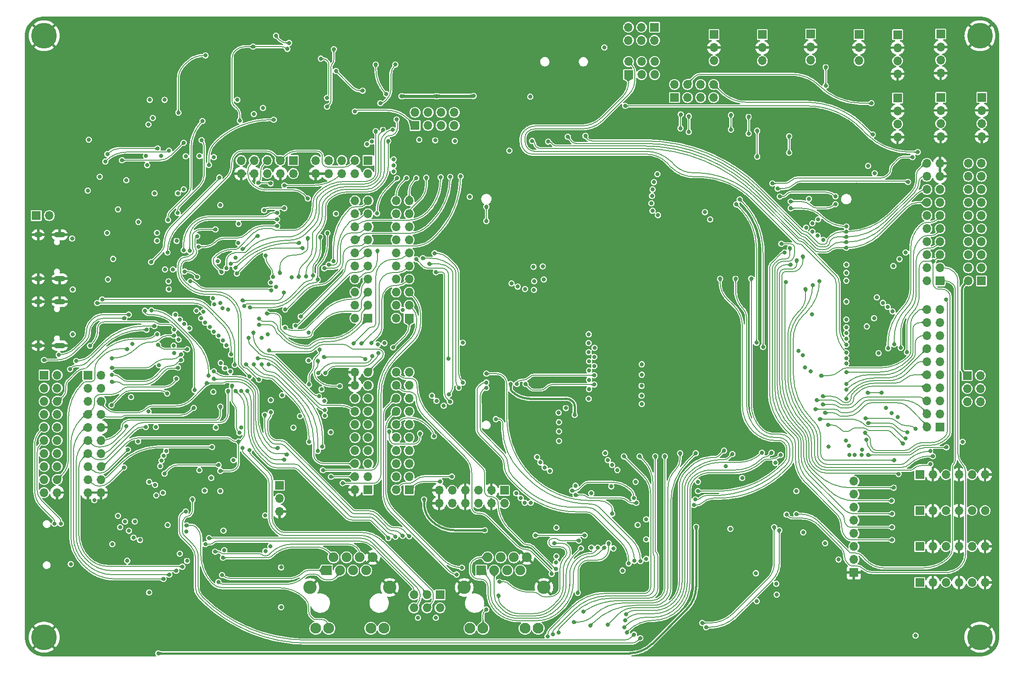
<source format=gbr>
%TF.GenerationSoftware,KiCad,Pcbnew,7.0.1*%
%TF.CreationDate,2023-05-17T15:07:38+08:00*%
%TF.ProjectId,PSVB_EvalBoard,50535642-5f45-4766-916c-426f6172642e,rev?*%
%TF.SameCoordinates,Original*%
%TF.FileFunction,Copper,L3,Inr*%
%TF.FilePolarity,Positive*%
%FSLAX46Y46*%
G04 Gerber Fmt 4.6, Leading zero omitted, Abs format (unit mm)*
G04 Created by KiCad (PCBNEW 7.0.1) date 2023-05-17 15:07:38*
%MOMM*%
%LPD*%
G01*
G04 APERTURE LIST*
%TA.AperFunction,ComponentPad*%
%ADD10R,1.700000X1.700000*%
%TD*%
%TA.AperFunction,ComponentPad*%
%ADD11O,1.700000X1.700000*%
%TD*%
%TA.AperFunction,ComponentPad*%
%ADD12C,5.000000*%
%TD*%
%TA.AperFunction,ComponentPad*%
%ADD13O,2.200000X1.100000*%
%TD*%
%TA.AperFunction,ComponentPad*%
%ADD14O,1.600000X1.100000*%
%TD*%
%TA.AperFunction,ComponentPad*%
%ADD15R,1.900000X1.900000*%
%TD*%
%TA.AperFunction,ComponentPad*%
%ADD16C,1.900000*%
%TD*%
%TA.AperFunction,ComponentPad*%
%ADD17C,2.100000*%
%TD*%
%TA.AperFunction,ComponentPad*%
%ADD18C,2.600000*%
%TD*%
%TA.AperFunction,ViaPad*%
%ADD19C,0.800000*%
%TD*%
%TA.AperFunction,Conductor*%
%ADD20C,0.400000*%
%TD*%
%TA.AperFunction,Conductor*%
%ADD21C,0.177800*%
%TD*%
%TA.AperFunction,Conductor*%
%ADD22C,0.600000*%
%TD*%
%TA.AperFunction,Conductor*%
%ADD23C,0.200000*%
%TD*%
G04 APERTURE END LIST*
D10*
%TO.N,/BTB_PG0*%
%TO.C,J9*%
X125000000Y-122326400D03*
D11*
%TO.N,/BTB_PG1*%
X122460000Y-122326400D03*
%TO.N,/BTB_PG3*%
X125000000Y-119786400D03*
%TO.N,/BTB_PG2*%
X122460000Y-119786400D03*
%TO.N,/BTB_PG4*%
X125000000Y-117246400D03*
%TO.N,/BTB_PB0*%
X122460000Y-117246400D03*
%TO.N,/BTB_PG5*%
X125000000Y-114706400D03*
%TO.N,/BTB_PB1*%
X122460000Y-114706400D03*
%TO.N,/BTB_PE7*%
X125000000Y-112166400D03*
%TO.N,/BTB_PB2*%
X122460000Y-112166400D03*
%TO.N,/BTB_PE8*%
X125000000Y-109626400D03*
%TO.N,/BTB_PG6*%
X122460000Y-109626400D03*
%TO.N,/EXP_PIN3*%
X125000000Y-107086400D03*
%TO.N,/AKINA_ETH_SCS*%
X122460000Y-107086400D03*
%TO.N,/EXP_PIN4*%
X125000000Y-104546400D03*
%TO.N,/AKINA_ETH_SCK*%
X122460000Y-104546400D03*
%TO.N,/EXP_PIN5*%
X125000000Y-102006400D03*
%TO.N,/AKINA_ETH_SDI*%
X122460000Y-102006400D03*
%TO.N,/EXP_PIN6*%
X125000000Y-99466400D03*
%TO.N,/AKINA_ETH_SDO*%
X122460000Y-99466400D03*
%TD*%
D10*
%TO.N,+3V3*%
%TO.C,AKINA_JTAG1*%
X116987400Y-58262600D03*
D11*
X116987400Y-60802600D03*
%TO.N,/AD4*%
X114447400Y-58262600D03*
%TO.N,VSS*%
X114447400Y-60802600D03*
%TO.N,/AD1*%
X111907400Y-58262600D03*
%TO.N,/AKINA_JTDO*%
X111907400Y-60802600D03*
%TO.N,/AD3*%
X109367400Y-58262600D03*
%TO.N,VSS*%
X109367400Y-60802600D03*
%TO.N,/AD0*%
X106827400Y-58262600D03*
%TO.N,VSS*%
X106827400Y-60802600D03*
%TD*%
D12*
%TO.N,VSS*%
%TO.C,T1*%
X54000000Y-34000000D03*
%TD*%
D10*
%TO.N,/CMP2_IP1*%
%TO.C,J22*%
X224282000Y-133350000D03*
D11*
%TO.N,VSS*%
X226822000Y-133350000D03*
%TO.N,/CMP2_IP2*%
X229362000Y-133350000D03*
%TO.N,VSS*%
X231902000Y-133350000D03*
%TO.N,/CMP2_IP3*%
X234442000Y-133350000D03*
%TO.N,VSS*%
X236982000Y-133350000D03*
%TD*%
D10*
%TO.N,Net-(C99-Pad2)*%
%TO.C,J13*%
X233522600Y-100091000D03*
D11*
%TO.N,/TP24*%
X236062600Y-100091000D03*
%TO.N,Net-(C99-Pad2)*%
X233522600Y-102631000D03*
%TO.N,/TP25*%
X236062600Y-102631000D03*
%TO.N,Net-(C99-Pad2)*%
X233522600Y-105171000D03*
%TO.N,Net-(J13-Pad6)*%
X236062600Y-105171000D03*
%TD*%
D10*
%TO.N,/CMP1_IP4*%
%TO.C,J21*%
X224282000Y-126365000D03*
D11*
%TO.N,VSS*%
X226822000Y-126365000D03*
%TO.N,/CMP1_IP5*%
X229362000Y-126365000D03*
%TO.N,VSS*%
X231902000Y-126365000D03*
%TO.N,/CMP1_IN*%
X234442000Y-126365000D03*
%TO.N,Net-(J21-Pad6)*%
X236982000Y-126365000D03*
%TD*%
D10*
%TO.N,/ADC123_IN13*%
%TO.C,J28*%
X99771200Y-121462800D03*
D11*
%TO.N,/TP27*%
X99771200Y-124002800D03*
%TO.N,VSS*%
X99771200Y-126542800D03*
%TD*%
D10*
%TO.N,/AKINA_USART1_TX*%
%TO.C,J29*%
X167655000Y-41559400D03*
D11*
%TO.N,/AKINA_USART1_RX*%
X167655000Y-39019400D03*
%TO.N,/FT_USART2_RX*%
X170195000Y-41559400D03*
%TO.N,/FT_USART2_TX*%
X170195000Y-39019400D03*
%TO.N,/AKINA_USART2_TX*%
X172735000Y-41559400D03*
%TO.N,/AKINA_USART2_RX*%
X172735000Y-39019400D03*
%TD*%
D10*
%TO.N,/BTB_PC1*%
%TO.C,J8*%
X228244400Y-110083600D03*
D11*
%TO.N,/BTB_PE2*%
X225704400Y-110083600D03*
%TO.N,/BTB_PC2*%
X228244400Y-107543600D03*
%TO.N,/BTB_PE3*%
X225704400Y-107543600D03*
%TO.N,/EXP_PIN1*%
X228244400Y-105003600D03*
%TO.N,/BTB_PE4*%
X225704400Y-105003600D03*
%TO.N,/BTB_PC13*%
X228244400Y-102463600D03*
%TO.N,/BTB_PE5*%
X225704400Y-102463600D03*
%TO.N,/BTB_PC14*%
X228244400Y-99923600D03*
%TO.N,/BTB_PE6*%
X225704400Y-99923600D03*
%TO.N,/BTB_PC15*%
X228244400Y-97383600D03*
%TO.N,/AKINA_KEY1*%
X225704400Y-97383600D03*
%TO.N,VSS*%
X228244400Y-94843600D03*
%TO.N,/AKINA_KEY2*%
X225704400Y-94843600D03*
%TO.N,/BTB_PF9*%
X228244400Y-92303600D03*
%TO.N,/AKINA_KEY3*%
X225704400Y-92303600D03*
%TO.N,/BTB_PF10*%
X228244400Y-89763600D03*
%TO.N,/AKINA_KEY4*%
X225704400Y-89763600D03*
%TO.N,/EXP_PIN2*%
X228244400Y-87223600D03*
%TO.N,/BTB_PC0*%
X225704400Y-87223600D03*
%TD*%
D10*
%TO.N,/OPAMP3_IP*%
%TO.C,J26*%
X203073000Y-33655000D03*
D11*
%TO.N,VSS*%
X203073000Y-36195000D03*
%TO.N,/OPAMP3_IN*%
X203073000Y-38735000D03*
%TD*%
D12*
%TO.N,VSS*%
%TO.C,T4*%
X235983200Y-150971600D03*
%TD*%
D13*
%TO.N,VSS*%
%TO.C,USB2*%
X57030000Y-85730000D03*
X57030000Y-94275000D03*
D14*
X52850000Y-85730000D03*
X52850000Y-94275000D03*
%TD*%
D10*
%TO.N,Net-(J14-Pad1)*%
%TO.C,J14*%
X219964000Y-33792000D03*
D11*
%TO.N,VSS*%
X219964000Y-36332000D03*
%TO.N,Net-(J14-Pad3)*%
X219964000Y-38872000D03*
%TO.N,VSS*%
X219964000Y-41412000D03*
%TD*%
D10*
%TO.N,/AKINA_ADC_IN4*%
%TO.C,J12*%
X236270800Y-81686400D03*
D11*
%TO.N,Net-(C99-Pad2)*%
X233730800Y-81686400D03*
%TO.N,/AKINA_ADC_IN5*%
X236270800Y-79146400D03*
%TO.N,Net-(C99-Pad2)*%
X233730800Y-79146400D03*
%TO.N,/AKINA_ADC_IN6*%
X236270800Y-76606400D03*
%TO.N,Net-(C99-Pad2)*%
X233730800Y-76606400D03*
%TO.N,/AKINA_ADC_IN7*%
X236270800Y-74066400D03*
%TO.N,Net-(C99-Pad2)*%
X233730800Y-74066400D03*
%TO.N,/AKINA_ADC_IN8*%
X236270800Y-71526400D03*
%TO.N,Net-(C99-Pad2)*%
X233730800Y-71526400D03*
%TO.N,/AKINA_ADC_IN9*%
X236270800Y-68986400D03*
%TO.N,Net-(C99-Pad2)*%
X233730800Y-68986400D03*
%TO.N,/AKINA_ADC_IN10*%
X236270800Y-66446400D03*
%TO.N,Net-(C99-Pad2)*%
X233730800Y-66446400D03*
%TO.N,/AKINA_ADC_IN11*%
X236270800Y-63906400D03*
%TO.N,Net-(C99-Pad2)*%
X233730800Y-63906400D03*
%TO.N,/AKINA_ADC_IN12*%
X236270800Y-61366400D03*
%TO.N,Net-(C99-Pad2)*%
X233730800Y-61366400D03*
%TO.N,/AKINA_ADC_IN13*%
X236270800Y-58826400D03*
%TO.N,Net-(C99-Pad2)*%
X233730800Y-58826400D03*
%TD*%
D15*
%TO.N,/ETH2_TXP*%
%TO.C,ETH2*%
X109000000Y-138000000D03*
D16*
%TO.N,/ETH2_TXN*%
X110270000Y-135460000D03*
%TO.N,/ETH2_RXP*%
X111540000Y-138000000D03*
%TO.N,+3V3*%
X112810000Y-135460000D03*
X114080000Y-138000000D03*
%TO.N,/ETH2_RXN*%
X115350000Y-135460000D03*
%TO.N,unconnected-(ETH2-P7{slash}NC-Pad7)*%
X116620000Y-138000000D03*
%TO.N,VSS*%
X117890000Y-135460000D03*
D17*
%TO.N,Net-(ETH2-Pad9)*%
X106820000Y-149250000D03*
%TO.N,/STM32_ETH_ELINK*%
X109360000Y-149250000D03*
X117530000Y-149250000D03*
%TO.N,Net-(ETH2-Pad12)*%
X120070000Y-149250000D03*
D18*
%TO.N,VSS*%
X105700000Y-141300000D03*
X121190000Y-141300000D03*
%TD*%
D10*
%TO.N,+3V3*%
%TO.C,ST_JTAG1*%
X102463600Y-58267600D03*
D11*
X102463600Y-60807600D03*
%TO.N,/AD4*%
X99923600Y-58267600D03*
%TO.N,VSS*%
X99923600Y-60807600D03*
%TO.N,/ST_JTDI*%
X97383600Y-58267600D03*
%TO.N,/ST_JTDO*%
X97383600Y-60807600D03*
%TO.N,/AD3*%
X94843600Y-58267600D03*
%TO.N,VSS*%
X94843600Y-60807600D03*
%TO.N,/AD0*%
X92303600Y-58267600D03*
%TO.N,VSS*%
X92303600Y-60807600D03*
%TD*%
D10*
%TO.N,/AKINA_I2C1_SCL*%
%TO.C,J7*%
X228219000Y-81686400D03*
D11*
%TO.N,/AKINA_SCREEN_RST*%
X225679000Y-81686400D03*
%TO.N,/AKINA_I2C1_SDA*%
X228219000Y-79146400D03*
%TO.N,/AKINA_D_C*%
X225679000Y-79146400D03*
%TO.N,/AKINA_SPI1_SCK*%
X228219000Y-76606400D03*
%TO.N,/AKINA_BLK*%
X225679000Y-76606400D03*
%TO.N,/AKINA_SPI1_MISO*%
X228219000Y-74066400D03*
%TO.N,/AKINA_SPI2_SCK*%
X225679000Y-74066400D03*
%TO.N,/AKINA_SPI1_MOSI*%
X228219000Y-71526400D03*
%TO.N,/AKINA_SPI2_MOSI*%
X225679000Y-71526400D03*
%TO.N,/AKINA_SPI1_NSS*%
X228219000Y-68986400D03*
%TO.N,/AKINA_SPI2_NSS*%
X225679000Y-68986400D03*
%TO.N,/AKINA_I2C2_SCL*%
X228219000Y-66446400D03*
%TO.N,/AKINA_LED0*%
X225679000Y-66446400D03*
%TO.N,/AKINA_I2C2_SDA*%
X228219000Y-63906400D03*
%TO.N,/AKINA_LED1*%
X225679000Y-63906400D03*
%TO.N,VSS*%
X228219000Y-61366400D03*
%TO.N,/AKINA_LED2*%
X225679000Y-61366400D03*
%TO.N,VSS*%
X228219000Y-58826400D03*
%TO.N,/AKINA_LED3*%
X225679000Y-58826400D03*
%TD*%
D10*
%TO.N,/OPAMP2_IP*%
%TO.C,J25*%
X193675000Y-33782000D03*
D11*
%TO.N,VSS*%
X193675000Y-36322000D03*
%TO.N,/OPAMP2_IN*%
X193675000Y-38862000D03*
%TD*%
D10*
%TO.N,/AKINA_USART3_TX*%
%TO.C,J30*%
X172705000Y-32354600D03*
D11*
%TO.N,/AKINA_USART3_RX*%
X172705000Y-34894600D03*
%TO.N,/FT_USART2_RX*%
X170165000Y-32354600D03*
%TO.N,/FT_USART2_TX*%
X170165000Y-34894600D03*
%TO.N,/AKINA_USART4_TX*%
X167625000Y-32354600D03*
%TO.N,/AKINA_USART4_RX*%
X167625000Y-34894600D03*
%TD*%
D10*
%TO.N,/CMP1_IP1*%
%TO.C,J20*%
X224282000Y-119380000D03*
D11*
%TO.N,VSS*%
X226822000Y-119380000D03*
%TO.N,/CMP1_IP2*%
X229362000Y-119380000D03*
%TO.N,VSS*%
X231902000Y-119380000D03*
%TO.N,/CMP1_IP3*%
X234442000Y-119380000D03*
%TO.N,VSS*%
X236982000Y-119380000D03*
%TD*%
D10*
%TO.N,Net-(J17-Pad1)*%
%TO.C,J17*%
X219964000Y-46126400D03*
D11*
%TO.N,VSS*%
X219964000Y-48666400D03*
%TO.N,Net-(J17-Pad3)*%
X219964000Y-51206400D03*
%TO.N,VSS*%
X219964000Y-53746400D03*
%TD*%
D10*
%TO.N,VSS*%
%TO.C,SCREEN1*%
X211480400Y-138430000D03*
D11*
%TO.N,+3V3*%
X211480400Y-135890000D03*
%TO.N,/AKINA_SPI2_SCK*%
X211480400Y-133350000D03*
%TO.N,/AKINA_SPI2_MOSI*%
X211480400Y-130810000D03*
%TO.N,Net-(SCREEN1-~{RESET})*%
X211480400Y-128270000D03*
%TO.N,/AKINA_D_C*%
X211480400Y-125730000D03*
%TO.N,/AKINA_SPI2_NSS*%
X211480400Y-123190000D03*
%TO.N,/AKINA_BLK*%
X211480400Y-120650000D03*
%TD*%
D10*
%TO.N,/PE2*%
%TO.C,J3*%
X54000000Y-100000000D03*
D11*
%TO.N,/PF2*%
X56540000Y-100000000D03*
%TO.N,/PE3*%
X54000000Y-102540000D03*
%TO.N,/PF3*%
X56540000Y-102540000D03*
%TO.N,/PE4*%
X54000000Y-105080000D03*
%TO.N,/PF4*%
X56540000Y-105080000D03*
%TO.N,/PE5*%
X54000000Y-107620000D03*
%TO.N,/PF5*%
X56540000Y-107620000D03*
%TO.N,/PE6*%
X54000000Y-110160000D03*
%TO.N,/PF6*%
X56540000Y-110160000D03*
%TO.N,/PC13*%
X54000000Y-112700000D03*
%TO.N,/PF7*%
X56540000Y-112700000D03*
%TO.N,/PC14*%
X54000000Y-115240000D03*
%TO.N,/PF8*%
X56540000Y-115240000D03*
%TO.N,/PC15*%
X54000000Y-117780000D03*
%TO.N,/STM32_USB_ID*%
X56540000Y-117780000D03*
%TO.N,/PF0*%
X54000000Y-120320000D03*
%TO.N,/PF10*%
X56540000Y-120320000D03*
%TO.N,/PF1*%
X54000000Y-122860000D03*
%TO.N,VSS*%
X56540000Y-122860000D03*
%TD*%
D10*
%TO.N,/AKINA_PA10*%
%TO.C,J19*%
X176590800Y-46029800D03*
D11*
%TO.N,/AKINA_OPAMP1_IP*%
X176590800Y-43489800D03*
%TO.N,/AKINA_PA10*%
X179130800Y-46029800D03*
%TO.N,/MCPWM_CH4*%
X179130800Y-43489800D03*
%TO.N,/AKINA_PA9*%
X181670800Y-46029800D03*
%TO.N,/AKINA_OPAMP1_IN*%
X181670800Y-43489800D03*
%TO.N,/AKINA_PA9*%
X184210800Y-46029800D03*
%TO.N,/MCPWM_CH4N*%
X184210800Y-43489800D03*
%TD*%
D10*
%TO.N,/OPAMP4_IP*%
%TO.C,J27*%
X212471000Y-33782000D03*
D11*
%TO.N,VSS*%
X212471000Y-36322000D03*
%TO.N,/OPAMP4_IN*%
X212471000Y-38862000D03*
%TD*%
D10*
%TO.N,Net-(J16-Pad1)*%
%TO.C,J16*%
X228346000Y-45984000D03*
D11*
%TO.N,VSS*%
X228346000Y-48524000D03*
%TO.N,Net-(J16-Pad3)*%
X228346000Y-51064000D03*
%TO.N,VSS*%
X228346000Y-53604000D03*
%TD*%
D10*
%TO.N,/PD8*%
%TO.C,J4*%
X117000000Y-122326400D03*
D11*
%TO.N,VSS*%
X114460000Y-122326400D03*
%TO.N,/PD9*%
X117000000Y-119786400D03*
%TO.N,/PG4*%
X114460000Y-119786400D03*
%TO.N,/PD10*%
X117000000Y-117246400D03*
%TO.N,/PG5*%
X114460000Y-117246400D03*
%TO.N,/PD11*%
X117000000Y-114706400D03*
%TO.N,/PG6*%
X114460000Y-114706400D03*
%TO.N,/PD12*%
X117000000Y-112166400D03*
%TO.N,/PG7*%
X114460000Y-112166400D03*
%TO.N,/PD13*%
X117000000Y-109626400D03*
%TO.N,/STM32_SPI6_NSS*%
X114460000Y-109626400D03*
%TO.N,/PD14*%
X117000000Y-107086400D03*
%TO.N,/PC6*%
X114460000Y-107086400D03*
%TO.N,/PD15*%
X117000000Y-104546400D03*
%TO.N,/PC7*%
X114460000Y-104546400D03*
%TO.N,/PG2*%
X117000000Y-102006400D03*
%TO.N,VSS*%
X114460000Y-102006400D03*
%TO.N,/PG3*%
X117000000Y-99466400D03*
%TO.N,VSS*%
X114460000Y-99466400D03*
%TD*%
D10*
%TO.N,/ST_HALL_CH1*%
%TO.C,J11*%
X143510000Y-122423000D03*
D11*
%TO.N,Net-(J11-Pad2)*%
X143510000Y-124963000D03*
%TO.N,VSS*%
X140970000Y-122423000D03*
X140970000Y-124963000D03*
%TO.N,/ST_HALL_CH2*%
X138430000Y-122423000D03*
%TO.N,Net-(J11-Pad6)*%
X138430000Y-124963000D03*
%TO.N,VSS*%
X135890000Y-122423000D03*
X135890000Y-124963000D03*
%TO.N,/ST_HALL_CH3*%
X133350000Y-122423000D03*
%TO.N,Net-(J11-Pad10)*%
X133350000Y-124963000D03*
%TO.N,VSS*%
X130810000Y-122423000D03*
X130810000Y-124963000D03*
%TD*%
D10*
%TO.N,/BTB_PD8*%
%TO.C,J10*%
X125000000Y-88948000D03*
D11*
%TO.N,/EXP_PIN12*%
X122460000Y-88948000D03*
%TO.N,/BTB_PD9*%
X125000000Y-86408000D03*
%TO.N,/EXP_PIN11*%
X122460000Y-86408000D03*
%TO.N,/BTB_PD10*%
X125000000Y-83868000D03*
%TO.N,/EXP_PIN10*%
X122460000Y-83868000D03*
%TO.N,/BTB_PD11*%
X125000000Y-81328000D03*
%TO.N,/EXP_PIN9*%
X122460000Y-81328000D03*
%TO.N,/BTB_PD12*%
X125000000Y-78788000D03*
%TO.N,/EXP_PIN8*%
X122460000Y-78788000D03*
%TO.N,/BTB_PD13*%
X125000000Y-76248000D03*
%TO.N,/BTB_PC7*%
X122460000Y-76248000D03*
%TO.N,/BTB_PD14*%
X125000000Y-73708000D03*
%TO.N,/BTB_PC6*%
X122460000Y-73708000D03*
%TO.N,/BTB_PD15*%
X125000000Y-71168000D03*
%TO.N,/EXP_PIN7*%
X122460000Y-71168000D03*
%TO.N,/BTB_PD0*%
X125000000Y-68628000D03*
%TO.N,/EXP_PIN13*%
X122460000Y-68628000D03*
%TO.N,/BTB_PD1*%
X125000000Y-66088000D03*
%TO.N,/BTB_PD3*%
X122460000Y-66088000D03*
%TD*%
D15*
%TO.N,/ETH1_TXP*%
%TO.C,ETH1*%
X139000000Y-138000000D03*
D16*
%TO.N,/ETH1_TXN*%
X140270000Y-135460000D03*
%TO.N,/ETH1_RXP*%
X141540000Y-138000000D03*
%TO.N,+3V3*%
X142810000Y-135460000D03*
X144080000Y-138000000D03*
%TO.N,/ETH1_RXN*%
X145350000Y-135460000D03*
%TO.N,unconnected-(ETH1-P7{slash}NC-Pad7)*%
X146620000Y-138000000D03*
%TO.N,VSS*%
X147890000Y-135460000D03*
D17*
%TO.N,Net-(ETH1-Pad9)*%
X136820000Y-149250000D03*
%TO.N,/AKINA_ETH_ELINK*%
X139360000Y-149250000D03*
X147530000Y-149250000D03*
%TO.N,Net-(ETH1-Pad12)*%
X150070000Y-149250000D03*
D18*
%TO.N,VSS*%
X135700000Y-141300000D03*
X151190000Y-141300000D03*
%TD*%
D10*
%TO.N,/PC0*%
%TO.C,J5*%
X62500000Y-100000000D03*
D11*
%TO.N,+3V3*%
X65040000Y-100000000D03*
%TO.N,/PC1*%
X62500000Y-102540000D03*
%TO.N,+3V3*%
X65040000Y-102540000D03*
%TO.N,/PC2*%
X62500000Y-105080000D03*
%TO.N,/PB0*%
X65040000Y-105080000D03*
%TO.N,/PA0*%
X62500000Y-107620000D03*
%TO.N,/PB1*%
X65040000Y-107620000D03*
%TO.N,/PA1*%
X62500000Y-110160000D03*
%TO.N,VSS*%
X65040000Y-110160000D03*
%TO.N,/PA2*%
X62500000Y-112700000D03*
%TO.N,/PG0*%
X65040000Y-112700000D03*
%TO.N,/PA3*%
X62500000Y-115240000D03*
%TO.N,/PG1*%
X65040000Y-115240000D03*
%TO.N,/PA6*%
X62500000Y-117780000D03*
%TO.N,/PE7*%
X65040000Y-117780000D03*
%TO.N,/PA7*%
X62500000Y-120320000D03*
%TO.N,/PE8*%
X65040000Y-120320000D03*
%TO.N,VSS*%
X62500000Y-122860000D03*
X65040000Y-122860000D03*
%TD*%
D12*
%TO.N,VSS*%
%TO.C,T2*%
X54000000Y-151000000D03*
%TD*%
D10*
%TO.N,/OPAMP1_IP*%
%TO.C,J24*%
X184277000Y-33782000D03*
D11*
%TO.N,VSS*%
X184277000Y-36322000D03*
%TO.N,/OPAMP1_IN*%
X184277000Y-38862000D03*
%TD*%
D10*
%TO.N,/PC8*%
%TO.C,J6*%
X117000000Y-88948000D03*
D11*
%TO.N,/PD0*%
X114460000Y-88948000D03*
%TO.N,/PC9*%
X117000000Y-86408000D03*
%TO.N,/PD1*%
X114460000Y-86408000D03*
%TO.N,/PA8*%
X117000000Y-83868000D03*
%TO.N,/PD2*%
X114460000Y-83868000D03*
%TO.N,/PA9*%
X117000000Y-81328000D03*
%TO.N,/PD3*%
X114460000Y-81328000D03*
%TO.N,/PA10*%
X117000000Y-78788000D03*
%TO.N,/PD4*%
X114460000Y-78788000D03*
%TO.N,/PA11*%
X117000000Y-76248000D03*
%TO.N,/PD5*%
X114460000Y-76248000D03*
%TO.N,/PA12*%
X117000000Y-73708000D03*
%TO.N,/PD6*%
X114460000Y-73708000D03*
%TO.N,/PC10*%
X117000000Y-71168000D03*
%TO.N,/PD7*%
X114460000Y-71168000D03*
%TO.N,/PC11*%
X117000000Y-68628000D03*
%TO.N,+3V3*%
X114460000Y-68628000D03*
%TO.N,/PC12*%
X117000000Y-66088000D03*
%TO.N,+3V3*%
X114460000Y-66088000D03*
%TD*%
D10*
%TO.N,/VBUS*%
%TO.C,J2*%
X52471400Y-68986400D03*
D11*
%TO.N,Net-(J2-Pad2)*%
X55011400Y-68986400D03*
%TD*%
D10*
%TO.N,Net-(J18-Pad1)*%
%TO.C,J18*%
X236347000Y-45984000D03*
D11*
%TO.N,VSS*%
X236347000Y-48524000D03*
%TO.N,Net-(J18-Pad3)*%
X236347000Y-51064000D03*
%TO.N,VSS*%
X236347000Y-53604000D03*
%TD*%
D10*
%TO.N,Net-(J15-Pad1)*%
%TO.C,J15*%
X228346000Y-33665000D03*
D11*
%TO.N,VSS*%
X228346000Y-36205000D03*
%TO.N,Net-(J15-Pad3)*%
X228346000Y-38745000D03*
%TO.N,VSS*%
X228346000Y-41285000D03*
%TD*%
D10*
%TO.N,Net-(J1-Pad1)*%
%TO.C,J1*%
X126136400Y-51460400D03*
D11*
%TO.N,+3.3VA*%
X126136400Y-48920400D03*
%TO.N,Net-(J1-Pad1)*%
X128676400Y-51460400D03*
%TO.N,/REF_3V*%
X128676400Y-48920400D03*
%TO.N,Net-(J1-Pad1)*%
X131216400Y-51460400D03*
%TO.N,/REF_2.5V*%
X131216400Y-48920400D03*
%TO.N,Net-(J1-Pad1)*%
X133756400Y-51460400D03*
%TO.N,/REF_1.25V*%
X133756400Y-48920400D03*
%TD*%
D12*
%TO.N,VSS*%
%TO.C,T3*%
X236000000Y-34000000D03*
%TD*%
D10*
%TO.N,/CMP2_IP4*%
%TO.C,J23*%
X224282000Y-140335000D03*
D11*
%TO.N,VSS*%
X226822000Y-140335000D03*
%TO.N,/CMP2_IP5*%
X229362000Y-140335000D03*
%TO.N,VSS*%
X231902000Y-140335000D03*
%TO.N,/CMP2_IN*%
X234442000Y-140335000D03*
%TO.N,VSS*%
X236982000Y-140335000D03*
%TD*%
D10*
%TO.N,/ETH1_TXD*%
%TO.C,J31*%
X130998200Y-142743000D03*
D11*
%TO.N,/ETH1_RXD*%
X130998200Y-145283000D03*
%TO.N,/FT_USART4_RX*%
X128458200Y-142743000D03*
%TO.N,/FT_USART4_TX*%
X128458200Y-145283000D03*
%TO.N,/ETH2_TXD*%
X125918200Y-142743000D03*
%TO.N,/ETH2_RXD*%
X125918200Y-145283000D03*
%TD*%
D13*
%TO.N,VSS*%
%TO.C,USB1*%
X57030000Y-72730000D03*
X57030000Y-81275000D03*
D14*
X52850000Y-72730000D03*
X52850000Y-81275000D03*
%TD*%
D19*
%TO.N,VSS*%
X238760000Y-67945000D03*
X231775000Y-150495000D03*
X89281000Y-148463000D03*
X84988400Y-141782800D03*
X66446400Y-69850000D03*
X179959000Y-82296000D03*
X194106800Y-153416000D03*
X86258400Y-138582400D03*
X203200000Y-153670000D03*
X213614000Y-48387000D03*
X197764400Y-136448800D03*
X152400000Y-48666400D03*
X164795200Y-140093400D03*
X200787000Y-31496000D03*
X238760000Y-74549000D03*
X77978000Y-110134400D03*
X83058000Y-31242000D03*
X59791600Y-48209200D03*
X223012000Y-43815000D03*
X232410000Y-152527000D03*
X52832000Y-90424000D03*
X73101200Y-51866800D03*
X105206800Y-33731200D03*
X145542000Y-31369000D03*
X64516000Y-142189200D03*
X211988400Y-62992000D03*
X207772000Y-153670000D03*
X118110000Y-32816800D03*
X185166000Y-74422000D03*
X221488000Y-123698000D03*
X138074400Y-63042800D03*
X128574800Y-30937200D03*
X93980000Y-32918400D03*
X117729000Y-47244000D03*
X78994000Y-31242000D03*
X187706000Y-69723000D03*
X91821000Y-72390000D03*
X81026000Y-31242000D03*
X132689600Y-41706800D03*
X159359600Y-48666400D03*
X71120000Y-92202000D03*
X66548000Y-126187200D03*
X105410000Y-93470900D03*
X166928800Y-152857200D03*
X51308000Y-148209000D03*
X51435000Y-36957000D03*
X147701000Y-31369000D03*
X155905200Y-48666400D03*
X123393200Y-44348400D03*
X188315600Y-93014800D03*
X61163200Y-92151200D03*
X57785000Y-151257000D03*
X107289600Y-31089600D03*
X60962302Y-71524098D03*
X159054800Y-141020800D03*
X74803000Y-31242000D03*
X162204400Y-121615200D03*
X73406000Y-153162000D03*
X238379000Y-103886000D03*
X119634000Y-71120000D03*
X236093000Y-94107000D03*
X81737200Y-63093600D03*
X121005600Y-32816800D03*
X164973000Y-71755000D03*
X184658000Y-77343000D03*
X52959000Y-147320000D03*
X91389200Y-43281600D03*
X186588400Y-136753600D03*
X214680800Y-95554800D03*
X56769000Y-31242000D03*
X193294000Y-133248400D03*
X237109000Y-147320000D03*
X216027000Y-153797000D03*
X57531000Y-149479000D03*
X163449000Y-31369000D03*
X105410000Y-98806000D03*
X238252000Y-113665000D03*
X87122000Y-31242000D03*
X96469200Y-41351200D03*
X159105600Y-138988800D03*
X59842400Y-52578000D03*
X90424000Y-67056000D03*
X194157600Y-138531600D03*
X191389000Y-31496000D03*
X69748400Y-100228400D03*
X98653503Y-110490000D03*
X61112400Y-82042000D03*
X238760000Y-63500000D03*
X52850000Y-79629000D03*
X52628800Y-38201600D03*
X186182000Y-71501000D03*
X174040800Y-136093200D03*
X238887000Y-148209000D03*
X89154000Y-31242000D03*
X237134400Y-87528400D03*
X137566400Y-39116000D03*
X238252000Y-115951000D03*
X73101200Y-54203600D03*
X213995000Y-153797000D03*
X146608800Y-100126800D03*
X188087000Y-37084000D03*
X238760000Y-71247000D03*
X52628800Y-46329600D03*
X188468000Y-129844800D03*
X89255600Y-121129600D03*
X178816000Y-41783000D03*
X140026481Y-41735919D03*
X85090000Y-63601600D03*
X211937600Y-67106800D03*
X52832000Y-88900000D03*
X146812000Y-47040800D03*
X206883000Y-36830000D03*
X95659962Y-77774800D03*
X175387000Y-79883000D03*
X205613000Y-153670000D03*
X234315000Y-147193000D03*
X149504400Y-101142800D03*
X232918000Y-37084000D03*
X85090000Y-31242000D03*
X206248000Y-66751200D03*
X170180000Y-82296000D03*
X172847000Y-90932000D03*
X170180000Y-79756000D03*
X109118400Y-31089600D03*
X227711000Y-153670000D03*
X194462400Y-117094000D03*
X194564000Y-129387600D03*
X94742000Y-148463000D03*
X65074800Y-38049200D03*
X61620400Y-31546800D03*
X231902000Y-39751000D03*
X56692800Y-126187200D03*
X61163200Y-84937600D03*
X164973000Y-74549000D03*
X88747600Y-78486000D03*
X130556000Y-39166800D03*
X234746800Y-97942400D03*
X158877000Y-31369000D03*
X188087000Y-40005000D03*
X164973000Y-77216000D03*
X223012000Y-45720000D03*
X85979000Y-148590000D03*
X167640000Y-90805000D03*
X164973000Y-82169000D03*
X104394000Y-90424000D03*
X197485000Y-36830000D03*
X151892000Y-31369000D03*
X238760000Y-77851000D03*
X200406000Y-141884400D03*
X231648000Y-33020000D03*
X238633000Y-91059000D03*
X223647000Y-153670000D03*
X122377200Y-41097200D03*
X233553000Y-153924000D03*
X179959000Y-77216000D03*
X189738000Y-127508000D03*
X159969200Y-139954000D03*
X190195200Y-136347200D03*
X229870000Y-151892000D03*
X87528400Y-41351200D03*
X85445200Y-121181641D03*
X69725600Y-106476800D03*
X67818000Y-130657600D03*
X81534000Y-43129200D03*
X149733000Y-31369000D03*
X154305000Y-31369000D03*
X231775000Y-35052000D03*
X162458000Y-69212000D03*
X186309000Y-149606000D03*
X170180000Y-77216000D03*
X68681600Y-78384400D03*
X52832000Y-87376000D03*
X80010000Y-75721953D03*
X64770000Y-31546800D03*
X167640000Y-85598000D03*
X175387000Y-77216000D03*
X76835000Y-31242000D03*
X52850000Y-74440000D03*
X175387000Y-71755000D03*
X164973000Y-79883000D03*
X235204000Y-37846000D03*
X105257600Y-31089600D03*
X237617000Y-37592000D03*
X56642000Y-147955000D03*
X70485000Y-31242000D03*
X72644000Y-31242000D03*
X103886000Y-87249000D03*
X181864000Y-31369000D03*
X232537000Y-31496000D03*
X68199000Y-31242000D03*
X234950000Y-114503200D03*
X156591000Y-31369000D03*
X197485000Y-39497000D03*
X135839200Y-96875600D03*
X204165200Y-132638800D03*
X71018400Y-119532400D03*
X119634000Y-73660000D03*
X84836000Y-32918400D03*
X56388000Y-37084000D03*
X210185000Y-31496000D03*
X56845200Y-141681200D03*
X227076000Y-144780000D03*
X75844400Y-70358000D03*
X159766000Y-71755000D03*
X59537600Y-37185600D03*
X126034800Y-41808400D03*
X179959000Y-74549000D03*
X52850000Y-76327000D03*
X179959000Y-79756000D03*
X238760000Y-81153000D03*
X232537000Y-148590000D03*
X137617200Y-37134800D03*
X52850000Y-77978000D03*
X105460800Y-125272800D03*
X178689000Y-37211000D03*
X170078400Y-133197800D03*
X221234000Y-130175000D03*
X93268800Y-142443200D03*
X231775000Y-144653000D03*
X93980000Y-138531600D03*
X176580800Y-136093200D03*
X179959000Y-71755000D03*
X86106000Y-110236000D03*
X170180000Y-74549000D03*
X54229000Y-37719000D03*
X65379600Y-148844000D03*
X230251000Y-153670000D03*
X222885000Y-31750000D03*
X231902000Y-42418000D03*
X172847000Y-85725000D03*
X52832000Y-91948000D03*
X58623200Y-32918400D03*
X238760000Y-58928000D03*
X159512000Y-121869200D03*
X90424000Y-110236000D03*
X175387000Y-82423000D03*
X217805000Y-153797000D03*
X92456000Y-133756400D03*
X214477600Y-88188800D03*
X238379000Y-106299000D03*
X57150000Y-153162000D03*
X172847000Y-88392000D03*
X225425000Y-147066000D03*
X223139000Y-36703000D03*
X144881600Y-51511200D03*
X170180000Y-71755000D03*
X167640000Y-88265000D03*
X161163000Y-31369000D03*
X114198400Y-47548800D03*
X93421200Y-43281600D03*
X223139000Y-39878000D03*
X175387000Y-74549000D03*
X54864000Y-147193000D03*
%TO.N,+3V3*%
X223469200Y-150672800D03*
X80010000Y-64668400D03*
X100076000Y-137414000D03*
X70002400Y-62128400D03*
X77419200Y-46482000D03*
X96974248Y-127323433D03*
X78232000Y-83312000D03*
X84175600Y-118516400D03*
X67414267Y-77402969D03*
X67259200Y-132873200D03*
X91778216Y-74332923D03*
X97993200Y-133299200D03*
X171094400Y-131978400D03*
X88272821Y-122558101D03*
X171094400Y-128066800D03*
X192430400Y-138531600D03*
X196189600Y-117094000D03*
X87376000Y-110236000D03*
X78205414Y-81788000D03*
X91238802Y-77163198D03*
X102463600Y-110236000D03*
X92290350Y-110236000D03*
X232613200Y-112979200D03*
X157327600Y-121513600D03*
X127914400Y-124206000D03*
X94792800Y-49225200D03*
X205892400Y-132689600D03*
X81534000Y-57454800D03*
X70916800Y-104292400D03*
X76758800Y-57404000D03*
X74422000Y-142290800D03*
X85242400Y-122478800D03*
X71120000Y-93980000D03*
X90830400Y-116535200D03*
X208483200Y-135890000D03*
X192582800Y-143967200D03*
X181152800Y-120751600D03*
X74523600Y-46482000D03*
X80365600Y-134750000D03*
X105410000Y-97130700D03*
X186537600Y-117703600D03*
X105410000Y-91745900D03*
X169011600Y-120751600D03*
X74320400Y-107109200D03*
X164287200Y-121666000D03*
X187452000Y-129895600D03*
X196392800Y-140614400D03*
X87786481Y-77845242D03*
X166471600Y-138023600D03*
X79044800Y-79451200D03*
X153619200Y-135280400D03*
X189738000Y-120015000D03*
X102158400Y-80997600D03*
X200304400Y-122580400D03*
X171094400Y-135737600D03*
X77506000Y-79451200D03*
X110744000Y-68630800D03*
X201625200Y-130582148D03*
X139700000Y-130200400D03*
X100076000Y-145135600D03*
X72288400Y-112928400D03*
X91821000Y-70612000D03*
X63754000Y-124358400D03*
%TO.N,/AD4*%
X135432800Y-101447600D03*
X81330800Y-79857600D03*
X83769200Y-80924400D03*
X77978000Y-76149200D03*
X129946400Y-76301600D03*
%TO.N,/AD1*%
X128879600Y-78384400D03*
X96774000Y-67945000D03*
X100711000Y-67564000D03*
X132740400Y-103784400D03*
%TO.N,/AKINA_JTDO*%
X130149600Y-80010000D03*
X100711000Y-63119000D03*
X132943600Y-105206800D03*
%TO.N,/AD3*%
X99822000Y-80111600D03*
X126339600Y-77470000D03*
X105283000Y-65659000D03*
X74828400Y-78028800D03*
X88087200Y-61569600D03*
X105283000Y-73406000D03*
X132638800Y-96824800D03*
%TO.N,/AD0*%
X127660400Y-77266800D03*
X134620000Y-102463600D03*
X82448400Y-81737200D03*
X98145600Y-83566000D03*
%TO.N,+5V*%
X157175200Y-107746800D03*
X76200000Y-154127200D03*
X180797200Y-129540000D03*
X144729200Y-101725000D03*
%TO.N,/AKINA_I2C2_SCL*%
X223496871Y-110433529D03*
X213715600Y-108407200D03*
%TO.N,/AKINA_I2C2_SDA*%
X221894400Y-111099600D03*
X214274400Y-109321600D03*
%TO.N,/AKINA_KEY_CENTER*%
X216865200Y-103428800D03*
X214172800Y-103428800D03*
%TO.N,/AKINA_SPI1_SCK*%
X226923600Y-77825600D03*
X221792800Y-95554800D03*
X213918800Y-112572800D03*
%TO.N,/AKINA_SPI1_MISO*%
X229412800Y-85293200D03*
X213614000Y-111201200D03*
X220573600Y-94691200D03*
%TO.N,/AKINA_SPI1_MOSI*%
X219303600Y-94030800D03*
X229463600Y-114046000D03*
X214274400Y-115570000D03*
%TO.N,/AKINA_SPI1_NSS*%
X218135200Y-94792800D03*
X206524800Y-113944400D03*
%TO.N,/DUT_VDDA_3.3V_1*%
X216255600Y-95758000D03*
X117744155Y-54577041D03*
%TO.N,/AKINA_USART1_TX*%
X210007200Y-95656400D03*
%TO.N,/AKINA_USART1_RX*%
X210007200Y-94087205D03*
%TO.N,/AKINA_I2C1_SCL*%
X200279000Y-127050800D03*
%TO.N,/AKINA_I2C1_SDA*%
X198374000Y-127152400D03*
%TO.N,/AKINA_SCREEN_RST*%
X210007200Y-92913200D03*
X210515200Y-113792000D03*
%TO.N,/AKINA_D_C*%
X210566000Y-115519200D03*
X210033968Y-91846400D03*
%TO.N,/AKINA_BLK*%
X210007200Y-90728800D03*
X211582000Y-115570000D03*
%TO.N,/AKINA_SPI2_SCK*%
X213055200Y-114503200D03*
X213969600Y-90525000D03*
%TO.N,/AKINA_SPI2_MOSI*%
X210007200Y-89204800D03*
X209937288Y-112756888D03*
%TO.N,/AKINA_SPI2_NSS*%
X213004400Y-115570000D03*
X215392000Y-88950800D03*
%TO.N,/DUT_+3.3V_1*%
X196443600Y-142697200D03*
X202742800Y-65735200D03*
X96570800Y-48056800D03*
X144475200Y-56337200D03*
X116789200Y-55118000D03*
X91592400Y-46482000D03*
X203352400Y-88188800D03*
%TO.N,/AKINA_ADC_IN4*%
X218998800Y-87630000D03*
%TO.N,/AKINA_ADC_IN5*%
X218084400Y-86766400D03*
%TO.N,/AKINA_ADC_IN6*%
X217119200Y-85953600D03*
%TO.N,/AKINA_ADC_IN7*%
X215950800Y-84886800D03*
%TO.N,/BTB_PF9*%
X215493600Y-60756800D03*
%TO.N,/BTB_PF10*%
X214223600Y-59334400D03*
%TO.N,/AKINA_LED0*%
X148894800Y-54457600D03*
X210007200Y-75234800D03*
%TO.N,/AKINA_LED1*%
X151993600Y-54610000D03*
X210007200Y-74151503D03*
%TO.N,/AKINA_LED2*%
X210007200Y-73152000D03*
X155854400Y-53644800D03*
%TO.N,/AKINA_LED3*%
X159258000Y-53492400D03*
X210007200Y-72136000D03*
%TO.N,/AKINA_HALL_CH1*%
X169164000Y-124866400D03*
X199186800Y-67564000D03*
X157378400Y-123342400D03*
X180390800Y-125272800D03*
X191516000Y-81229200D03*
X210007200Y-71120000D03*
%TO.N,/AKINA_HALL_CH2*%
X188468000Y-81280000D03*
X156667200Y-122478800D03*
X180644800Y-124206000D03*
X207873600Y-66751200D03*
X199186800Y-66243200D03*
X168656000Y-123901200D03*
%TO.N,/AKINA_HALL_CH3*%
X185470800Y-81280000D03*
X207894642Y-65248242D03*
X197053200Y-65278000D03*
X181152800Y-122580400D03*
%TO.N,/BTB_PE2*%
X205892400Y-107340400D03*
%TO.N,/BTB_PE3*%
X204012800Y-106623790D03*
%TO.N,/BTB_PE4*%
X205435200Y-105714800D03*
%TO.N,/BTB_PE5*%
X204216000Y-104902000D03*
%TO.N,/BTB_PE6*%
X205435200Y-104140000D03*
%TO.N,/AKINA_KEY1*%
X210007200Y-104597200D03*
%TO.N,/AKINA_KEY2*%
X209991618Y-102834782D03*
%TO.N,/AKINA_KEY3*%
X210007200Y-101701600D03*
%TO.N,/AKINA_KEY4*%
X210007200Y-99415600D03*
%TO.N,/BTB_PC0*%
X205130400Y-100126800D03*
%TO.N,/BTB_PC1*%
X203098400Y-99314000D03*
%TO.N,/BTB_PC2*%
X201980800Y-98525000D03*
%TO.N,/EXP_PIN1*%
X210007200Y-97739200D03*
%TO.N,/BTB_PC13*%
X210007200Y-96723200D03*
%TO.N,/BTB_PC14*%
X201574400Y-96125000D03*
%TO.N,/BTB_PC15*%
X200660000Y-95325117D03*
%TO.N,/AKINA_USART3_TX*%
X193802000Y-94525000D03*
X189280800Y-65836800D03*
%TO.N,/AKINA_USART3_RX*%
X192533000Y-93725000D03*
X188620400Y-66802000D03*
%TO.N,/AKINA_USART4_TX*%
X182524400Y-68326000D03*
%TO.N,/AKINA_USART4_RX*%
X183540400Y-69748400D03*
%TO.N,/EXP_PIN2*%
X210007200Y-85699600D03*
%TO.N,/AKINA_CMP1_IP1*%
X198272400Y-81940400D03*
X226364800Y-117348000D03*
%TO.N,/AKINA_CMP1_IP2*%
X202082400Y-83312000D03*
X226822000Y-115773200D03*
%TO.N,/AKINA_CMP1_IP3*%
X203454000Y-82499200D03*
X226314000Y-114808000D03*
%TO.N,/AKINA_CMP1{slash}2_REF*%
X219354400Y-116586000D03*
X204774800Y-81737200D03*
%TO.N,/AKINA_CMP1_IP4*%
X210007200Y-81635600D03*
X217678000Y-106426000D03*
%TO.N,/AKINA_CMP1_IP5*%
X210007200Y-80111600D03*
X218846400Y-107442000D03*
%TO.N,/AKINA_CMP1_IN*%
X210007200Y-78536800D03*
X220014800Y-108153200D03*
%TO.N,/AKINA_CMP2_IP1*%
X218846400Y-124460000D03*
X199186800Y-78536800D03*
%TO.N,/AKINA_CMP2_IP2*%
X200355200Y-77724000D03*
X219202000Y-121920000D03*
%TO.N,/AKINA_CMP2_IP3*%
X201574400Y-76962000D03*
X220167200Y-119227600D03*
%TO.N,/AKINA_CMP2_IP4*%
X218897200Y-132080000D03*
X197967600Y-76149200D03*
%TO.N,/AKINA_CMP2_IP5*%
X218897200Y-129590800D03*
X199034400Y-75336400D03*
%TO.N,/AKINA_CMP2_IN*%
X197358000Y-74472800D03*
X218897200Y-127000000D03*
%TO.N,/AKINA_ADC_IN8*%
X205486000Y-73710800D03*
%TO.N,/AKINA_ADC_IN9*%
X204419200Y-72898000D03*
%TO.N,/AKINA_ADC_IN13*%
X203403200Y-72085200D03*
%TO.N,/AKINA_ADC_IN12*%
X202184000Y-71323200D03*
%TO.N,/AKINA_ADC_IN10*%
X203403200Y-70510400D03*
%TO.N,/AKINA_ADC_IN11*%
X204520800Y-69748400D03*
%TO.N,/BTB_PG0*%
X155448000Y-106426000D03*
X131013200Y-120700800D03*
%TO.N,/BTB_PG1*%
X133299200Y-119735600D03*
X159918400Y-104597200D03*
%TO.N,/BTB_PG2*%
X159969200Y-102768400D03*
%TO.N,/BTB_PG3*%
X159969200Y-100939600D03*
%TO.N,/BTB_PG4*%
X159969200Y-99117020D03*
%TO.N,/BTB_PG5*%
X159969200Y-97332800D03*
%TO.N,/BTB_PG6*%
X129794000Y-111912400D03*
X159918400Y-95554800D03*
%TO.N,/BTB_PE7*%
X159867600Y-93776800D03*
%TO.N,/BTB_PE8*%
X159918400Y-92049600D03*
%TO.N,/EXP_PIN3*%
X149261851Y-83425051D03*
%TO.N,/EXP_PIN4*%
X147523200Y-83261200D03*
%TO.N,/EXP_PIN5*%
X146100800Y-82804000D03*
%TO.N,/EXP_PIN6*%
X144881600Y-82194400D03*
%TO.N,/MCPWM_CH1*%
X192684400Y-52476400D03*
X192684400Y-57505600D03*
%TO.N,/MCPWM_CH1N*%
X198882000Y-56743600D03*
X198882000Y-53543200D03*
%TO.N,/AKINA_OPAMP3_IN*%
X191008000Y-49784000D03*
X191008000Y-53035200D03*
%TO.N,/AKINA_OPAMP3_IP*%
X187553600Y-49428400D03*
X187553600Y-52273200D03*
%TO.N,/AKINA_OPAMP2_IN*%
X179374800Y-49631600D03*
X179374800Y-52730400D03*
%TO.N,/AKINA_OPAMP2_IP*%
X177808537Y-49298400D03*
X177749200Y-52019200D03*
%TO.N,/AKINA_OPAMP4_IP*%
X205994000Y-43738800D03*
X205994000Y-40132000D03*
%TO.N,/MC_BKIN_1*%
X166979600Y-47650400D03*
X223875600Y-56642000D03*
%TO.N,/AKINA_LED4*%
X141833600Y-108559600D03*
X169976800Y-136194800D03*
%TO.N,/AKINA_LED5*%
X168808400Y-136144000D03*
X140000498Y-102514400D03*
%TO.N,/AKINA_LED6*%
X140001133Y-101447431D03*
X167690800Y-136652000D03*
%TO.N,/AKINA_LED7*%
X140004800Y-99720400D03*
X164490400Y-127000000D03*
X157784800Y-142341600D03*
X163779200Y-132740400D03*
%TO.N,/DUT_VBAT*%
X162966400Y-36271200D03*
X66406646Y-81381600D03*
X140004800Y-70053200D03*
X140004800Y-67259200D03*
X148539200Y-45872400D03*
%TO.N,/EXP_PIN7*%
X135432800Y-93725000D03*
X123748800Y-87376000D03*
%TO.N,/AKINA_ETH_SCS*%
X142494000Y-140208000D03*
X157988000Y-132181600D03*
X135229600Y-137464800D03*
%TO.N,/AKINA_ETH_SCK*%
X134213600Y-138785600D03*
X153162000Y-132693320D03*
X142392400Y-142900400D03*
%TO.N,/AKINA_ETH_SDI*%
X152704800Y-138684000D03*
%TO.N,/AKINA_ETH_SDO*%
X153517600Y-137718800D03*
%TO.N,/BTB_PC6*%
X109728000Y-111099600D03*
%TO.N,/BTB_PC7*%
X108508400Y-105003600D03*
X120172161Y-93806275D03*
%TO.N,/BTB_PD8*%
X121869200Y-94625766D03*
%TO.N,/BTB_PD9*%
X108204000Y-118516400D03*
%TO.N,/BTB_PD10*%
X112064800Y-121005600D03*
%TO.N,/BTB_PD11*%
X117602000Y-93776800D03*
%TO.N,/BTB_PD12*%
X115722400Y-93827600D03*
%TO.N,/BTB_PD13*%
X114198400Y-93827600D03*
%TO.N,/BTB_PD14*%
X108559600Y-107899200D03*
%TO.N,/BTB_PD15*%
X118872000Y-94030800D03*
X107949600Y-102790800D03*
%TO.N,/BTB_PD0*%
X128320800Y-61620400D03*
%TO.N,/BTB_PD1*%
X126390400Y-61671200D03*
%TO.N,/BTB_PD3*%
X124460000Y-61671200D03*
%TO.N,/AKINA_OPA_OUT*%
X103733600Y-108000800D03*
X136753600Y-65328800D03*
%TO.N,+1V8*%
X153619200Y-129692400D03*
X81688496Y-130456496D03*
X97028000Y-134264400D03*
X62687200Y-54222294D03*
X126695200Y-147218400D03*
X59182000Y-136753600D03*
X89052400Y-134061200D03*
X169418000Y-129184400D03*
X160426400Y-122986800D03*
X160426400Y-133553200D03*
X153568400Y-136448800D03*
X164693600Y-133705600D03*
X70180200Y-136118600D03*
X86512400Y-119989600D03*
X81788000Y-136144000D03*
X130200400Y-147218400D03*
%TO.N,+3.3VA*%
X130352800Y-45770800D03*
X137515600Y-45720000D03*
X123494800Y-45770800D03*
%TO.N,/ADC12_IN15*%
X84632800Y-54305200D03*
X79959200Y-68478400D03*
X74879200Y-87426800D03*
X86004400Y-100126800D03*
%TO.N,/ADC12_IN14*%
X83250000Y-102938301D03*
X78079600Y-69850000D03*
X84785200Y-50596800D03*
X73609200Y-87477600D03*
%TO.N,/AIN2-*%
X94640400Y-36118800D03*
X92049600Y-50546000D03*
X101295200Y-36576000D03*
X115925600Y-44704000D03*
X110744000Y-40843200D03*
%TO.N,/AIN1+*%
X109016800Y-46075600D03*
X107797600Y-38455600D03*
%TO.N,/AIN1-*%
X110337600Y-36617468D03*
X109016800Y-47802800D03*
%TO.N,/USB_PWR_IN*%
X59436000Y-73456800D03*
X59537600Y-92049600D03*
X59588400Y-83362800D03*
%TO.N,Net-(U10-VPHY)*%
X68376800Y-67767200D03*
X72339200Y-70205600D03*
X68376800Y-67767200D03*
X62484000Y-64109600D03*
%TO.N,Net-(U10-VPLL)*%
X66243200Y-72339200D03*
X75946000Y-72339200D03*
%TO.N,/VCORE*%
X84225300Y-57404000D03*
X64820800Y-61417200D03*
X79756000Y-73914000D03*
X75488800Y-64668400D03*
X75946000Y-73863200D03*
%TO.N,Net-(U12-NRST)*%
X76352400Y-98094800D03*
X75742800Y-110134400D03*
%TO.N,/ETH1_TXP*%
X161645600Y-133553200D03*
%TO.N,/ETH1_TXN*%
X162915600Y-133553200D03*
%TO.N,/ETH1_RXP*%
X158398308Y-133705600D03*
%TO.N,/ETH1_RXN*%
X149555200Y-131167622D03*
X159105600Y-131165600D03*
%TO.N,/AKINA_ETH_ELINK*%
X140004800Y-145592800D03*
%TO.N,/ETH2_RXN*%
X87274400Y-134366000D03*
%TO.N,/ETH2_RXP*%
X87884000Y-140258800D03*
%TO.N,/ETH2_TXN*%
X88747600Y-135534400D03*
%TO.N,/ETH2_TXP*%
X88595200Y-138887200D03*
%TO.N,/STM32_ETH_ELINK*%
X81686400Y-129235200D03*
%TO.N,Net-(J1-Pad1)*%
X114452400Y-48717200D03*
%TO.N,/PE2*%
X197256400Y-115519200D03*
X167335200Y-150063200D03*
%TO.N,/PF2*%
X219151200Y-78790800D03*
X75438000Y-90474800D03*
X60248800Y-97282000D03*
X133858000Y-54457600D03*
%TO.N,/PE3*%
X166827200Y-149047200D03*
X195478400Y-115112800D03*
%TO.N,/PF3*%
X73914000Y-91186000D03*
X196646800Y-63754000D03*
X173380400Y-68916934D03*
X221996000Y-62433200D03*
X74269600Y-51257200D03*
X59063638Y-98840974D03*
X73812400Y-57353200D03*
%TO.N,/PE4*%
X193598800Y-115112800D03*
X166979600Y-147726400D03*
%TO.N,/PF4*%
X195630800Y-62738000D03*
X75133200Y-49987200D03*
X75996800Y-92061600D03*
X222859600Y-57607200D03*
X74015600Y-59182000D03*
X172304954Y-68065059D03*
%TO.N,/PE5*%
X187858400Y-115366800D03*
X167182800Y-146558000D03*
%TO.N,/PF5*%
X173261368Y-60909200D03*
X79248000Y-92354400D03*
X67208400Y-96723200D03*
X87020400Y-57607200D03*
%TO.N,/PE6*%
X56845200Y-96062800D03*
X70459600Y-88239600D03*
X163576000Y-148590000D03*
X186232800Y-114706400D03*
X56032400Y-128930400D03*
%TO.N,/PF6*%
X172567600Y-62483169D03*
X69138800Y-58216800D03*
X81127600Y-54813200D03*
X121970800Y-58064400D03*
%TO.N,/PC13*%
X172872400Y-115824000D03*
X57251600Y-128930400D03*
X54000400Y-97078800D03*
X69596000Y-88950800D03*
X154025600Y-150114000D03*
%TO.N,/PF7*%
X172212000Y-65152372D03*
X78282800Y-56337200D03*
X65887600Y-58470800D03*
X121970800Y-60401200D03*
%TO.N,/PC14*%
X152908000Y-150418800D03*
X169824400Y-115824000D03*
%TO.N,/PF8*%
X172313600Y-63908095D03*
X121970800Y-59232800D03*
X76098400Y-55930800D03*
X66294000Y-57048400D03*
%TO.N,/PC15*%
X166776400Y-115824000D03*
X151892000Y-150848000D03*
%TO.N,/PF0*%
X126949200Y-54254400D03*
X221538800Y-76149200D03*
%TO.N,/PF10*%
X98653600Y-50342800D03*
X86055200Y-59131200D03*
X172110400Y-66609872D03*
X70137439Y-94978639D03*
%TO.N,/PF1*%
X79298800Y-91186000D03*
X220319600Y-77470000D03*
X130048000Y-54356000D03*
X62915800Y-94310200D03*
%TO.N,/PG3*%
X97739200Y-95250000D03*
X160985200Y-100025200D03*
X145948400Y-101701600D03*
%TO.N,/PD9*%
X96316800Y-97891600D03*
X107238800Y-114757200D03*
%TO.N,/PG4*%
X160985200Y-98247200D03*
X109778800Y-119786400D03*
X105511600Y-101854000D03*
X107588811Y-95061600D03*
%TO.N,/PD10*%
X108102400Y-113944400D03*
X97637600Y-97891600D03*
%TO.N,/PG5*%
X94792800Y-97891600D03*
X160985200Y-96469200D03*
%TO.N,/PD11*%
X108686600Y-99605500D03*
X119024400Y-95707200D03*
%TO.N,/PG6*%
X93268800Y-97891600D03*
X127101600Y-111353600D03*
X105511600Y-113030000D03*
X121107200Y-110947200D03*
X161036000Y-94691200D03*
%TO.N,/PD12*%
X107289600Y-99618800D03*
X117805200Y-96316800D03*
%TO.N,/PG7*%
X120904000Y-54483000D03*
X104952800Y-80822800D03*
X96316400Y-92783200D03*
%TO.N,/PD13*%
X116484400Y-96875600D03*
X108407200Y-96520000D03*
%TO.N,/STM32_SPI6_NSS*%
X118491000Y-39624000D03*
X103530400Y-80873600D03*
X120523000Y-45339000D03*
X122526211Y-50292000D03*
X97484800Y-92072000D03*
%TO.N,/PD14*%
X95504000Y-96774000D03*
X108559600Y-106781600D03*
%TO.N,/PC6*%
X93776400Y-92732400D03*
%TO.N,/PD15*%
X107264200Y-97205800D03*
X111506000Y-102158800D03*
%TO.N,/PC7*%
X107442000Y-104140000D03*
X94690800Y-91767200D03*
%TO.N,/PG2*%
X160985200Y-101854000D03*
X147624800Y-101752400D03*
%TO.N,/PC0*%
X180746400Y-115214400D03*
X80619600Y-95961200D03*
X160223200Y-148742400D03*
X67208400Y-98602800D03*
%TO.N,/PC1*%
X80619600Y-97078800D03*
X157022800Y-148054000D03*
X177698400Y-115214400D03*
X67208400Y-99923600D03*
%TO.N,/PC2*%
X174701200Y-115824000D03*
X80010000Y-98561600D03*
X158846040Y-146020399D03*
X67208400Y-101346000D03*
%TO.N,/PB0*%
X85619227Y-101570427D03*
X100685600Y-116433600D03*
%TO.N,/PA0*%
X79684385Y-100698255D03*
X148640800Y-124866400D03*
X154113665Y-112813265D03*
X77216000Y-139649200D03*
%TO.N,/PB1*%
X86969600Y-100736400D03*
X101193600Y-115489674D03*
X83092644Y-106375200D03*
%TO.N,/PA1*%
X67106800Y-105867200D03*
X77927200Y-103581200D03*
X154113665Y-110933665D03*
X147472400Y-124815600D03*
X78333600Y-138836400D03*
%TO.N,/PA2*%
X154113665Y-109155665D03*
X79705200Y-138074400D03*
X70002400Y-109931200D03*
X146659600Y-123901200D03*
%TO.N,/PG0*%
X149859600Y-115948000D03*
X88290400Y-106121200D03*
%TO.N,/PA3*%
X145796000Y-122986800D03*
X154062865Y-107326865D03*
X80873600Y-137261600D03*
X73761600Y-110083600D03*
%TO.N,/PG1*%
X150520000Y-117014800D03*
X89750000Y-103124000D03*
%TO.N,/PA6*%
X70307200Y-114503200D03*
%TO.N,/PE7*%
X88290000Y-118640400D03*
X91795200Y-112900000D03*
X151332800Y-117980000D03*
X91241012Y-103128212D03*
%TO.N,/PA7*%
X69545200Y-117957600D03*
%TO.N,/PE8*%
X152356150Y-118628686D03*
X86664400Y-113995200D03*
%TO.N,/PC8*%
X95758000Y-90220800D03*
X89408000Y-94234000D03*
X68783200Y-129590800D03*
%TO.N,/PD0*%
X93980000Y-86868000D03*
X109093000Y-72390000D03*
X107188000Y-81407000D03*
%TO.N,/PC9*%
X95758000Y-89001600D03*
X69748400Y-128473200D03*
X88747600Y-93268800D03*
%TO.N,/PD1*%
X107696000Y-73152000D03*
X106299000Y-80645000D03*
X92887800Y-86537800D03*
%TO.N,/PA8*%
X97332800Y-88036400D03*
%TO.N,/PD2*%
X92608400Y-85496400D03*
X85293200Y-89814400D03*
X100634800Y-83972400D03*
X71628000Y-128473200D03*
%TO.N,/PA9*%
X100838000Y-90805000D03*
%TO.N,/PD3*%
X122631200Y-61722000D03*
X118770400Y-68580000D03*
X68376800Y-127373200D03*
X118821200Y-75793600D03*
X84531200Y-88950800D03*
%TO.N,/PA10*%
X102870000Y-90424000D03*
%TO.N,/PA11*%
X103886000Y-88646000D03*
%TO.N,/PD5*%
X134975600Y-61366400D03*
%TO.N,/PA12*%
X100888800Y-87223600D03*
%TO.N,/PD6*%
X91490800Y-80264000D03*
X132994400Y-61468000D03*
X104241600Y-75285600D03*
%TO.N,/PC10*%
X72644000Y-132080000D03*
X87934800Y-92354400D03*
X108458000Y-79248000D03*
%TO.N,/PD7*%
X91186000Y-79146400D03*
X131114800Y-61518800D03*
X103581200Y-74320400D03*
%TO.N,/PC11*%
X87020400Y-91541600D03*
X71374000Y-131622800D03*
X109321600Y-78536800D03*
%TO.N,/PC12*%
X110284461Y-77878702D03*
X86258400Y-90678000D03*
X70510400Y-130302000D03*
%TO.N,/MCPWM_CH4*%
X214884000Y-47142400D03*
%TO.N,/MCPWM_CH4N*%
X215138000Y-53238400D03*
%TO.N,/ADC123_IN13*%
X99466400Y-114198400D03*
X87020400Y-99263200D03*
%TO.N,/FT_USART2_RX*%
X82296000Y-75819000D03*
X99314000Y-69723000D03*
%TO.N,/FT_USART2_TX*%
X81153000Y-75721953D03*
X99314000Y-68453000D03*
%TO.N,/FT_USART4_RX*%
X81127600Y-63906400D03*
X92557200Y-114170000D03*
%TO.N,/FT_USART4_TX*%
X88239600Y-66954400D03*
X93928800Y-114576400D03*
%TO.N,/ETH2_TXD*%
X85344000Y-132892800D03*
%TO.N,/ETH2_RXD*%
X86055200Y-131724400D03*
%TO.N,/INA240_Output1*%
X101650800Y-35407600D03*
X99076474Y-34003866D03*
X85394800Y-37846000D03*
X80111600Y-48971200D03*
%TO.N,/STM32_BOOT0*%
X91948000Y-111252000D03*
X90525600Y-102108000D03*
%TO.N,/STM32_DAC_OUT1*%
X196951600Y-130200400D03*
X81534000Y-126566468D03*
X220980000Y-113334800D03*
X182727600Y-149047200D03*
X206451200Y-109677200D03*
X169926000Y-151180800D03*
%TO.N,/STM32_USB_DM*%
X65278000Y-85293200D03*
X91084400Y-97993200D03*
%TO.N,/STM32_USB_DP*%
X90340887Y-96012000D03*
X64312800Y-86004400D03*
%TO.N,/PB9*%
X81229200Y-90068400D03*
X74422000Y-120751600D03*
%TO.N,/PB8*%
X82245200Y-90932000D03*
X75590400Y-121361200D03*
%TO.N,/PB7*%
X83616800Y-87477600D03*
X75793600Y-123393200D03*
%TO.N,/PB6*%
X84963000Y-87652442D03*
X77114400Y-122885200D03*
%TO.N,/STM32_BEEP*%
X78028800Y-129184400D03*
X98094800Y-104851200D03*
%TO.N,/PF11*%
X170230800Y-105613200D03*
X86918800Y-103276400D03*
%TO.N,/PF12*%
X170180000Y-104038400D03*
X88887166Y-130251200D03*
%TO.N,/PF13*%
X88341200Y-97637600D03*
X170180000Y-102108000D03*
%TO.N,/PF14*%
X89154000Y-98653600D03*
X170230800Y-99923600D03*
%TO.N,/PF15*%
X170230800Y-97891600D03*
X90220800Y-99314000D03*
%TO.N,/PG9*%
X131724400Y-105968800D03*
X89763600Y-87223600D03*
%TO.N,/PG10*%
X88646000Y-87020400D03*
X130302000Y-105054400D03*
%TO.N,/PG11*%
X129438400Y-104038400D03*
X88239600Y-86004400D03*
%TO.N,/PG15*%
X86816800Y-85087819D03*
X151180400Y-81404000D03*
%TO.N,/PB5*%
X87071200Y-86207600D03*
X149300800Y-81759600D03*
%TO.N,/PE10*%
X120954800Y-131724400D03*
X92329000Y-103047800D03*
X163118800Y-115163600D03*
%TO.N,/PE12*%
X93472000Y-103073200D03*
X163626800Y-116535200D03*
X122326400Y-131470400D03*
%TO.N,/PE14*%
X123698000Y-131267200D03*
X164439600Y-117500400D03*
X96926400Y-107746800D03*
%TO.N,/PE15*%
X165455600Y-118465600D03*
X125018800Y-131368800D03*
X98094800Y-107238800D03*
%TO.N,/PE0*%
X149179831Y-78946231D03*
X99059600Y-82826400D03*
X80416400Y-89204800D03*
%TO.N,/PE1*%
X150966200Y-78853000D03*
X79502000Y-88239600D03*
X98094400Y-82013600D03*
%TO.N,/ST_JTDI*%
X95656400Y-62585600D03*
X97108318Y-76737518D03*
X98501200Y-80873600D03*
X98044000Y-62738000D03*
%TO.N,/ST_JTDO*%
X92620500Y-75502100D03*
X95504000Y-72908123D03*
%TO.N,/AD2*%
X99314000Y-70993000D03*
X84023200Y-75031600D03*
%TO.N,/STM32_SPI6_SCK*%
X119888000Y-52324000D03*
X119380000Y-47117000D03*
X89427713Y-79218429D03*
X122301000Y-39624000D03*
%TO.N,/STM32_SPI6_MISO*%
X90271600Y-78333600D03*
X121793000Y-52324000D03*
%TO.N,/STM32_SPI6_MOSI*%
X118491000Y-52578000D03*
X88491009Y-79959200D03*
%TO.N,/FT_USART3_TX*%
X83769200Y-72999600D03*
X95772282Y-100854397D03*
%TO.N,/FT_USART3_RX*%
X87325200Y-71678800D03*
X93976912Y-100298865D03*
%TO.N,/STM32_ETH_SCS*%
X77724000Y-114808000D03*
X80162400Y-93118465D03*
%TO.N,/STM32_ETH_SCK*%
X79208672Y-94274172D03*
X77216000Y-115671600D03*
%TO.N,/STM32_ETH_SDI*%
X81838800Y-94996000D03*
X76149200Y-94081600D03*
X76809600Y-116636800D03*
%TO.N,/STM32_ETH_SDO*%
X79298800Y-95758000D03*
X76555600Y-117703600D03*
%TO.N,/STM32_DAC_OUT2*%
X195986400Y-129590800D03*
X181965600Y-148234400D03*
X221538800Y-112318800D03*
X168706800Y-150469600D03*
X82869989Y-124190811D03*
X204876400Y-108559600D03*
%TO.N,/STM32_USB_ID*%
X100278800Y-103959200D03*
X77419200Y-119176800D03*
X87934800Y-117500400D03*
%TD*%
D20*
%TO.N,+3V3*%
X127914400Y-124206000D02*
X127916451Y-124208051D01*
X127916451Y-124208051D02*
X127916451Y-125278106D01*
X133895597Y-130200400D02*
X139700000Y-130200400D01*
X127916454Y-125278106D02*
G75*
G03*
X129235200Y-128270000I4521346J206306D01*
G01*
X129235201Y-128269999D02*
G75*
G03*
X133895597Y-130200400I4660399J4660399D01*
G01*
D21*
%TO.N,/AD4*%
X100787200Y-57454800D02*
X100010322Y-58231678D01*
X98704400Y-57048400D02*
X99923600Y-58267600D01*
X90474800Y-59334400D02*
X90474800Y-58786430D01*
X108102400Y-57407610D02*
X108102400Y-58628041D01*
X134569200Y-80213200D02*
X134569200Y-90881200D01*
X80133261Y-70945938D02*
X82854800Y-68224400D01*
X109100727Y-59537600D02*
X112383538Y-59537600D01*
X81778015Y-79857600D02*
X81330800Y-79857600D01*
X107109217Y-56441507D02*
X104552935Y-56441507D01*
X81330800Y-79857600D02*
X81330800Y-79806800D01*
X134569200Y-90881200D02*
X134569200Y-99362686D01*
X92463220Y-56438800D02*
X97232696Y-56438800D01*
X104546400Y-56438800D02*
X104549107Y-56441507D01*
X129948827Y-76304027D02*
X130386224Y-76304027D01*
X113730210Y-58979790D02*
X114447400Y-58262600D01*
X132541868Y-77271468D02*
X133604000Y-78333600D01*
X129946400Y-76301600D02*
X129948827Y-76304027D01*
X104546400Y-56438800D02*
X103240040Y-56438800D01*
X82854800Y-68224400D02*
X89576774Y-61502426D01*
X83769200Y-80924400D02*
X83356038Y-80511238D01*
X133604000Y-78333600D02*
X133922622Y-78652221D01*
X83769200Y-80924400D02*
X83725621Y-80880821D01*
X80133266Y-70945943D02*
G75*
G03*
X77978000Y-76149200I5203234J-5203257D01*
G01*
X108350412Y-59226834D02*
G75*
G03*
X109100727Y-59537600I750288J750334D01*
G01*
X132541847Y-77271489D02*
G75*
G03*
X130386224Y-76304028I-2353747J-2359211D01*
G01*
X112383538Y-59537621D02*
G75*
G03*
X113730210Y-58979790I-38J1904521D01*
G01*
X108102369Y-58628041D02*
G75*
G03*
X108350423Y-59226823I846831J41D01*
G01*
X108102395Y-57407610D02*
G75*
G03*
X107848399Y-56794401I-867195J10D01*
G01*
X104546390Y-56438810D02*
G75*
G03*
X104552935Y-56441507I6510J6510D01*
G01*
X92463220Y-56438809D02*
G75*
G03*
X91236800Y-56946800I-20J-1734391D01*
G01*
X134569207Y-99362686D02*
G75*
G03*
X135432801Y-101447599I2948493J-14D01*
G01*
X99923600Y-58267583D02*
G75*
G03*
X100010322Y-58231678I0J122683D01*
G01*
X83356038Y-80511238D02*
G75*
G03*
X81778015Y-79857600I-1578038J-1578062D01*
G01*
X134569188Y-80213200D02*
G75*
G03*
X133922622Y-78652221I-2207588J0D01*
G01*
X89576763Y-61502415D02*
G75*
G03*
X90474800Y-59334400I-2167963J2168015D01*
G01*
X91236791Y-56946791D02*
G75*
G03*
X90474800Y-58786430I1839609J-1839609D01*
G01*
X107848407Y-56794393D02*
G75*
G03*
X107109217Y-56441507I-874607J-881407D01*
G01*
X98704401Y-57048399D02*
G75*
G03*
X97232696Y-56438800I-1471701J-1471701D01*
G01*
X103240040Y-56438817D02*
G75*
G03*
X100787200Y-57454800I-40J-3468783D01*
G01*
%TO.N,/AD1*%
X133502400Y-80381536D02*
X133502400Y-80416400D01*
X128882079Y-78386879D02*
X130883567Y-78386879D01*
X133058584Y-79362984D02*
X133096000Y-79400400D01*
X128879600Y-78384400D02*
X128882079Y-78386879D01*
X97693815Y-67564000D02*
X100711000Y-67564000D01*
X133502400Y-80416400D02*
X133502400Y-101944770D01*
X97693815Y-67564007D02*
G75*
G03*
X96774000Y-67945000I-15J-1300793D01*
G01*
X133502384Y-80381536D02*
G75*
G03*
X133095999Y-79400401I-1387484J36D01*
G01*
X133058555Y-79363013D02*
G75*
G03*
X130883567Y-78386879I-2374855J-2380387D01*
G01*
X132740409Y-103784409D02*
G75*
G03*
X133502400Y-101944770I-1839609J1839609D01*
G01*
%TO.N,/AKINA_JTDO*%
X131876800Y-81483200D02*
X131876800Y-103462160D01*
X132356105Y-104619305D02*
X132943600Y-105206800D01*
X100711000Y-63119000D02*
X106315116Y-63119000D01*
X130151393Y-80011793D02*
X131435443Y-80011793D01*
X130149600Y-80010000D02*
X130151393Y-80011793D01*
X131876800Y-80518000D02*
X131876800Y-81483200D01*
X131876855Y-80518000D02*
G75*
G03*
X131435443Y-80011794I-513255J-2000D01*
G01*
X131876814Y-103462160D02*
G75*
G03*
X132356105Y-104619305I1636386J-40D01*
G01*
X106315116Y-63119006D02*
G75*
G03*
X111907400Y-60802600I-16J7908706D01*
G01*
%TO.N,/AD3*%
X88087200Y-61772800D02*
X88087200Y-61569600D01*
X127743511Y-78873911D02*
X126339600Y-77470000D01*
X99822000Y-79064346D02*
X99822000Y-80111600D01*
X78891962Y-70968038D02*
X88087200Y-61772800D01*
X103041328Y-76657200D02*
X102444672Y-76657200D01*
X105283000Y-73406000D02*
X105257600Y-73380600D01*
X94843600Y-58267600D02*
X94263539Y-58847661D01*
X104394000Y-64770000D02*
X105283000Y-65659000D01*
X105257600Y-73431400D02*
X105257600Y-75231190D01*
X97247446Y-64008000D02*
X102554370Y-64008000D01*
X132638800Y-80467200D02*
X132638800Y-96824800D01*
X93599000Y-60452000D02*
X93599000Y-60718765D01*
X74828400Y-78028800D02*
X76772621Y-76084579D01*
X128524000Y-79197200D02*
X131368800Y-79197200D01*
X94651231Y-58459970D02*
X94843600Y-58267600D01*
X105283000Y-73406000D02*
X105257600Y-73431400D01*
X94487986Y-62865014D02*
G75*
G03*
X97247446Y-64008000I2759414J2759414D01*
G01*
X127743507Y-78873915D02*
G75*
G03*
X128524000Y-79197200I780493J780515D01*
G01*
X100482386Y-77469986D02*
G75*
G03*
X99822000Y-79064346I1594314J-1594314D01*
G01*
X93599015Y-60718765D02*
G75*
G03*
X94488000Y-62865000I3035185J-35D01*
G01*
X102444672Y-76657189D02*
G75*
G03*
X100482400Y-77470000I28J-2775111D01*
G01*
X105003603Y-75844403D02*
G75*
G03*
X105257600Y-75231190I-613203J613203D01*
G01*
X103041328Y-76657211D02*
G75*
G03*
X105003600Y-75844400I-28J2775111D01*
G01*
X104394009Y-64769991D02*
G75*
G03*
X102554370Y-64008000I-1839609J-1839609D01*
G01*
X94263534Y-58847656D02*
G75*
G03*
X93599000Y-60452000I1604366J-1604344D01*
G01*
X132638800Y-80467200D02*
G75*
G03*
X131368800Y-79197200I-1270000J0D01*
G01*
X76772609Y-76084567D02*
G75*
G03*
X77419200Y-74523600I-1560909J1560967D01*
G01*
X78891967Y-70968043D02*
G75*
G03*
X77419200Y-74523600I3555533J-3555557D01*
G01*
%TO.N,/AD0*%
X134061200Y-80264000D02*
X134061200Y-101114538D01*
X83870800Y-82550000D02*
X83489053Y-82168253D01*
X134061200Y-80127536D02*
X134061200Y-80264000D01*
X97532390Y-83312000D02*
X85710430Y-83312000D01*
X98145600Y-83566000D02*
X98145600Y-83413600D01*
X127660400Y-77266800D02*
X129117045Y-77266800D01*
X82635664Y-81737200D02*
X82448400Y-81737200D01*
X127660400Y-77266800D02*
X127711200Y-77266800D01*
X83489052Y-82168254D02*
G75*
G03*
X82448400Y-81737200I-1040652J-1040646D01*
G01*
X134061185Y-101114538D02*
G75*
G03*
X134620000Y-102463600I1907915J38D01*
G01*
X134061184Y-80127536D02*
G75*
G03*
X133654799Y-79146401I-1387484J36D01*
G01*
X83870791Y-82550009D02*
G75*
G03*
X85710430Y-83312000I1839609J1839609D01*
G01*
X98145603Y-83565997D02*
G75*
G03*
X97532390Y-83312000I-613203J-613203D01*
G01*
X133654766Y-79146434D02*
G75*
G03*
X129117045Y-77266800I-4537766J-4537666D01*
G01*
D20*
%TO.N,+5V*%
X155092400Y-104597200D02*
X155470538Y-104597200D01*
X76212800Y-154114400D02*
X167751460Y-154114400D01*
X180797200Y-141126887D02*
X180797200Y-129540000D01*
X172215646Y-152294754D02*
X178968400Y-145542000D01*
X157175200Y-106014494D02*
X157175200Y-107746800D01*
X148417177Y-104597200D02*
X155092400Y-104597200D01*
X167751460Y-154114400D02*
X167822683Y-154114400D01*
X144729200Y-101725000D02*
X144729200Y-102561590D01*
X180797200Y-129540000D02*
X180797200Y-129590800D01*
X76200000Y-154127200D02*
X76212800Y-154114400D01*
X144729205Y-102561590D02*
G75*
G03*
X144983201Y-103174799I867195J-10D01*
G01*
X156819589Y-105156011D02*
G75*
G03*
X155470538Y-104597200I-1349089J-1349089D01*
G01*
X144983207Y-103174793D02*
G75*
G03*
X148417177Y-104597200I3433993J3433993D01*
G01*
X157175202Y-106014494D02*
G75*
G03*
X156819600Y-105156000I-1214102J-6D01*
G01*
X178968404Y-145542004D02*
G75*
G03*
X180797200Y-141126887I-4415104J4415104D01*
G01*
X167822683Y-154114410D02*
G75*
G03*
X172215645Y-152294753I-83J6212710D01*
G01*
D21*
%TO.N,/AKINA_I2C2_SCL*%
X221820806Y-109878829D02*
X222157707Y-109878829D01*
X213715600Y-108407200D02*
X218268054Y-108407200D01*
X219862384Y-109067616D02*
G75*
G03*
X218268054Y-108407200I-1594384J-1594384D01*
G01*
X219862397Y-109067603D02*
G75*
G03*
X221820806Y-109878829I1958403J1958303D01*
G01*
X223496869Y-110433531D02*
G75*
G03*
X222157707Y-109878829I-1339169J-1339169D01*
G01*
%TO.N,/AKINA_I2C2_SDA*%
X219659200Y-109931200D02*
X220073252Y-110345252D01*
X214274400Y-109321600D02*
X216337654Y-109321600D01*
X221894400Y-111099600D02*
X221720958Y-111099600D01*
X216337654Y-109321600D02*
X218187496Y-109321600D01*
X220073248Y-110345256D02*
G75*
G03*
X221894400Y-111099600I1821152J1821156D01*
G01*
X219659201Y-109931199D02*
G75*
G03*
X218187496Y-109321600I-1471701J-1471701D01*
G01*
%TO.N,/AKINA_KEY_CENTER*%
X216285358Y-103428800D02*
X214172800Y-103428800D01*
X216864748Y-103429252D02*
X216319769Y-103429252D01*
X216865200Y-103428800D02*
X216864748Y-103429252D01*
X216285358Y-103428794D02*
G75*
G03*
X216319769Y-103429252I20442J243094D01*
G01*
%TO.N,/AKINA_SPI1_SCK*%
X227597589Y-77354811D02*
X228129197Y-76823203D01*
X224180400Y-84593715D02*
X224180400Y-79111536D01*
X229851511Y-83903111D02*
X229666800Y-83718400D01*
X221792800Y-95554800D02*
X221792800Y-90357931D01*
X225322652Y-77825600D02*
X226923600Y-77825600D01*
X229378994Y-112454206D02*
X229819200Y-112014000D01*
X214780905Y-114654104D02*
X214934800Y-114808000D01*
X226923600Y-77825600D02*
X226461005Y-77825600D01*
X225384283Y-113639600D02*
X226517200Y-113639600D01*
X226872800Y-82220548D02*
X226872800Y-77948242D01*
X230174800Y-111155506D02*
X230174800Y-84683600D01*
X228685664Y-83312000D02*
X228036094Y-83312000D01*
X215670652Y-115112800D02*
X221827664Y-115112800D01*
X222787765Y-87955837D02*
G75*
G03*
X224180400Y-84593715I-3362165J3362137D01*
G01*
X226872751Y-82220548D02*
G75*
G03*
X227177600Y-82956400I1040649J48D01*
G01*
X228129196Y-76823202D02*
G75*
G03*
X228219000Y-76606400I-216796J216802D01*
G01*
X214934835Y-114807965D02*
G75*
G03*
X215670652Y-115112800I735865J735765D01*
G01*
X222787752Y-87955824D02*
G75*
G03*
X221792800Y-90357931I2402148J-2402076D01*
G01*
X229819198Y-112013998D02*
G75*
G03*
X230174800Y-111155506I-858498J858498D01*
G01*
X225322652Y-77825551D02*
G75*
G03*
X224586800Y-78130400I48J-1040649D01*
G01*
X230174793Y-84683600D02*
G75*
G03*
X229851511Y-83903111I-1103793J0D01*
G01*
X213918799Y-112572800D02*
G75*
G03*
X214780906Y-114654103I2943401J0D01*
G01*
X226461005Y-77825595D02*
G75*
G03*
X227597589Y-77354811I-5J1607395D01*
G01*
X225384283Y-113639593D02*
G75*
G03*
X222808800Y-114706400I17J-3642307D01*
G01*
X221827664Y-115112784D02*
G75*
G03*
X222808799Y-114706399I36J1387484D01*
G01*
X227177602Y-82956398D02*
G75*
G03*
X228036094Y-83312000I858498J858498D01*
G01*
X226517200Y-113639596D02*
G75*
G03*
X229378994Y-112454206I0J4047196D01*
G01*
X226923588Y-77825588D02*
G75*
G03*
X226872800Y-77948242I122612J-122612D01*
G01*
X229666811Y-83718389D02*
G75*
G03*
X228685664Y-83312000I-981111J-981111D01*
G01*
X224586789Y-78130389D02*
G75*
G03*
X224180400Y-79111536I981111J-981111D01*
G01*
%TO.N,/AKINA_SPI1_MISO*%
X221358138Y-114655600D02*
X215852810Y-114655600D01*
X220573600Y-94691200D02*
X220573600Y-91605938D01*
X229260400Y-111861600D02*
X229068030Y-112053969D01*
X225732920Y-75336400D02*
X226157512Y-75336400D01*
X223570800Y-84370077D02*
X223570800Y-77857181D01*
X227508667Y-74776733D02*
X228219000Y-74066400D01*
X226466400Y-113131600D02*
X225037398Y-113131600D01*
X229616000Y-87528400D02*
X229616000Y-111003106D01*
X229616000Y-85783768D02*
X229616000Y-87528400D01*
X214680800Y-113052538D02*
X214680800Y-112674400D01*
X214393432Y-111980632D02*
X213614000Y-111201200D01*
X226466400Y-113131588D02*
G75*
G03*
X229068030Y-112053969I0J3679288D01*
G01*
X222307377Y-87420185D02*
G75*
G03*
X220573600Y-91605938I4185723J-4185715D01*
G01*
X221358138Y-114655615D02*
G75*
G03*
X222707200Y-114096800I-38J1907915D01*
G01*
X225037398Y-113131600D02*
G75*
G03*
X222707200Y-114096800I2J-3295400D01*
G01*
X226157512Y-75336414D02*
G75*
G03*
X227508667Y-74776733I-12J1910814D01*
G01*
X222307401Y-87420209D02*
G75*
G03*
X223570800Y-84370077I-3050101J3050109D01*
G01*
X214680785Y-113052538D02*
G75*
G03*
X215239600Y-114401600I1907915J38D01*
G01*
X229616013Y-85783768D02*
G75*
G03*
X229412800Y-85293200I-693813J-32D01*
G01*
X224383398Y-75895408D02*
G75*
G03*
X223570800Y-77857181I1961802J-1961792D01*
G01*
X214680810Y-112674400D02*
G75*
G03*
X214393432Y-111980632I-981110J0D01*
G01*
X225732920Y-75336419D02*
G75*
G03*
X224383395Y-75895405I-20J-1908481D01*
G01*
X215239597Y-114401603D02*
G75*
G03*
X215852810Y-114655600I613203J613203D01*
G01*
X229260398Y-111861598D02*
G75*
G03*
X229616000Y-111003106I-858498J858498D01*
G01*
%TO.N,/AKINA_SPI1_MOSI*%
X229463600Y-114046000D02*
X229412800Y-114096800D01*
X214274400Y-115570000D02*
X221980064Y-115570000D01*
X225906104Y-72847200D02*
X226565735Y-72847200D01*
X227610254Y-72414546D02*
X228021434Y-72003366D01*
X229410666Y-114098934D02*
X229463600Y-114046000D01*
X225357854Y-114098934D02*
X229410666Y-114098934D01*
X223062800Y-83884904D02*
X223062800Y-76768135D01*
X221787979Y-86923621D02*
X221815537Y-86896063D01*
X219303600Y-94030800D02*
X219303600Y-92921443D01*
X221815531Y-86896057D02*
G75*
G03*
X223062800Y-83884904I-3011131J3011157D01*
G01*
X226565735Y-72847216D02*
G75*
G03*
X227610253Y-72414545I-35J1477216D01*
G01*
X221980064Y-115569984D02*
G75*
G03*
X222961199Y-115163599I36J1387484D01*
G01*
X228021428Y-72003360D02*
G75*
G03*
X228219000Y-71526400I-476928J476960D01*
G01*
X221787958Y-86923600D02*
G75*
G03*
X219303600Y-92921443I5997842J-5997800D01*
G01*
X224434390Y-73456790D02*
G75*
G03*
X223062800Y-76768135I3311310J-3311310D01*
G01*
X225357853Y-114098924D02*
G75*
G03*
X222961200Y-115163600I188547J-3654276D01*
G01*
X225906104Y-72847202D02*
G75*
G03*
X224434400Y-73456800I-4J-2081298D01*
G01*
%TO.N,/AKINA_SPI1_NSS*%
X227610831Y-69772369D02*
X228093276Y-69289924D01*
X220974510Y-86924290D02*
X220975304Y-86923496D01*
X218135200Y-94792800D02*
X218135200Y-93778991D01*
X225781727Y-70307200D02*
X226319634Y-70307200D01*
X224335542Y-70964858D02*
X224435629Y-70864771D01*
X222554800Y-83110255D02*
X222554800Y-75263950D01*
X226319634Y-70307232D02*
G75*
G03*
X227610831Y-69772369I-34J1826032D01*
G01*
X220974517Y-86924297D02*
G75*
G03*
X218135200Y-93778991I6854683J-6854703D01*
G01*
X224335574Y-70964890D02*
G75*
G03*
X222554800Y-75263950I4299026J-4299110D01*
G01*
X225781727Y-70307228D02*
G75*
G03*
X224435630Y-70864772I-27J-1903672D01*
G01*
X228093287Y-69289935D02*
G75*
G03*
X228219000Y-68986400I-303587J303535D01*
G01*
X220975319Y-86923511D02*
G75*
G03*
X222554800Y-83110255I-3813219J3813211D01*
G01*
%TO.N,/AKINA_USART1_TX*%
X146761200Y-54599170D02*
X146761200Y-54019946D01*
X201470248Y-74775048D02*
X207416400Y-80721200D01*
X208026000Y-82192904D02*
X208026000Y-90873361D01*
X176004444Y-59621644D02*
X175047646Y-58664846D01*
X167640000Y-43129200D02*
X167640000Y-41595613D01*
X171145200Y-57048400D02*
X148994904Y-57048400D01*
X149506514Y-51562000D02*
X158411213Y-51562000D01*
X180238400Y-61417200D02*
X181257273Y-61417200D01*
X191572170Y-65689770D02*
X200082744Y-74200344D01*
X162458400Y-49885600D02*
X166526448Y-45817552D01*
X149506514Y-51562007D02*
G75*
G03*
X147421601Y-52425601I-14J-2948493D01*
G01*
X200082760Y-74200328D02*
G75*
G03*
X200863200Y-74523600I780440J780428D01*
G01*
X208025998Y-82192904D02*
G75*
G03*
X207416400Y-80721200I-2081298J4D01*
G01*
X147421616Y-52425616D02*
G75*
G03*
X146761200Y-54019946I1594384J-1594384D01*
G01*
X191572190Y-65689750D02*
G75*
G03*
X181257273Y-61417200I-10314890J-10314950D01*
G01*
X147523199Y-56438801D02*
G75*
G03*
X148994904Y-57048400I1471701J1471701D01*
G01*
X175047648Y-58664844D02*
G75*
G03*
X171145200Y-57048400I-3902448J-3902456D01*
G01*
X208026017Y-90873361D02*
G75*
G03*
X210007200Y-95656400I6764183J-39D01*
G01*
X167654996Y-41559396D02*
G75*
G03*
X167640000Y-41595613I36204J-36204D01*
G01*
X146761213Y-54599170D02*
G75*
G03*
X147523200Y-56438800I2601587J-30D01*
G01*
X166526447Y-45817551D02*
G75*
G03*
X167640000Y-43129200I-2688347J2688351D01*
G01*
X158411213Y-51562005D02*
G75*
G03*
X162458400Y-49885600I-13J5723605D01*
G01*
X176004447Y-59621641D02*
G75*
G03*
X180340000Y-61417490I4335553J4335541D01*
G01*
X201470249Y-74775047D02*
G75*
G03*
X200863200Y-74523600I-607049J-607053D01*
G01*
%TO.N,/AKINA_USART1_RX*%
X201709381Y-74252181D02*
X207917180Y-80459979D01*
X168859200Y-41032796D02*
X168859200Y-42621200D01*
X167709727Y-45396273D02*
X165760400Y-47345600D01*
X167697993Y-39123193D02*
X168330005Y-39755205D01*
X149431062Y-56489600D02*
X171081329Y-56489600D01*
X175960019Y-58510419D02*
X176667959Y-59218359D01*
X158656497Y-52120800D02*
X149656800Y-52120800D01*
X180136800Y-60655200D02*
X180556255Y-60655200D01*
X165760400Y-47345600D02*
X162631844Y-50474157D01*
X149656800Y-52120800D02*
X149523946Y-52120800D01*
X208635600Y-82194400D02*
X208635600Y-90775870D01*
X147523200Y-53762336D02*
X147523200Y-54581738D01*
X192414750Y-65567150D02*
X200668747Y-73821147D01*
X147523185Y-54581738D02*
G75*
G03*
X148082000Y-55930800I1907915J38D01*
G01*
X176667955Y-59218363D02*
G75*
G03*
X180136800Y-60655200I3468845J3468863D01*
G01*
X158656497Y-52120794D02*
G75*
G03*
X162631844Y-50474157I3J5621994D01*
G01*
X208635612Y-82194400D02*
G75*
G03*
X207917179Y-80459980I-2452812J0D01*
G01*
X148082011Y-55930789D02*
G75*
G03*
X149431062Y-56489600I1349089J1349089D01*
G01*
X168859199Y-41032796D02*
G75*
G03*
X168330005Y-39755205I-1806799J-4D01*
G01*
X149523946Y-52120820D02*
G75*
G03*
X147929600Y-52781200I-46J-2254680D01*
G01*
X175960002Y-58510436D02*
G75*
G03*
X171081329Y-56489600I-4878702J-4878664D01*
G01*
X147929589Y-52781189D02*
G75*
G03*
X147523200Y-53762336I981111J-981111D01*
G01*
X208635612Y-90775870D02*
G75*
G03*
X210007201Y-94087204I4682888J-30D01*
G01*
X192414784Y-65567116D02*
G75*
G03*
X180556255Y-60655200I-11858484J-11858584D01*
G01*
X167709718Y-45396264D02*
G75*
G03*
X168859200Y-42621200I-2775018J2775064D01*
G01*
X201709394Y-74252168D02*
G75*
G03*
X201015600Y-73964800I-693794J-693832D01*
G01*
X200668761Y-73821133D02*
G75*
G03*
X201015600Y-73964800I346839J346833D01*
G01*
X167655005Y-39019400D02*
G75*
G03*
X167697993Y-39123193I146795J0D01*
G01*
%TO.N,/AKINA_I2C1_SCL*%
X205106368Y-128957168D02*
X204708683Y-128559483D01*
X210481832Y-134332632D02*
X205106368Y-128957168D01*
X228219000Y-81686400D02*
X229190054Y-81686400D01*
X225015119Y-137515600D02*
X217322400Y-137515600D01*
X230632000Y-118005227D02*
X230632000Y-133766612D01*
X231190800Y-83327936D02*
X231190800Y-116656254D01*
X211870864Y-134620000D02*
X211175600Y-134620000D01*
X201066400Y-127050800D02*
X200279000Y-127050800D01*
X213940280Y-136114680D02*
X212852000Y-135026400D01*
X204708690Y-128559476D02*
G75*
G03*
X201066400Y-127050800I-3642290J-3642324D01*
G01*
X230953126Y-117230108D02*
G75*
G03*
X231190800Y-116656254I-573826J573808D01*
G01*
X230953099Y-117230081D02*
G75*
G03*
X230632000Y-118005227I775001J-775119D01*
G01*
X210481840Y-134332624D02*
G75*
G03*
X211175600Y-134620000I693760J693724D01*
G01*
X212852011Y-135026389D02*
G75*
G03*
X211870864Y-134620000I-981111J-981111D01*
G01*
X229920797Y-135483597D02*
G75*
G03*
X230632000Y-133766612I-1716997J1716997D01*
G01*
X231190784Y-83327936D02*
G75*
G03*
X230784399Y-82346801I-1387484J36D01*
G01*
X213940288Y-136114672D02*
G75*
G03*
X217322400Y-137515600I3382112J3382072D01*
G01*
X225015119Y-137515607D02*
G75*
G03*
X229920800Y-135483600I-19J6937707D01*
G01*
X230784384Y-82346816D02*
G75*
G03*
X229190054Y-81686400I-1594384J-1594384D01*
G01*
%TO.N,/AKINA_I2C1_SDA*%
X229263391Y-138430000D02*
X215262756Y-138430000D01*
X228219000Y-79146400D02*
X229025328Y-79146400D01*
X208330800Y-132892800D02*
X204666600Y-129228600D01*
X198639268Y-127417669D02*
X198374000Y-127152400D01*
X210515200Y-136855200D02*
X210226337Y-136566337D01*
X208969101Y-133531100D02*
X208330800Y-132892800D01*
X231698800Y-81676188D02*
X231698800Y-115191244D01*
X201248557Y-127812800D02*
X199593200Y-127812800D01*
X212196706Y-137160000D02*
X211251052Y-137160000D01*
X233172000Y-118747862D02*
X233172000Y-134880602D01*
X210515214Y-136855186D02*
G75*
G03*
X211251052Y-137160000I735886J735886D01*
G01*
X232206800Y-137210800D02*
G75*
G03*
X233172000Y-134880602I-2330200J2330200D01*
G01*
X209651608Y-135178800D02*
G75*
G03*
X210226337Y-136566337I1962292J0D01*
G01*
X233172015Y-118747862D02*
G75*
G03*
X232613200Y-117398800I-1907915J-38D01*
G01*
X209651600Y-135178800D02*
G75*
G03*
X208969101Y-133531100I-2330200J0D01*
G01*
X198639261Y-127417676D02*
G75*
G03*
X199593200Y-127812800I953939J953976D01*
G01*
X231698804Y-81676188D02*
G75*
G03*
X230987600Y-79959200I-2428204J-12D01*
G01*
X229263391Y-138429996D02*
G75*
G03*
X232206800Y-137210800I9J4162596D01*
G01*
X213055198Y-137515602D02*
G75*
G03*
X212196706Y-137160000I-858498J-858498D01*
G01*
X213055213Y-137515587D02*
G75*
G03*
X215262756Y-138430000I2207587J2207587D01*
G01*
X230987592Y-79959208D02*
G75*
G03*
X229025328Y-79146400I-1962292J-1962292D01*
G01*
X231698753Y-115191244D02*
G75*
G03*
X232613200Y-117398800I3121947J44D01*
G01*
X204666613Y-129228587D02*
G75*
G03*
X201248557Y-127812800I-3418013J-3418013D01*
G01*
%TO.N,/AKINA_LED0*%
X210007200Y-75234800D02*
X208084020Y-75234800D01*
X200800074Y-73342874D02*
X192655625Y-65198425D01*
X170281600Y-55930800D02*
X150515292Y-55930800D01*
X203708000Y-75641200D02*
X201840700Y-73773900D01*
X223958697Y-66446400D02*
X225679000Y-66446400D01*
X148954316Y-54457600D02*
X148894800Y-54457600D01*
X206121748Y-76047600D02*
X204689136Y-76047600D01*
X148894800Y-54457600D02*
X148844000Y-54457600D01*
X149223195Y-54582795D02*
X149199600Y-54559200D01*
X216511277Y-72540723D02*
X221648816Y-67403184D01*
X149656800Y-55575200D02*
X149618326Y-55536726D01*
X148844000Y-54457600D02*
X148691600Y-54457600D01*
X208084020Y-75234809D02*
G75*
G03*
X206857600Y-75742800I-20J-1734391D01*
G01*
X149199595Y-54559205D02*
G75*
G03*
X148954316Y-54457600I-245295J-245295D01*
G01*
X192655623Y-65198427D02*
G75*
G03*
X170281600Y-55930800I-22373973J-22373893D01*
G01*
X200800085Y-73342863D02*
G75*
G03*
X201320400Y-73558400I520315J520263D01*
G01*
X201840689Y-73773911D02*
G75*
G03*
X201320400Y-73558400I-520289J-520289D01*
G01*
X149402803Y-55016400D02*
G75*
G03*
X149223195Y-54582795I-613203J0D01*
G01*
X203707989Y-75641211D02*
G75*
G03*
X204689136Y-76047600I981111J981111D01*
G01*
X149656802Y-55575198D02*
G75*
G03*
X150515292Y-55930800I858498J858498D01*
G01*
X223958697Y-66446409D02*
G75*
G03*
X221648817Y-67403185I3J-3266691D01*
G01*
X206121748Y-76047649D02*
G75*
G03*
X206857600Y-75742800I-48J1040649D01*
G01*
X210007200Y-75234786D02*
G75*
G03*
X216511277Y-72540723I0J9198186D01*
G01*
X149402814Y-55016400D02*
G75*
G03*
X149618326Y-55536726I735886J0D01*
G01*
%TO.N,/AKINA_LED1*%
X151993600Y-54610000D02*
X151892000Y-54610000D01*
X170383200Y-55422800D02*
X153568400Y-55422800D01*
X217319928Y-71122472D02*
X223727776Y-64714624D01*
X205943200Y-75539600D02*
X204676810Y-75539600D01*
X204063600Y-75285600D02*
X202041614Y-73263614D01*
X152170079Y-54610000D02*
X151993600Y-54610000D01*
X210007200Y-74151503D02*
X208889458Y-74151503D01*
X207010000Y-74930000D02*
X206723690Y-75216310D01*
X152961360Y-55171360D02*
X152562578Y-54772578D01*
X201087737Y-72868537D02*
X193017387Y-64798187D01*
X204063597Y-75285603D02*
G75*
G03*
X204676810Y-75539600I613203J613203D01*
G01*
X152562593Y-54772563D02*
G75*
G03*
X152170079Y-54610000I-392493J-392537D01*
G01*
X202041638Y-73263590D02*
G75*
G03*
X201526793Y-73050400I-514738J-514810D01*
G01*
X208889458Y-74151486D02*
G75*
G03*
X207010000Y-74930000I42J-2658014D01*
G01*
X225679000Y-63906416D02*
G75*
G03*
X223727776Y-64714624I0J-2759484D01*
G01*
X193017392Y-64798182D02*
G75*
G03*
X170383200Y-55422800I-22634192J-22634218D01*
G01*
X201087744Y-72868530D02*
G75*
G03*
X201526793Y-73050400I439056J439030D01*
G01*
X205943200Y-75539593D02*
G75*
G03*
X206723690Y-75216310I0J1103793D01*
G01*
X152961359Y-55171361D02*
G75*
G03*
X153568400Y-55422800I607041J607061D01*
G01*
X210007200Y-74151490D02*
G75*
G03*
X217319928Y-71122472I0J10341790D01*
G01*
%TO.N,/AKINA_LED2*%
X170840400Y-54965600D02*
X157683200Y-54965600D01*
X224416968Y-61688632D02*
X224536000Y-61569600D01*
X206603600Y-74676000D02*
X206376805Y-74902795D01*
X225026568Y-61366400D02*
X225679000Y-61366400D01*
X205943200Y-75082400D02*
X205002652Y-75082400D01*
X206806800Y-74117200D02*
X206806800Y-74185432D01*
X207111600Y-73609200D02*
X206950484Y-73770316D01*
X201280810Y-72401210D02*
X193040982Y-64161382D01*
X157683200Y-54965600D02*
X157581600Y-54965600D01*
X204266800Y-74777600D02*
X202321439Y-72832239D01*
X210007200Y-73152000D02*
X208215378Y-73152000D01*
X156565600Y-54559200D02*
X155854400Y-53644800D01*
X157683200Y-54965600D02*
X157546736Y-54965600D01*
X217812092Y-69919108D02*
X223267495Y-64463705D01*
X208215378Y-73151992D02*
G75*
G03*
X207111601Y-73609201I22J-1561008D01*
G01*
X206603591Y-74675991D02*
G75*
G03*
X206806800Y-74185432I-490591J490591D01*
G01*
X193041010Y-64161354D02*
G75*
G03*
X170840400Y-54965600I-22200610J-22200746D01*
G01*
X224416976Y-61688640D02*
G75*
G03*
X224129600Y-62382400I693724J-693760D01*
G01*
X202321409Y-72832269D02*
G75*
G03*
X201744314Y-72593200I-577109J-577031D01*
G01*
X205943200Y-75082403D02*
G75*
G03*
X206376805Y-74902795I0J613203D01*
G01*
X201280802Y-72401218D02*
G75*
G03*
X201744314Y-72593200I463498J463518D01*
G01*
X223267493Y-64463703D02*
G75*
G03*
X224129600Y-62382400I-2081293J2081303D01*
G01*
X156565589Y-54559211D02*
G75*
G03*
X157546736Y-54965600I981111J981111D01*
G01*
X210007200Y-73151995D02*
G75*
G03*
X217812092Y-69919108I0J11037795D01*
G01*
X204266814Y-74777586D02*
G75*
G03*
X205002652Y-75082400I735886J735886D01*
G01*
X206950477Y-73770309D02*
G75*
G03*
X206806800Y-74117200I346923J-346891D01*
G01*
X225026568Y-61366387D02*
G75*
G03*
X224536000Y-61569600I32J-693813D01*
G01*
%TO.N,/AKINA_LED3*%
X222250000Y-64871600D02*
X222738453Y-64383147D01*
X204571600Y-74371200D02*
X202468041Y-72267641D01*
X201427404Y-71836604D02*
X193351946Y-63761146D01*
X218505861Y-68615740D02*
X222250000Y-64871600D01*
X170891200Y-54457600D02*
X161239200Y-54457600D01*
X205727674Y-74574400D02*
X205062168Y-74574400D01*
X206248000Y-74015600D02*
X206248000Y-74054074D01*
X206908400Y-73050400D02*
X206463527Y-73495273D01*
X161239200Y-54457600D02*
X160594736Y-54457600D01*
X159613600Y-54051200D02*
X159258000Y-53492400D01*
X224028000Y-60096400D02*
X225028592Y-59095808D01*
X159258000Y-53492400D02*
X159365763Y-53803363D01*
X223672400Y-62128400D02*
X223672400Y-60954894D01*
X210007200Y-72136000D02*
X209115956Y-72136000D01*
X224028002Y-60096402D02*
G75*
G03*
X223672400Y-60954894I858498J-858498D01*
G01*
X209115956Y-72135953D02*
G75*
G03*
X206908400Y-73050400I44J-3121947D01*
G01*
X201427412Y-71836596D02*
G75*
G03*
X202027589Y-72085200I600188J600196D01*
G01*
X222738454Y-64383148D02*
G75*
G03*
X223672400Y-62128400I-2254754J2254748D01*
G01*
X159257993Y-53543200D02*
G75*
G03*
X159365763Y-53803363I367907J0D01*
G01*
X205727674Y-74574389D02*
G75*
G03*
X206095600Y-74422000I26J520289D01*
G01*
X159613589Y-54051211D02*
G75*
G03*
X160594736Y-54457600I981111J981111D01*
G01*
X193351948Y-63761144D02*
G75*
G03*
X170891200Y-54457600I-22460748J-22460756D01*
G01*
X204571609Y-74371191D02*
G75*
G03*
X205062168Y-74574400I490591J490591D01*
G01*
X206095608Y-74422008D02*
G75*
G03*
X206248000Y-74054074I-367908J367908D01*
G01*
X210007200Y-72136006D02*
G75*
G03*
X218505860Y-68615739I0J12018906D01*
G01*
X202468048Y-72267634D02*
G75*
G03*
X202027589Y-72085200I-440448J-440466D01*
G01*
X206463517Y-73495263D02*
G75*
G03*
X206248000Y-74015600I520383J-520337D01*
G01*
X225679000Y-58826396D02*
G75*
G03*
X225028592Y-59095808I0J-919804D01*
G01*
%TO.N,/AKINA_HALL_CH1*%
X180695600Y-125272800D02*
X180390800Y-125272800D01*
X169164000Y-124866400D02*
X168396894Y-124866400D01*
X199593200Y-113934188D02*
X199593200Y-116020745D01*
X158692447Y-123342400D02*
X157378400Y-123342400D01*
X185090185Y-123952000D02*
X184101314Y-123952000D01*
X198906136Y-117679464D02*
X197967600Y-118618000D01*
X195950040Y-111506000D02*
X197165012Y-111506000D01*
X205237543Y-69144344D02*
X205232000Y-69138800D01*
X180390800Y-125272800D02*
X180441600Y-125272800D01*
X201430097Y-67564000D02*
X199186800Y-67564000D01*
X199186800Y-67564000D02*
X199136000Y-67564000D01*
X180912622Y-125272800D02*
X180695600Y-125272800D01*
X191516000Y-81229200D02*
X191516000Y-105706961D01*
X166066696Y-123901200D02*
X160041449Y-123901200D01*
X198881997Y-112217203D02*
G75*
G03*
X197165012Y-111506000I-1716997J-1716997D01*
G01*
X191516017Y-105706961D02*
G75*
G03*
X193497200Y-110490000I6764183J-39D01*
G01*
X159484490Y-123670524D02*
G75*
G03*
X160041449Y-123901200I556910J556924D01*
G01*
X167538401Y-124510799D02*
G75*
G03*
X166066696Y-123901200I-1471701J-1471701D01*
G01*
X199593204Y-113934188D02*
G75*
G03*
X198882000Y-112217200I-2428204J-12D01*
G01*
X205237546Y-69144341D02*
G75*
G03*
X210007200Y-71120000I4769654J4769641D01*
G01*
X184101314Y-123952007D02*
G75*
G03*
X182016401Y-124815601I-14J-2948493D01*
G01*
X198906117Y-117679445D02*
G75*
G03*
X199593200Y-116020745I-1658717J1658745D01*
G01*
X180912622Y-125272808D02*
G75*
G03*
X182016399Y-124815599I-22J1561008D01*
G01*
X205232001Y-69138799D02*
G75*
G03*
X201430097Y-67564000I-3801901J-3801901D01*
G01*
X185090185Y-123951993D02*
G75*
G03*
X197967599Y-118617999I15J18211393D01*
G01*
X159484487Y-123670527D02*
G75*
G03*
X158692447Y-123342400I-792087J-791973D01*
G01*
X167538402Y-124510798D02*
G75*
G03*
X168396894Y-124866400I858498J858498D01*
G01*
X193497188Y-110490012D02*
G75*
G03*
X195950040Y-111506000I2452812J2452812D01*
G01*
%TO.N,/AKINA_HALL_CH2*%
X180644800Y-124206000D02*
X180695600Y-124256800D01*
X205587600Y-67513200D02*
X204252978Y-67513200D01*
X159909683Y-120853200D02*
X164396897Y-120853200D01*
X156667200Y-122478800D02*
X156669179Y-122476821D01*
X180848000Y-124256800D02*
X180644800Y-124206000D01*
X157970568Y-122191432D02*
X158883911Y-121278089D01*
X168656000Y-123531778D02*
X168656000Y-123901200D01*
X156669179Y-122476821D02*
X157373238Y-122476821D01*
X168503600Y-123901200D02*
X168656000Y-123901200D01*
X181559200Y-123952000D02*
X181541768Y-123969432D01*
X195935600Y-112115600D02*
X196707812Y-112115600D01*
X201186928Y-66243200D02*
X199186800Y-66243200D01*
X199186800Y-66243200D02*
X199136000Y-66243200D01*
X206033970Y-67513200D02*
X205587600Y-67513200D01*
X198983600Y-114175862D02*
X198983600Y-115834201D01*
X192786000Y-110794800D02*
X192813643Y-110822443D01*
X184150000Y-123443739D02*
X182786250Y-123443739D01*
X188468000Y-81280000D02*
X188468000Y-83565381D01*
X190601600Y-88716302D02*
X190601600Y-105521192D01*
X190601604Y-105521192D02*
G75*
G03*
X192786000Y-110794800I7457996J-8D01*
G01*
X159909683Y-120853200D02*
G75*
G03*
X158883911Y-121278089I17J-1450700D01*
G01*
X180848000Y-124256810D02*
G75*
G03*
X181541768Y-123969432I0J981110D01*
G01*
X182786250Y-123443760D02*
G75*
G03*
X181559200Y-123952000I-50J-1735240D01*
G01*
X203149192Y-67056008D02*
G75*
G03*
X201186928Y-66243200I-1962292J-1962292D01*
G01*
X198272397Y-117551197D02*
G75*
G03*
X198983600Y-115834201I-1716997J1716997D01*
G01*
X206033970Y-67513187D02*
G75*
G03*
X207873600Y-66751200I30J2601587D01*
G01*
X168198801Y-122427999D02*
G75*
G03*
X164396897Y-120853200I-3801901J-3801901D01*
G01*
X184045926Y-123444009D02*
G75*
G03*
X198272400Y-117551200I-26J20119309D01*
G01*
X198983615Y-114175862D02*
G75*
G03*
X198424800Y-112826800I-1907915J-38D01*
G01*
X168656008Y-123531778D02*
G75*
G03*
X168198799Y-122428001I-1561008J-22D01*
G01*
X192813646Y-110822440D02*
G75*
G03*
X195935600Y-112115600I3121954J3121940D01*
G01*
X157373240Y-122476835D02*
G75*
G03*
X157970568Y-122191432I-110540J999135D01*
G01*
X203149206Y-67055994D02*
G75*
G03*
X204252978Y-67513200I1103794J1103794D01*
G01*
X190601609Y-88716302D02*
G75*
G03*
X189941199Y-87122001I-2254609J2D01*
G01*
X198424797Y-112826803D02*
G75*
G03*
X196707812Y-112115600I-1716997J-1716997D01*
G01*
X188468009Y-83565381D02*
G75*
G03*
X189941201Y-87121999I5029791J-19D01*
G01*
%TO.N,/AKINA_HALL_CH3*%
X196956706Y-112725200D02*
X196164071Y-112725200D01*
X198475600Y-64770000D02*
X198254969Y-64990631D01*
X185470800Y-82042000D02*
X185470800Y-81280000D01*
X197993748Y-113259347D02*
X197815200Y-113080800D01*
X181152800Y-122580400D02*
X181305200Y-122580400D01*
X198424800Y-115676583D02*
X198424800Y-114300000D01*
X197561200Y-65278000D02*
X197053200Y-65278000D01*
X206041328Y-64416573D02*
X200204973Y-64416573D01*
X188214000Y-86614000D02*
X186763957Y-85163957D01*
X200199727Y-64414400D02*
X199542400Y-64414400D01*
X185046652Y-122580400D02*
X181152800Y-122580400D01*
X199542400Y-64414400D02*
X199334094Y-64414400D01*
X197391388Y-117467017D02*
X197889493Y-116968918D01*
X189788800Y-105918876D02*
X189788800Y-90415903D01*
X189788798Y-90415903D02*
G75*
G03*
X188214000Y-86614000I-5376698J3D01*
G01*
X197889496Y-116968921D02*
G75*
G03*
X198424800Y-115676583I-1292296J1292321D01*
G01*
X191871608Y-110947192D02*
G75*
G03*
X196164071Y-112725200I4292492J4292492D01*
G01*
X200204955Y-64416590D02*
G75*
G03*
X200199727Y-64414400I-5255J-5210D01*
G01*
X189788810Y-105918876D02*
G75*
G03*
X191871600Y-110947200I7111090J-24D01*
G01*
X197815198Y-113080802D02*
G75*
G03*
X196956706Y-112725200I-858498J-858498D01*
G01*
X185046652Y-122580445D02*
G75*
G03*
X197391388Y-117467017I-52J17458045D01*
G01*
X198424802Y-114300000D02*
G75*
G03*
X197993748Y-113259347I-1471702J0D01*
G01*
X185470796Y-82042000D02*
G75*
G03*
X186763957Y-85163957I4415104J0D01*
G01*
X207894623Y-65248261D02*
G75*
G03*
X206041328Y-64416573I-2023323J-2027939D01*
G01*
X199334094Y-64414398D02*
G75*
G03*
X198475600Y-64770000I6J-1214102D01*
G01*
X197561200Y-65278010D02*
G75*
G03*
X198254969Y-64990631I0J981110D01*
G01*
%TO.N,/BTB_PE2*%
X222269349Y-106394549D02*
X225524794Y-109649994D01*
X212445600Y-107086400D02*
X213619105Y-105912895D01*
X214833200Y-105410000D02*
X219892437Y-105410000D01*
X208994810Y-108000800D02*
X210238044Y-108000800D01*
X205892400Y-107340400D02*
X207400464Y-107340400D01*
X208381597Y-107746803D02*
G75*
G03*
X208994810Y-108000800I613203J613203D01*
G01*
X225704403Y-110083600D02*
G75*
G03*
X225524794Y-109649994I-613203J0D01*
G01*
X208381611Y-107746789D02*
G75*
G03*
X207400464Y-107340400I-981111J-981111D01*
G01*
X222269338Y-106394560D02*
G75*
G03*
X219892437Y-105410000I-2376938J-2376940D01*
G01*
X210238044Y-108000847D02*
G75*
G03*
X212445600Y-107086400I-44J3121947D01*
G01*
X214833200Y-105410004D02*
G75*
G03*
X213619105Y-105912895I0J-1716996D01*
G01*
%TO.N,/BTB_PE3*%
X224855701Y-106542501D02*
X225596636Y-107283436D01*
X211980741Y-106586058D02*
X212293200Y-106273600D01*
X207518000Y-106629200D02*
X207603664Y-106629200D01*
X204012800Y-106623790D02*
X207512590Y-106623790D01*
X214426800Y-104851200D02*
X220772537Y-104851200D01*
X207512590Y-106623790D02*
X207518000Y-106629200D01*
X212293200Y-106273600D02*
X213212705Y-105354095D01*
X209320652Y-107340400D02*
X210159600Y-107340400D01*
X224855689Y-106542513D02*
G75*
G03*
X220772537Y-104851200I-4083189J-4083187D01*
G01*
X225704407Y-107543600D02*
G75*
G03*
X225596636Y-107283436I-367907J0D01*
G01*
X208584811Y-107035589D02*
G75*
G03*
X207603664Y-106629200I-981111J-981111D01*
G01*
X214426800Y-104851204D02*
G75*
G03*
X213212705Y-105354095I0J-1716996D01*
G01*
X210159600Y-107340394D02*
G75*
G03*
X211980741Y-106586058I0J2575494D01*
G01*
X208584835Y-107035565D02*
G75*
G03*
X209320652Y-107340400I735865J735765D01*
G01*
%TO.N,/BTB_PE4*%
X214274400Y-104241600D02*
X224327317Y-104241600D01*
X205435200Y-105714800D02*
X207307580Y-105714800D01*
X209024568Y-106426000D02*
X210211896Y-106426000D01*
X211683600Y-105816400D02*
X212539979Y-104960021D01*
X224688000Y-104391000D02*
X225015070Y-104718070D01*
X210211896Y-106425998D02*
G75*
G03*
X211683600Y-105816400I4J2081298D01*
G01*
X208534009Y-106222791D02*
G75*
G03*
X209024568Y-106426000I490591J490591D01*
G01*
X208534006Y-106222794D02*
G75*
G03*
X207307580Y-105714800I-1226406J-1226406D01*
G01*
X214274400Y-104241559D02*
G75*
G03*
X212539979Y-104960021I0J-2452741D01*
G01*
X224687995Y-104391005D02*
G75*
G03*
X224327317Y-104241600I-360695J-360695D01*
G01*
X225015082Y-104718058D02*
G75*
G03*
X225704400Y-105003600I689318J689258D01*
G01*
%TO.N,/BTB_PE5*%
X209451071Y-105816400D02*
X210266373Y-105816400D01*
X211429600Y-104724948D02*
X211429600Y-104648000D01*
X204216000Y-104902000D02*
X207243522Y-104902000D01*
X215236609Y-102158800D02*
X224968548Y-102158800D01*
X211716968Y-103954232D02*
X212293200Y-103378000D01*
X211716976Y-103954240D02*
G75*
G03*
X211429600Y-104648000I693724J-693760D01*
G01*
X210266373Y-105816390D02*
G75*
G03*
X211124800Y-105460800I27J1213890D01*
G01*
X215236609Y-102158804D02*
G75*
G03*
X212293200Y-103378000I-9J-4162596D01*
G01*
X208492557Y-105419391D02*
G75*
G03*
X207243522Y-104902000I-1249057J-1249009D01*
G01*
X225704386Y-102463614D02*
G75*
G03*
X224968548Y-102158800I-735886J-735886D01*
G01*
X211124765Y-105460765D02*
G75*
G03*
X211429600Y-104724948I-735765J735865D01*
G01*
X208492591Y-105419357D02*
G75*
G03*
X209451071Y-105816400I958509J958457D01*
G01*
%TO.N,/BTB_PE6*%
X209905600Y-105359200D02*
X209982548Y-105359200D01*
X211244889Y-103562711D02*
X211632800Y-103174800D01*
X223384472Y-99923600D02*
X225704400Y-99923600D01*
X205435200Y-104140000D02*
X207079728Y-104140000D01*
X210921600Y-104563832D02*
X210921600Y-104343200D01*
X215434703Y-101600000D02*
X219337392Y-101600000D01*
X209042000Y-104952800D02*
X209125111Y-105035911D01*
X209125107Y-105035915D02*
G75*
G03*
X209905600Y-105359200I780493J780515D01*
G01*
X211244885Y-103562707D02*
G75*
G03*
X210921600Y-104343200I780515J-780493D01*
G01*
X223384472Y-99923593D02*
G75*
G03*
X221447732Y-100725868I28J-2738907D01*
G01*
X210718391Y-105054391D02*
G75*
G03*
X210921600Y-104563832I-490591J490591D01*
G01*
X209982548Y-105359219D02*
G75*
G03*
X210718399Y-105054399I-48J1040719D01*
G01*
X219337392Y-101599985D02*
G75*
G03*
X221447732Y-100725868I8J2984485D01*
G01*
X215434703Y-101600002D02*
G75*
G03*
X211632800Y-103174800I-3J-5376698D01*
G01*
X209041992Y-104952808D02*
G75*
G03*
X207079728Y-104140000I-1962292J-1962292D01*
G01*
%TO.N,/AKINA_KEY1*%
X223302695Y-98108905D02*
X221778249Y-99633348D01*
X224634772Y-97383600D02*
X225704400Y-97383600D01*
X210366410Y-103729990D02*
X211328000Y-102768400D01*
X223302695Y-98108905D02*
X223316800Y-98094800D01*
X215375187Y-101092000D02*
X218256745Y-101092000D01*
X223316800Y-98094800D02*
X223598947Y-97812653D01*
X210366414Y-103729994D02*
G75*
G03*
X210007200Y-104597200I867186J-867206D01*
G01*
X215375187Y-101091995D02*
G75*
G03*
X211328000Y-102768400I13J-5723605D01*
G01*
X224634772Y-97383587D02*
G75*
G03*
X223598947Y-97812653I28J-1464913D01*
G01*
X218256745Y-101092021D02*
G75*
G03*
X221778249Y-99633348I-45J4980221D01*
G01*
%TO.N,/AKINA_KEY2*%
X221460180Y-99037020D02*
X225617679Y-94879521D01*
X215425486Y-100584000D02*
X217725440Y-100584000D01*
X225704400Y-94843588D02*
G75*
G03*
X225617679Y-94879521I0J-122612D01*
G01*
X225704400Y-94843597D02*
G75*
G03*
X225270795Y-95023205I0J-613203D01*
G01*
X217725440Y-100584034D02*
G75*
G03*
X221460180Y-99037020I-40J5281734D01*
G01*
X215425486Y-100583976D02*
G75*
G03*
X209991618Y-102834782I14J-7684624D01*
G01*
%TO.N,/AKINA_KEY3*%
X217150713Y-99974400D02*
X214177029Y-99974400D01*
X223418400Y-93792736D02*
X223418400Y-95827366D01*
X223036397Y-96749603D02*
X221693131Y-98092869D01*
X225704400Y-92303600D02*
X225051220Y-92303600D01*
X223824789Y-92811589D02*
G75*
G03*
X223418400Y-93792736I981111J-981111D01*
G01*
X223036406Y-96749612D02*
G75*
G03*
X223418400Y-95827366I-922206J922212D01*
G01*
X214177029Y-99974413D02*
G75*
G03*
X210007201Y-101701601I-29J-5896987D01*
G01*
X217150713Y-99974423D02*
G75*
G03*
X221693131Y-98092869I-13J6423923D01*
G01*
X225051220Y-92303609D02*
G75*
G03*
X223824800Y-92811600I-20J-1734391D01*
G01*
%TO.N,/AKINA_KEY4*%
X210007200Y-99415600D02*
X216493217Y-99415600D01*
X222605600Y-96520000D02*
X221984608Y-97140992D01*
X222961200Y-95661580D02*
X222961200Y-91007452D01*
X224492420Y-89763600D02*
X225704400Y-89763600D01*
X222605607Y-96520007D02*
G75*
G03*
X222961200Y-95661580I-858307J858407D01*
G01*
X216493217Y-99415612D02*
G75*
G03*
X221984608Y-97140992I-17J7766012D01*
G01*
X225581758Y-89814382D02*
G75*
G03*
X225704400Y-89763600I42J173382D01*
G01*
X224492420Y-89763609D02*
G75*
G03*
X223266000Y-90271600I-20J-1734391D01*
G01*
X223266014Y-90271614D02*
G75*
G03*
X222961200Y-91007452I735886J-735886D01*
G01*
%TO.N,/BTB_PC0*%
X224561000Y-87246000D02*
X225650322Y-87246000D01*
X208737200Y-99212400D02*
X208772063Y-99177537D01*
X222504000Y-95530245D02*
X222504000Y-90315798D01*
X225308830Y-87223600D02*
X225704400Y-87223600D01*
X210159600Y-98602800D02*
X216697873Y-98602800D01*
X223469200Y-87985600D02*
X223959757Y-87495043D01*
X222199200Y-96266000D02*
X222100058Y-96365142D01*
X205130400Y-100126800D02*
X206529644Y-100126800D01*
X210159600Y-98602808D02*
G75*
G03*
X208772063Y-99177537I0J-1962292D01*
G01*
X222199174Y-96265974D02*
G75*
G03*
X222504000Y-95530245I-735574J735774D01*
G01*
X206529644Y-100126847D02*
G75*
G03*
X208737200Y-99212400I-44J3121947D01*
G01*
X225650322Y-87246008D02*
G75*
G03*
X225704399Y-87223599I-22J76508D01*
G01*
X216697873Y-98602793D02*
G75*
G03*
X222100057Y-96365141I27J7639793D01*
G01*
X224561000Y-87246005D02*
G75*
G03*
X223959758Y-87495044I0J-850295D01*
G01*
X223469200Y-87985600D02*
G75*
G03*
X222504000Y-90315798I2330200J-2330200D01*
G01*
%TO.N,/AKINA_USART3_TX*%
X189280800Y-65836800D02*
X189331600Y-65887600D01*
X189687200Y-66243200D02*
X189280800Y-65836800D01*
X193802000Y-94525000D02*
X193802000Y-76177205D01*
X193801997Y-76177205D02*
G75*
G03*
X189687200Y-66243200I-14048797J5D01*
G01*
%TO.N,/AKINA_USART3_RX*%
X189382400Y-67564000D02*
X188620400Y-66802000D01*
X188620400Y-66802000D02*
X188671200Y-66852800D01*
X192533000Y-93725000D02*
X192533000Y-75170221D01*
X192532991Y-75170221D02*
G75*
G03*
X189382400Y-67564000I-10756791J21D01*
G01*
%TO.N,/AKINA_CMP1_IP1*%
X198069200Y-82430968D02*
X198069200Y-100550889D01*
X224644820Y-117602000D02*
X225751590Y-117602000D01*
X203200000Y-112937735D02*
X203200000Y-115466286D01*
X204063600Y-117551200D02*
X204238537Y-117726137D01*
X222910400Y-118364000D02*
X222984795Y-118289605D01*
X206146400Y-118516400D02*
X222542474Y-118516400D01*
X198069205Y-100550889D02*
G75*
G03*
X201828400Y-109626400I12834695J-11D01*
G01*
X222542474Y-118516389D02*
G75*
G03*
X222910400Y-118364000I26J520289D01*
G01*
X224644820Y-117602006D02*
G75*
G03*
X222984795Y-118289605I-20J-2347594D01*
G01*
X198272409Y-81940409D02*
G75*
G03*
X198069200Y-82430968I490591J-490591D01*
G01*
X225751590Y-117601995D02*
G75*
G03*
X226364799Y-117347999I10J867195D01*
G01*
X203199985Y-112937735D02*
G75*
G03*
X201828400Y-109626400I-4682885J35D01*
G01*
X203200007Y-115466286D02*
G75*
G03*
X204063601Y-117551199I2948493J-14D01*
G01*
X204238542Y-117726132D02*
G75*
G03*
X206146400Y-118516400I1907858J1907832D01*
G01*
%TO.N,/AKINA_CMP1_IP2*%
X202082400Y-83312000D02*
X202082400Y-84728675D01*
X198628000Y-92456000D02*
X198628000Y-100153205D01*
X203809600Y-112662693D02*
X203809600Y-113080800D01*
X200964800Y-87426800D02*
X200531814Y-87859786D01*
X220675200Y-117957600D02*
X220757254Y-117957600D01*
X208940400Y-117957600D02*
X220675200Y-117957600D01*
X226030861Y-115773200D02*
X226822000Y-115773200D01*
X206094051Y-117957600D02*
X208940400Y-117957600D01*
X203809600Y-113080800D02*
X203809600Y-115385728D01*
X204622419Y-117347981D02*
G75*
G03*
X206094051Y-117957600I1471681J1471581D01*
G01*
X200531820Y-87859792D02*
G75*
G03*
X198628000Y-92456000I4596180J-4596208D01*
G01*
X200964807Y-87426807D02*
G75*
G03*
X202082400Y-84728675I-2698107J2698107D01*
G01*
X226030861Y-115773185D02*
G75*
G03*
X222351601Y-117297201I39J-5203315D01*
G01*
X203809589Y-115385728D02*
G75*
G03*
X204622400Y-117348000I2775111J28D01*
G01*
X220757254Y-117957580D02*
G75*
G03*
X222351600Y-117297200I46J2254680D01*
G01*
X198627999Y-100153205D02*
G75*
G03*
X202488801Y-109473999I13181601J5D01*
G01*
X203809602Y-112662693D02*
G75*
G03*
X202488799Y-109474001I-4509502J-7D01*
G01*
%TO.N,/AKINA_CMP1_IP3*%
X221614253Y-116967748D02*
X221792800Y-116789200D01*
X220573600Y-117398800D02*
X220675200Y-117398800D01*
X204419200Y-114249200D02*
X204419200Y-115441632D01*
X204419200Y-112438451D02*
X204419200Y-114249200D01*
X199085200Y-94234000D02*
X199085200Y-99560949D01*
X221792800Y-116789200D02*
X221977948Y-116604052D01*
X206451136Y-117398800D02*
X220573600Y-117398800D01*
X199085200Y-93046386D02*
X199085200Y-94234000D01*
X204419191Y-115441632D02*
G75*
G03*
X204976942Y-116788142I1904309J32D01*
G01*
X204976916Y-116788168D02*
G75*
G03*
X206451136Y-117398800I1474184J1474168D01*
G01*
X199085203Y-99560949D02*
G75*
G03*
X203149200Y-109372400I13875577J-1D01*
G01*
X201190965Y-87962614D02*
G75*
G03*
X203454000Y-82499200I-5463365J5463414D01*
G01*
X226314000Y-114808000D02*
G75*
G03*
X221977949Y-116604053I0J-6132100D01*
G01*
X204419220Y-112438451D02*
G75*
G03*
X203149200Y-109372400I-4336120J-49D01*
G01*
X201190981Y-87962630D02*
G75*
G03*
X199085200Y-93046386I5083719J-5083770D01*
G01*
X220573600Y-117398802D02*
G75*
G03*
X221614253Y-116967748I0J1471702D01*
G01*
%TO.N,/AKINA_CMP1{slash}2_REF*%
X203708000Y-109016800D02*
X203438751Y-108747551D01*
X199694800Y-99708852D02*
X199694800Y-92980555D01*
X219354400Y-116586000D02*
X206180191Y-116586000D01*
X201574400Y-88442800D02*
X202296249Y-87720950D01*
X205028800Y-115309233D02*
X205028800Y-112205487D01*
X202296249Y-87720950D02*
G75*
G03*
X204774800Y-81737200I-5983749J5983750D01*
G01*
X205028777Y-115309233D02*
G75*
G03*
X205428724Y-116274724I1365423J33D01*
G01*
X199694819Y-99708852D02*
G75*
G03*
X203438751Y-108747551I12782581J-48D01*
G01*
X205428732Y-116274716D02*
G75*
G03*
X206180191Y-116586000I751468J751416D01*
G01*
X205028802Y-112205487D02*
G75*
G03*
X203707999Y-109016801I-4509502J-13D01*
G01*
X201574434Y-88442834D02*
G75*
G03*
X199694800Y-92980555I4537666J-4537766D01*
G01*
%TO.N,/AKINA_CMP2_IP1*%
X211582000Y-124460000D02*
X218846400Y-124460000D01*
X196545200Y-80076736D02*
X196545200Y-80518000D01*
X218846400Y-124460000D02*
X218795600Y-124460000D01*
X201676000Y-113080800D02*
X201676000Y-115222497D01*
X199186800Y-78536800D02*
X198300662Y-78536800D01*
X196545200Y-80518000D02*
X196545200Y-101558173D01*
X200202800Y-110388400D02*
X200813895Y-110999495D01*
X203250800Y-119024400D02*
X206638901Y-122412501D01*
X196951589Y-79095589D02*
G75*
G03*
X196545200Y-80076736I981111J-981111D01*
G01*
X198300662Y-78536785D02*
G75*
G03*
X196951600Y-79095600I38J-1907915D01*
G01*
X196545212Y-101558173D02*
G75*
G03*
X200202800Y-110388400I12487788J-27D01*
G01*
X201676002Y-113080800D02*
G75*
G03*
X200813895Y-110999495I-2943402J0D01*
G01*
X201676002Y-115222497D02*
G75*
G03*
X203250800Y-119024400I5376698J-3D01*
G01*
X206638900Y-122412502D02*
G75*
G03*
X211582000Y-124460000I4943100J4943102D01*
G01*
%TO.N,/AKINA_CMP2_IP2*%
X203301600Y-118211600D02*
X204315923Y-119225923D01*
X199365348Y-79400400D02*
X198424800Y-79400400D01*
X200355200Y-77724000D02*
X200355200Y-78486000D01*
X210820000Y-121920000D02*
X219202000Y-121920000D01*
X200795894Y-110219494D02*
X201193090Y-110616690D01*
X202234800Y-113131600D02*
X202234800Y-115636117D01*
X198424800Y-79400400D02*
X197920406Y-79400400D01*
X197002400Y-80390252D02*
X197002400Y-81483200D01*
X219202000Y-121920000D02*
X219354400Y-121920000D01*
X197002400Y-81483200D02*
X197002400Y-101061187D01*
X200103753Y-79093047D02*
X200101200Y-79095600D01*
X202234805Y-113131600D02*
G75*
G03*
X201193090Y-110616690I-3556605J0D01*
G01*
X200103754Y-79093048D02*
G75*
G03*
X200355200Y-78486000I-607054J607048D01*
G01*
X197002408Y-101061187D02*
G75*
G03*
X200795894Y-110219494I12951792J-13D01*
G01*
X204315913Y-119225933D02*
G75*
G03*
X210820000Y-121920000I6504087J6504133D01*
G01*
X197307235Y-79654435D02*
G75*
G03*
X197002400Y-80390252I735765J-735865D01*
G01*
X202234793Y-115636117D02*
G75*
G03*
X203301600Y-118211600I3642307J17D01*
G01*
X199365348Y-79400449D02*
G75*
G03*
X200101200Y-79095600I-48J1040649D01*
G01*
X197920406Y-79400405D02*
G75*
G03*
X197307201Y-79654401I-6J-867195D01*
G01*
%TO.N,/AKINA_CMP2_IP3*%
X197713600Y-80060800D02*
X197690005Y-80084395D01*
X206103829Y-119075200D02*
X220014800Y-119075200D01*
X203657200Y-117906800D02*
X203921756Y-118171356D01*
X197510400Y-80518000D02*
X197510400Y-100675107D01*
X220014800Y-119075200D02*
X220167200Y-119227600D01*
X201574400Y-76962000D02*
X201574400Y-77755254D01*
X199564938Y-79908400D02*
X198081526Y-79908400D01*
X202692000Y-113080800D02*
X202692000Y-115576602D01*
X220167200Y-119227600D02*
X220116400Y-119075200D01*
X201433210Y-110145610D02*
X201506606Y-110219006D01*
X202691996Y-113080800D02*
G75*
G03*
X201506606Y-110219006I-4047196J0D01*
G01*
X197690007Y-80084397D02*
G75*
G03*
X197510400Y-80518000I433593J-433603D01*
G01*
X203921745Y-118171367D02*
G75*
G03*
X206103829Y-119075200I2182055J2182067D01*
G01*
X202692000Y-115576602D02*
G75*
G03*
X203657200Y-117906800I3295400J2D01*
G01*
X199564938Y-79908415D02*
G75*
G03*
X200914000Y-79349600I-38J1907915D01*
G01*
X197510391Y-100675107D02*
G75*
G03*
X201433210Y-110145610I13393309J7D01*
G01*
X198081526Y-79908411D02*
G75*
G03*
X197713600Y-80060800I-26J-520289D01*
G01*
X200913984Y-79349584D02*
G75*
G03*
X201574400Y-77755254I-1594384J1594384D01*
G01*
%TO.N,/AKINA_CMP2_IP4*%
X195072000Y-80619600D02*
X195072000Y-103325962D01*
X202031600Y-120904000D02*
X208015169Y-126887569D01*
X211060178Y-132080000D02*
X211226400Y-132080000D01*
X209092800Y-129489200D02*
X209092800Y-129537886D01*
X211226400Y-132080000D02*
X218897200Y-132080000D01*
X198018400Y-110439200D02*
X199526464Y-111947264D01*
X195072000Y-79306020D02*
X195072000Y-80619600D01*
X197187111Y-76472489D02*
X195580000Y-78079600D01*
X200101200Y-113334800D02*
X200101200Y-116243603D01*
X218897200Y-132080000D02*
X218998800Y-132080000D01*
X200101200Y-116243603D02*
G75*
G03*
X202031601Y-120903999I6590800J3D01*
G01*
X195579994Y-78079594D02*
G75*
G03*
X195072000Y-79306020I1226406J-1226406D01*
G01*
X209956406Y-131622794D02*
G75*
G03*
X211060178Y-132080000I1103794J1103794D01*
G01*
X195072017Y-103325962D02*
G75*
G03*
X198018401Y-110439199I10059583J-38D01*
G01*
X200101192Y-113334800D02*
G75*
G03*
X199526464Y-111947264I-1962292J0D01*
G01*
X209092788Y-129489200D02*
G75*
G03*
X208015168Y-126887570I-3679288J0D01*
G01*
X197967600Y-76149207D02*
G75*
G03*
X197187111Y-76472489I0J-1103793D01*
G01*
X209092807Y-129537886D02*
G75*
G03*
X209956401Y-131622799I2948493J-14D01*
G01*
%TO.N,/AKINA_CMP2_IP5*%
X199034400Y-75336400D02*
X199034400Y-76674632D01*
X196443600Y-77927200D02*
X196082895Y-78287905D01*
X202539600Y-120396000D02*
X209241589Y-127097989D01*
X198703361Y-110311361D02*
X200207905Y-111815905D01*
X218897200Y-129590800D02*
X218948000Y-129590800D01*
X195580000Y-79502000D02*
X195580000Y-102770901D01*
X198217990Y-77419200D02*
X197670020Y-77419200D01*
X200710800Y-113030000D02*
X200710800Y-115980887D01*
X210844582Y-129590800D02*
X218897200Y-129590800D01*
X209600800Y-127965200D02*
X209600800Y-128059580D01*
X198217990Y-77419195D02*
G75*
G03*
X198831199Y-77165199I10J867195D01*
G01*
X197670020Y-77419209D02*
G75*
G03*
X196443600Y-77927200I-20J-1734391D01*
G01*
X209600809Y-128059580D02*
G75*
G03*
X210108800Y-129286000I1734391J-20D01*
G01*
X195579994Y-102770901D02*
G75*
G03*
X198703361Y-110311361I10663806J1D01*
G01*
X196082893Y-78287903D02*
G75*
G03*
X195580000Y-79502000I1214107J-1214097D01*
G01*
X198831191Y-77165191D02*
G75*
G03*
X199034400Y-76674632I-490591J490591D01*
G01*
X210108805Y-129285995D02*
G75*
G03*
X210844582Y-129590800I735795J735695D01*
G01*
X209600806Y-127965200D02*
G75*
G03*
X209241589Y-127097989I-1226406J0D01*
G01*
X200710806Y-115980887D02*
G75*
G03*
X202539600Y-120396000I6243894J-13D01*
G01*
X200710796Y-113030000D02*
G75*
G03*
X200207905Y-111815905I-1716996J0D01*
G01*
%TO.N,/AKINA_CMP2_IN*%
X199948800Y-76324138D02*
X199948800Y-75289210D01*
X211739425Y-127000000D02*
X218897200Y-127000000D01*
X202684707Y-119321908D02*
X209092800Y-125730000D01*
X196088000Y-80467200D02*
X196088000Y-80619600D01*
X209092800Y-125730000D02*
X209389379Y-126026579D01*
X199440903Y-110388503D02*
X200644063Y-111591663D01*
X196088000Y-80467200D02*
X196088000Y-102293878D01*
X201218800Y-112979200D02*
X201218800Y-115782894D01*
X196088000Y-80467200D02*
X196088000Y-79425052D01*
X199204196Y-74472800D02*
X197358000Y-74472800D01*
X196392800Y-78689200D02*
X196846390Y-78235610D01*
X197713600Y-77876400D02*
X198899432Y-77876400D01*
X197713600Y-77876394D02*
G75*
G03*
X196846390Y-78235610I0J-1226406D01*
G01*
X199948795Y-75289210D02*
G75*
G03*
X199694799Y-74676001I-867195J10D01*
G01*
X196392835Y-78689235D02*
G75*
G03*
X196088000Y-79425052I735765J-735865D01*
G01*
X201218798Y-115782894D02*
G75*
G03*
X202684707Y-119321908I5004902J-6D01*
G01*
X198899432Y-77876413D02*
G75*
G03*
X199390000Y-77673200I-32J693813D01*
G01*
X201218792Y-112979200D02*
G75*
G03*
X200644063Y-111591663I-1962292J0D01*
G01*
X199694811Y-74675989D02*
G75*
G03*
X199204196Y-74472800I-490611J-490711D01*
G01*
X199389989Y-77673189D02*
G75*
G03*
X199948800Y-76324138I-1349089J1349089D01*
G01*
X209389360Y-126026598D02*
G75*
G03*
X211739425Y-127000000I2350040J2350098D01*
G01*
X196088007Y-102293878D02*
G75*
G03*
X199440903Y-110388503I11447493J-22D01*
G01*
%TO.N,/BTB_PG0*%
X131013200Y-120700800D02*
X127722030Y-120700800D01*
X125882400Y-121462800D02*
X125032094Y-122313106D01*
X125000000Y-122326396D02*
G75*
G03*
X125032094Y-122313106I0J45396D01*
G01*
X127722030Y-120700760D02*
G75*
G03*
X125882401Y-121462801I170J-2601940D01*
G01*
%TO.N,/BTB_PG1*%
X123123333Y-121529467D02*
X122554470Y-122098330D01*
X133299200Y-119735600D02*
X128191556Y-119735600D01*
X125002864Y-121056400D02*
X124265417Y-121056400D01*
X124265417Y-121056398D02*
G75*
G03*
X123123333Y-121529467I-17J-1615102D01*
G01*
X128191556Y-119735624D02*
G75*
G03*
X125984000Y-120650000I-56J-3121876D01*
G01*
X122554478Y-122098338D02*
G75*
G03*
X122460000Y-122326400I228022J-228062D01*
G01*
X125002864Y-121056384D02*
G75*
G03*
X125983999Y-120649999I36J1387484D01*
G01*
%TO.N,/BTB_PG6*%
X128497624Y-109803224D02*
X129219263Y-110524863D01*
X124612400Y-108356400D02*
X125004683Y-108356400D01*
X122460000Y-109626400D02*
X123106049Y-108980351D01*
X129793992Y-111912400D02*
G75*
G03*
X129219263Y-110524863I-1962292J0D01*
G01*
X124612400Y-108356400D02*
G75*
G03*
X123106049Y-108980351I0J-2130300D01*
G01*
X128497640Y-109803208D02*
G75*
G03*
X125004683Y-108356400I-3492940J-3492992D01*
G01*
%TO.N,/MCPWM_CH1*%
X192684400Y-52476400D02*
X192684400Y-57505600D01*
%TO.N,/MCPWM_CH1N*%
X198882000Y-53543200D02*
X198882000Y-56743600D01*
%TO.N,/AKINA_OPAMP3_IN*%
X191008000Y-49784000D02*
X191008000Y-53035200D01*
%TO.N,/AKINA_OPAMP3_IP*%
X187553600Y-49428400D02*
X187553600Y-52273200D01*
%TO.N,/AKINA_OPAMP2_IN*%
X179374800Y-49631600D02*
X179374800Y-52730400D01*
%TO.N,/AKINA_OPAMP2_IP*%
X177749200Y-49357737D02*
X177749200Y-52019200D01*
X177808537Y-49298400D02*
X177749200Y-49357737D01*
%TO.N,/AKINA_OPAMP4_IP*%
X205994000Y-40132000D02*
X205994000Y-43738800D01*
%TO.N,/MC_BKIN_1*%
X222365400Y-56642000D02*
X223875600Y-56642000D01*
X166979600Y-47650400D02*
X202371158Y-47650400D01*
X212805066Y-51972266D02*
X214016623Y-53183823D01*
X212805092Y-51972240D02*
G75*
G03*
X202371158Y-47650400I-10433892J-10433960D01*
G01*
X214016613Y-53183833D02*
G75*
G03*
X222365400Y-56642000I8348787J8348833D01*
G01*
%TO.N,/AKINA_LED4*%
X146653618Y-118713619D02*
X147980400Y-120040400D01*
X143205200Y-109416793D02*
X143205200Y-110388400D01*
X162356800Y-126085600D02*
X168216669Y-131945469D01*
X162095141Y-125823942D02*
X162356800Y-126085600D01*
X160121962Y-125069600D02*
X160274000Y-125069600D01*
X141833600Y-108559600D02*
X142327962Y-108559600D01*
X169976788Y-136194800D02*
G75*
G03*
X168216669Y-131945469I-6009488J0D01*
G01*
X147980411Y-120040389D02*
G75*
G03*
X160121962Y-125069600I12141589J12141589D01*
G01*
X142958298Y-108820668D02*
G75*
G03*
X142327962Y-108559600I-630298J-630332D01*
G01*
X162095145Y-125823938D02*
G75*
G03*
X160274000Y-125069600I-1821145J-1821162D01*
G01*
X143205189Y-110388400D02*
G75*
G03*
X146653618Y-118713619I11773611J0D01*
G01*
X143205212Y-109416793D02*
G75*
G03*
X142958283Y-108820683I-843012J-7D01*
G01*
%TO.N,/AKINA_LED5*%
X138785600Y-104219062D02*
X138785600Y-105613200D01*
X145083305Y-119683304D02*
X146904187Y-121504189D01*
X161747200Y-126695200D02*
X161798000Y-126746000D01*
X138785600Y-105613200D02*
X138785600Y-105714800D01*
X138836400Y-110236000D02*
X138836400Y-110291906D01*
X161608183Y-126556184D02*
X161747200Y-126695200D01*
X157106184Y-125730000D02*
X159613600Y-125730000D01*
X138836400Y-105664000D02*
X138836400Y-110236000D01*
X139192000Y-111150400D02*
X143306800Y-115265200D01*
X138785600Y-105613200D02*
X138836400Y-105664000D01*
X161747200Y-126695200D02*
X167117746Y-132065746D01*
X144221200Y-117472756D02*
X144221200Y-117602000D01*
X139487516Y-102726884D02*
X139344400Y-102870000D01*
X138836398Y-110291906D02*
G75*
G03*
X139192000Y-111150400I1214102J6D01*
G01*
X144221199Y-117602000D02*
G75*
G03*
X145083306Y-119683303I2943401J0D01*
G01*
X161608190Y-126556177D02*
G75*
G03*
X159613600Y-125730000I-1994590J-1994623D01*
G01*
X168808354Y-136147345D02*
G75*
G03*
X167117746Y-132065746I-5772254J45D01*
G01*
X144221217Y-117472756D02*
G75*
G03*
X143306799Y-115265201I-3122017J-44D01*
G01*
X146904193Y-121504183D02*
G75*
G03*
X157106184Y-125730000I10202007J10201983D01*
G01*
X140000498Y-102514409D02*
G75*
G03*
X139487516Y-102726884I2J-725491D01*
G01*
X139344411Y-102870011D02*
G75*
G03*
X138785600Y-104219062I1349089J-1349089D01*
G01*
%TO.N,/AKINA_LED6*%
X167690800Y-136165560D02*
X167690800Y-136652000D01*
X160956500Y-127276099D02*
X160985200Y-127304800D01*
X138734800Y-111709200D02*
X142827500Y-115801900D01*
X157495455Y-126593600D02*
X159308822Y-126593600D01*
X138793587Y-101947613D02*
X138582400Y-102158800D01*
X160985200Y-127304800D02*
X166166872Y-132486472D01*
X138176000Y-109982000D02*
X138176000Y-110360138D01*
X144602313Y-120167287D02*
X146455888Y-122020862D01*
X143510000Y-117449600D02*
X143510000Y-117494675D01*
X138176000Y-103139936D02*
X138176000Y-109982000D01*
X140001133Y-101447467D02*
G75*
G03*
X138793587Y-101947613I-33J-1707733D01*
G01*
X167690833Y-136165560D02*
G75*
G03*
X166166872Y-132486472I-5203033J-40D01*
G01*
X143510011Y-117494675D02*
G75*
G03*
X144627600Y-120192800I3815689J-25D01*
G01*
X146455912Y-122020838D02*
G75*
G03*
X157495455Y-126593600I11039588J11039538D01*
G01*
X138175985Y-110360138D02*
G75*
G03*
X138734800Y-111709200I1907915J38D01*
G01*
X138582389Y-102158789D02*
G75*
G03*
X138176000Y-103139936I981111J-981111D01*
G01*
X143509999Y-117449600D02*
G75*
G03*
X142827500Y-115801900I-2330199J0D01*
G01*
X160956479Y-127276120D02*
G75*
G03*
X159308822Y-126593600I-1647679J-1647580D01*
G01*
%TO.N,/AKINA_LED7*%
X164490400Y-126593600D02*
X164490400Y-127000000D01*
X160172400Y-124409200D02*
X160782000Y-124409200D01*
X163779200Y-132740400D02*
X163779200Y-132791200D01*
X160782000Y-124409200D02*
X161927244Y-124409200D01*
X164490400Y-127000000D02*
X164490400Y-126949200D01*
X140004800Y-99720400D02*
X141935200Y-99720400D01*
X163779200Y-132740400D02*
X163779200Y-133813340D01*
X143967200Y-101752400D02*
X143967200Y-108204000D01*
X164490400Y-126182094D02*
X164490400Y-126593600D01*
X161600940Y-135991600D02*
X159918400Y-135991600D01*
X157835600Y-138074400D02*
X157835600Y-142218958D01*
X161600940Y-135991600D02*
G75*
G03*
X163779200Y-133813340I-40J2178300D01*
G01*
X159918400Y-135991600D02*
G75*
G03*
X157835600Y-138074400I0J-2082800D01*
G01*
X164490402Y-126182094D02*
G75*
G03*
X164134800Y-125323600I-1214102J-6D01*
G01*
X143967200Y-101752400D02*
G75*
G03*
X141935200Y-99720400I-2032000J0D01*
G01*
X157784812Y-142341612D02*
G75*
G03*
X157835600Y-142218958I-122612J122612D01*
G01*
X164134787Y-125323613D02*
G75*
G03*
X161927244Y-124409200I-2207587J-2207587D01*
G01*
X143967200Y-108204000D02*
G75*
G03*
X160172400Y-124409200I16205200J0D01*
G01*
%TO.N,/DUT_VBAT*%
X140004800Y-67259200D02*
X140004800Y-70053200D01*
X140004800Y-70053200D02*
X140004800Y-70104000D01*
%TO.N,/AKINA_ETH_SCS*%
X122083231Y-126401230D02*
X127203200Y-131521200D01*
X152349200Y-133096000D02*
X152402553Y-133149353D01*
X120396000Y-110627083D02*
X120396000Y-122327895D01*
X122405372Y-107109028D02*
X121462800Y-108051600D01*
X153454474Y-131775200D02*
X153162000Y-131775200D01*
X152400000Y-131978400D02*
X152325605Y-132052795D01*
X152207012Y-143154400D02*
X151536400Y-143154400D01*
X155363832Y-135262968D02*
X155346400Y-135280400D01*
X157988000Y-132181600D02*
X154435610Y-132181600D01*
X151536400Y-143154400D02*
X151376914Y-143154400D01*
X152146000Y-132486400D02*
X152146000Y-132605432D01*
X155651200Y-134543052D02*
X155651200Y-134569200D01*
X153162000Y-131775200D02*
X152890568Y-131775200D01*
X149169111Y-142240000D02*
X148319187Y-142240000D01*
X143413506Y-140208000D02*
X142494000Y-140208000D01*
X127203200Y-131521200D02*
X131674037Y-135992037D01*
X153009600Y-133400800D02*
X154365264Y-133400800D01*
X154330400Y-137733240D02*
X154330400Y-141462068D01*
X155651249Y-134543052D02*
G75*
G03*
X155346400Y-133807200I-1040649J-48D01*
G01*
X152145987Y-132605432D02*
G75*
G03*
X152349200Y-133096000I693813J32D01*
G01*
X152325607Y-132052797D02*
G75*
G03*
X152146000Y-132486400I433593J-433603D01*
G01*
X150348525Y-142728517D02*
G75*
G03*
X149169111Y-142240000I-1179425J-1179483D01*
G01*
X152402552Y-133149354D02*
G75*
G03*
X153009600Y-133400800I607048J607054D01*
G01*
X153924011Y-142443211D02*
G75*
G03*
X154330400Y-141462068I-981111J981111D01*
G01*
X152890568Y-131775187D02*
G75*
G03*
X152400000Y-131978400I32J-693813D01*
G01*
X153822408Y-131927592D02*
G75*
G03*
X153454474Y-131775200I-367908J-367908D01*
G01*
X131674042Y-135992032D02*
G75*
G03*
X135229600Y-137464800I3555558J3555532D01*
G01*
X144271998Y-140563602D02*
G75*
G03*
X143413506Y-140208000I-858498J-858498D01*
G01*
X150348513Y-142728529D02*
G75*
G03*
X151376914Y-143154400I1028387J1028729D01*
G01*
X144272004Y-140563596D02*
G75*
G03*
X148319187Y-142240000I4047196J4047196D01*
G01*
X152207012Y-143154404D02*
G75*
G03*
X153924000Y-142443200I-12J2428204D01*
G01*
X153822397Y-131927603D02*
G75*
G03*
X154435610Y-132181600I613203J613203D01*
G01*
X155363824Y-135262960D02*
G75*
G03*
X155651200Y-134569200I-693724J693760D01*
G01*
X120396014Y-122327895D02*
G75*
G03*
X122083231Y-126401230I5760586J-5D01*
G01*
X155346388Y-135280388D02*
G75*
G03*
X154330400Y-137733240I2452812J-2452812D01*
G01*
X121462805Y-108051605D02*
G75*
G03*
X120396000Y-110627083I2575495J-2575495D01*
G01*
X155346411Y-133807189D02*
G75*
G03*
X154365264Y-133400800I-981111J-981111D01*
G01*
X122460000Y-107086414D02*
G75*
G03*
X122405373Y-107109029I0J-77286D01*
G01*
%TO.N,/AKINA_ETH_SCK*%
X154940000Y-138059083D02*
X154940000Y-141079285D01*
X119989600Y-107715546D02*
X119989600Y-123123264D01*
X122058489Y-104712712D02*
X120650000Y-106121200D01*
X156311600Y-134569200D02*
X156311600Y-134747748D01*
X149070583Y-146405600D02*
X146405600Y-146405600D01*
X142392400Y-143510000D02*
X142392400Y-142900400D01*
X132999505Y-138282706D02*
X127762000Y-133045200D01*
X127762000Y-133045200D02*
X121509552Y-126792752D01*
X143457086Y-145184285D02*
X143408400Y-145135600D01*
X143408400Y-145135600D02*
X142823453Y-144550653D01*
X153724121Y-144014678D02*
X152933111Y-144805688D01*
X153162000Y-132693320D02*
X154565119Y-132693320D01*
X156311600Y-134229536D02*
X156311600Y-134569200D01*
X156311584Y-134229536D02*
G75*
G03*
X155905199Y-133248401I-1387484J36D01*
G01*
X156006786Y-135483586D02*
G75*
G03*
X156311600Y-134747748I-735886J735886D01*
G01*
X155905195Y-133248405D02*
G75*
G03*
X154565119Y-132693320I-1340095J-1340095D01*
G01*
X153724134Y-144014691D02*
G75*
G03*
X154940000Y-141079285I-2935434J2935391D01*
G01*
X122460000Y-104546394D02*
G75*
G03*
X122058489Y-104712712I0J-567806D01*
G01*
X132999503Y-138282708D02*
G75*
G03*
X134213600Y-138785600I1214097J1214108D01*
G01*
X156006805Y-135483605D02*
G75*
G03*
X154940000Y-138059083I2575495J-2575495D01*
G01*
X149070583Y-146405599D02*
G75*
G03*
X152933111Y-144805688I17J5462399D01*
G01*
X120649986Y-106121186D02*
G75*
G03*
X119989600Y-107715546I1594314J-1594314D01*
G01*
X119989615Y-123123264D02*
G75*
G03*
X121509553Y-126792751I5189385J-36D01*
G01*
X142392399Y-143510000D02*
G75*
G03*
X142823453Y-144550653I1471701J0D01*
G01*
X143457092Y-145184279D02*
G75*
G03*
X146405600Y-146405600I2948508J2948479D01*
G01*
%TO.N,/AKINA_ETH_SDI*%
X143490016Y-130739216D02*
X140352742Y-127601942D01*
X152381510Y-137903510D02*
X148832023Y-134354023D01*
X145883515Y-133132715D02*
X143490016Y-130739216D01*
X124612400Y-103276400D02*
X125125506Y-103276400D01*
X138531600Y-126847600D02*
X138179633Y-126847600D01*
X125984000Y-103632000D02*
X126103080Y-103751080D01*
X137160000Y-119024400D02*
X137160000Y-125069600D01*
X127827241Y-107913641D02*
X135902764Y-115989164D01*
X137160000Y-125612464D02*
X137160000Y-125069600D01*
X122460000Y-102006400D02*
X123106049Y-102652449D01*
X137160000Y-125069600D02*
X137160000Y-125592917D01*
X137160016Y-125612464D02*
G75*
G03*
X137566401Y-126593599I1387484J-36D01*
G01*
X148832013Y-134354033D02*
G75*
G03*
X147879802Y-133959600I-952213J-952167D01*
G01*
X123106049Y-102652449D02*
G75*
G03*
X124612400Y-103276400I1506351J1506349D01*
G01*
X137566376Y-126593624D02*
G75*
G03*
X138179633Y-126847600I613224J613324D01*
G01*
X140352746Y-127601938D02*
G75*
G03*
X138531600Y-126847600I-1821146J-1821162D01*
G01*
X125983998Y-103632002D02*
G75*
G03*
X125125506Y-103276400I-858498J-858498D01*
G01*
X152704793Y-138684000D02*
G75*
G03*
X152381510Y-137903510I-1103793J0D01*
G01*
X137159991Y-119024400D02*
G75*
G03*
X135902763Y-115989165I-4292491J0D01*
G01*
X126390406Y-104444800D02*
G75*
G03*
X127827242Y-107913640I4905694J0D01*
G01*
X126390369Y-104444800D02*
G75*
G03*
X126103080Y-103751080I-980969J100D01*
G01*
X145883511Y-133132719D02*
G75*
G03*
X147879802Y-133959600I1996289J1996319D01*
G01*
%TO.N,/AKINA_ETH_SDO*%
X140882222Y-123647200D02*
X140618010Y-123647200D01*
X139325911Y-118193111D02*
X128978363Y-107845563D01*
X123019328Y-100025728D02*
X122460000Y-99466400D01*
X147083432Y-132656232D02*
X144374220Y-129947020D01*
X153344158Y-137646958D02*
X149251457Y-133554257D01*
X139649200Y-122534706D02*
X139649200Y-118973600D01*
X125319174Y-100670128D02*
X124302963Y-100670128D01*
X142290800Y-124917200D02*
X142290800Y-124840252D01*
X147083440Y-132656224D02*
G75*
G03*
X147777200Y-132943600I693760J693724D01*
G01*
X142290819Y-124840252D02*
G75*
G03*
X141985999Y-124104401I-1040719J-48D01*
G01*
X149251454Y-133554260D02*
G75*
G03*
X147777200Y-132943600I-1474254J-1474240D01*
G01*
X123019321Y-100025735D02*
G75*
G03*
X124302963Y-100670127I1605079J1596635D01*
G01*
X142290789Y-124917200D02*
G75*
G03*
X144374220Y-129947020I7113211J0D01*
G01*
X126492072Y-101842950D02*
G75*
G03*
X125319174Y-100670128I-1172872J-50D01*
G01*
X153344155Y-137646961D02*
G75*
G03*
X153517600Y-137718800I173445J173461D01*
G01*
X139649198Y-122534706D02*
G75*
G03*
X140004800Y-123393200I1214102J6D01*
G01*
X141985994Y-124104406D02*
G75*
G03*
X140882222Y-123647200I-1103794J-1103794D01*
G01*
X126491971Y-101842950D02*
G75*
G03*
X128978363Y-107845563I8489029J50D01*
G01*
X140004797Y-123393203D02*
G75*
G03*
X140618010Y-123647200I613203J613203D01*
G01*
X139649193Y-118973600D02*
G75*
G03*
X139325911Y-118193111I-1103793J0D01*
G01*
%TO.N,/BTB_PD8*%
X121869200Y-94625766D02*
X121943416Y-94551550D01*
X121894182Y-94615418D02*
X124213658Y-92295942D01*
X124968000Y-90474800D02*
X124968000Y-89025254D01*
X121943416Y-94551550D02*
X122106468Y-94551550D01*
X125018805Y-88993387D02*
G75*
G03*
X125000000Y-88948000I-64205J-13D01*
G01*
X121869200Y-94625755D02*
G75*
G03*
X121894182Y-94615418I0J35355D01*
G01*
X124213662Y-92295946D02*
G75*
G03*
X124968000Y-90474800I-1821162J1821146D01*
G01*
X125000013Y-88948013D02*
G75*
G03*
X124968000Y-89025254I77287J-77287D01*
G01*
%TO.N,/BTB_PD9*%
X125024607Y-86467408D02*
X125687970Y-87130770D01*
X117337170Y-118516400D02*
X116179600Y-118516400D01*
X117505506Y-118516400D02*
X116179600Y-118516400D01*
X119024400Y-103856862D02*
X119024400Y-116710138D01*
X126441200Y-88949229D02*
X126441200Y-89916000D01*
X108204000Y-118516400D02*
X116179600Y-118516400D01*
X118465600Y-118059200D02*
X118364000Y-118160800D01*
X125112122Y-93124678D02*
X122308531Y-95928269D01*
X118465589Y-118059189D02*
G75*
G03*
X119024400Y-116710138I-1349089J1349089D01*
G01*
X122308555Y-95928293D02*
G75*
G03*
X119024400Y-103856862I7928545J-7928607D01*
G01*
X117505506Y-118516402D02*
G75*
G03*
X118364000Y-118160800I-6J1214102D01*
G01*
X124999996Y-86408000D02*
G75*
G03*
X125024608Y-86467407I84004J0D01*
G01*
X125112131Y-93124687D02*
G75*
G03*
X126441200Y-89916000I-3208731J3208687D01*
G01*
X126441176Y-88949229D02*
G75*
G03*
X125687970Y-87130770I-2571676J29D01*
G01*
%TO.N,/BTB_PD10*%
X112064800Y-121005600D02*
X112097127Y-121037927D01*
X118156094Y-121037927D02*
X117398800Y-121037927D01*
X127203200Y-88218273D02*
X127203200Y-89814400D01*
X125694517Y-93456683D02*
X122328515Y-96822685D01*
X125024607Y-83927408D02*
X125709596Y-84612397D01*
X119532400Y-103573103D02*
X119532400Y-119178296D01*
X112064800Y-121005600D02*
X112115600Y-121056400D01*
X112097127Y-121037927D02*
X117398800Y-121037927D01*
X118922800Y-120650000D02*
X118802711Y-120770089D01*
X117696335Y-121037927D02*
X117398800Y-121037927D01*
X112115600Y-121056400D02*
X115722400Y-121056400D01*
X124999996Y-83868000D02*
G75*
G03*
X125024608Y-83927407I84004J0D01*
G01*
X118922801Y-120650001D02*
G75*
G03*
X119532400Y-119178296I-1471701J1471701D01*
G01*
X127203211Y-88218273D02*
G75*
G03*
X125709595Y-84612398I-5099511J-27D01*
G01*
X118156094Y-121037930D02*
G75*
G03*
X118802711Y-120770089I6J914430D01*
G01*
X122328520Y-96822690D02*
G75*
G03*
X119532400Y-103573103I6750380J-6750410D01*
G01*
X125694524Y-93456690D02*
G75*
G03*
X127203200Y-89814400I-3642324J3642290D01*
G01*
%TO.N,/BTB_PD11*%
X118990955Y-92387845D02*
X117602000Y-93776800D01*
X119684800Y-90712755D02*
X119684800Y-85295314D01*
X124645873Y-81682127D02*
X125000000Y-81328000D01*
X122020104Y-82600800D02*
X122428000Y-82600800D01*
X120548396Y-83210396D02*
G75*
G03*
X119684800Y-85295314I2084904J-2084904D01*
G01*
X122020104Y-82600802D02*
G75*
G03*
X120548400Y-83210400I-4J-2081298D01*
G01*
X118990970Y-92387860D02*
G75*
G03*
X119684800Y-90712755I-1675070J1675060D01*
G01*
X122428000Y-82600813D02*
G75*
G03*
X124645873Y-81682127I0J3136513D01*
G01*
%TO.N,/BTB_PD12*%
X116992400Y-92710000D02*
X115982563Y-93719837D01*
X119126000Y-89999354D02*
X119126000Y-82713230D01*
X124502189Y-79285811D02*
X125000000Y-78788000D01*
X121850272Y-80060800D02*
X122631200Y-80060800D01*
X118717968Y-90984430D02*
X116992400Y-92710000D01*
X122631200Y-80060793D02*
G75*
G03*
X124502189Y-79285811I0J2645993D01*
G01*
X121850272Y-80060789D02*
G75*
G03*
X119888000Y-80873600I28J-2775111D01*
G01*
X119887991Y-80873591D02*
G75*
G03*
X119126000Y-82713230I1839609J-1839609D01*
G01*
X118717989Y-90984451D02*
G75*
G03*
X119126000Y-89999354I-985089J985051D01*
G01*
X115722400Y-93827607D02*
G75*
G03*
X115982563Y-93719837I0J367907D01*
G01*
%TO.N,/BTB_PD13*%
X122377200Y-77520800D02*
X121811798Y-77520800D01*
X118516400Y-80816198D02*
X118516400Y-89933432D01*
X118313200Y-90424000D02*
X118310647Y-90426553D01*
X125000000Y-76248000D02*
X124681794Y-76566206D01*
X117096553Y-90929447D02*
X114198400Y-93827600D01*
X122377200Y-77520796D02*
G75*
G03*
X124681794Y-76566206I0J3259196D01*
G01*
X117703600Y-90677998D02*
G75*
G03*
X118310647Y-90426553I0J858498D01*
G01*
X121811798Y-77520800D02*
G75*
G03*
X119481600Y-78486000I2J-3295400D01*
G01*
X119481600Y-78486000D02*
G75*
G03*
X118516400Y-80816198I2330200J-2330200D01*
G01*
X117703600Y-90678002D02*
G75*
G03*
X117096553Y-90929447I0J-858498D01*
G01*
X118313191Y-90423991D02*
G75*
G03*
X118516400Y-89933432I-490591J490591D01*
G01*
%TO.N,/BTB_PD0*%
X128320800Y-63144400D02*
X128320800Y-61620400D01*
X125451722Y-67537478D02*
X127243169Y-65746031D01*
X127243177Y-65746039D02*
G75*
G03*
X128320800Y-63144400I-2601677J2601639D01*
G01*
X125451701Y-67537457D02*
G75*
G03*
X125000000Y-68628000I1090599J-1090543D01*
G01*
%TO.N,/BTB_PD1*%
X125882400Y-62230000D02*
X126354479Y-61757921D01*
X125000000Y-66088000D02*
X125000000Y-64360302D01*
X126354470Y-61757912D02*
G75*
G03*
X126390400Y-61671200I-86670J86712D01*
G01*
X124999996Y-66087996D02*
G75*
G03*
X125018800Y-66042613I-45396J45396D01*
G01*
X125882399Y-62229999D02*
G75*
G03*
X125000000Y-64360302I2130301J-2130301D01*
G01*
%TO.N,/BTB_PD3*%
X123545600Y-62585600D02*
X124460000Y-61671200D01*
X122460000Y-66088000D02*
X122460000Y-65206470D01*
X122480647Y-66038151D02*
G75*
G03*
X122460000Y-66088000I49853J-49849D01*
G01*
X123545609Y-62585609D02*
G75*
G03*
X122460000Y-65206470I2620891J-2620891D01*
G01*
D22*
%TO.N,+3.3VA*%
X130352800Y-45770800D02*
X137392958Y-45770800D01*
X123494800Y-45770800D02*
X130352800Y-45770800D01*
X137392958Y-45770782D02*
G75*
G03*
X137515600Y-45720000I42J173382D01*
G01*
D21*
%TO.N,/ADC12_IN15*%
X85140800Y-60655200D02*
X85140800Y-61131328D01*
X85140800Y-55531620D02*
X85140800Y-60655200D01*
X79041809Y-89151009D02*
X83585417Y-93694617D01*
X84328000Y-63093600D02*
X80352952Y-67068648D01*
X79959200Y-68478400D02*
X79959200Y-68529200D01*
X74879200Y-87426800D02*
X74777600Y-87325200D01*
X79959200Y-68019250D02*
X79959200Y-68478400D01*
X86004400Y-99534560D02*
X86004400Y-100126800D01*
X85140791Y-55531620D02*
G75*
G03*
X84632800Y-54305200I-1734391J20D01*
G01*
X79041805Y-89151013D02*
G75*
G03*
X74879200Y-87426800I-4162605J-4162587D01*
G01*
X86004436Y-99534560D02*
G75*
G03*
X83585417Y-93694617I-8258936J-40D01*
G01*
X80352968Y-67068664D02*
G75*
G03*
X79959200Y-68019250I950632J-950636D01*
G01*
X84327992Y-63093592D02*
G75*
G03*
X85140800Y-61131328I-1962292J1962292D01*
G01*
%TO.N,/ADC12_IN14*%
X74883687Y-88239600D02*
X74252168Y-88239600D01*
X82550000Y-55993050D02*
X82550000Y-61061600D01*
X73609200Y-87680800D02*
X73609200Y-87477600D01*
X78079600Y-69370393D02*
X78079600Y-69850000D01*
X73761600Y-88036400D02*
X73752884Y-88027684D01*
X82092800Y-64617600D02*
X78602570Y-68107830D01*
X82550000Y-61061600D02*
X82550000Y-63513822D01*
X79298800Y-90068400D02*
X81943211Y-92712811D01*
X83250000Y-95867679D02*
X83250000Y-102938301D01*
X83250002Y-95867679D02*
G75*
G03*
X81943211Y-92712811I-4461702J-21D01*
G01*
X84785215Y-50596815D02*
G75*
G03*
X82550000Y-55993050I5396285J-5396285D01*
G01*
X79298804Y-90068396D02*
G75*
G03*
X74883687Y-88239600I-4415104J-4415104D01*
G01*
X82092794Y-64617594D02*
G75*
G03*
X82550000Y-63513822I-1103794J1103794D01*
G01*
X78602581Y-68107841D02*
G75*
G03*
X78079600Y-69370393I1262519J-1262559D01*
G01*
X73609210Y-87680800D02*
G75*
G03*
X73752884Y-88027684I490590J0D01*
G01*
X73761609Y-88036391D02*
G75*
G03*
X74252168Y-88239600I490591J490591D01*
G01*
%TO.N,/AIN2-*%
X90576400Y-38284488D02*
X90576400Y-46837600D01*
D23*
X100025200Y-36118800D02*
X95353890Y-36118800D01*
X115419164Y-44704000D02*
X115925600Y-44704000D01*
X94640674Y-36119074D02*
X94640400Y-36118800D01*
D21*
X90827847Y-47444647D02*
X91546705Y-48163505D01*
D23*
X100119602Y-36118800D02*
X100025200Y-36118800D01*
X95328449Y-36119074D02*
X94640674Y-36119074D01*
X110744000Y-40843200D02*
X114028958Y-44128158D01*
D21*
X92049600Y-49377600D02*
X92049600Y-50546000D01*
X94640400Y-36118800D02*
X93093619Y-36118800D01*
D23*
X95328449Y-36119068D02*
G75*
G03*
X95353890Y-36118799I10951J167468D01*
G01*
D21*
X90576402Y-46837600D02*
G75*
G03*
X90827847Y-47444647I858498J0D01*
G01*
D23*
X114028945Y-44128171D02*
G75*
G03*
X115419164Y-44704000I1390255J1390371D01*
G01*
D21*
X93093619Y-36118823D02*
G75*
G03*
X91137905Y-36928895I-19J-2765777D01*
G01*
X92049596Y-49377600D02*
G75*
G03*
X91546705Y-48163505I-1716996J0D01*
G01*
D23*
X101346006Y-36626794D02*
G75*
G03*
X100119602Y-36118800I-1226406J-1226406D01*
G01*
D21*
X91137911Y-36928901D02*
G75*
G03*
X90576400Y-38284488I1355589J-1355599D01*
G01*
D23*
%TO.N,/AIN1+*%
X109085205Y-38879605D02*
X108993194Y-38787594D01*
X108314332Y-38506400D02*
X107920242Y-38506400D01*
X109372400Y-45217106D02*
X109372400Y-39572955D01*
X109016798Y-46075598D02*
G75*
G03*
X109372400Y-45217106I-858498J858498D01*
G01*
X109372415Y-39572955D02*
G75*
G03*
X109085205Y-38879605I-980615J-45D01*
G01*
X108993187Y-38787601D02*
G75*
G03*
X108314332Y-38506400I-678887J-678899D01*
G01*
X107797588Y-38455612D02*
G75*
G03*
X107920242Y-38506400I122612J122612D01*
G01*
%TO.N,/AIN1-*%
X109016800Y-47802800D02*
X109491431Y-47328169D01*
X110337600Y-38671279D02*
X110337600Y-36617468D01*
X109778800Y-46634400D02*
X109778800Y-40020347D01*
X109491423Y-47328161D02*
G75*
G03*
X109778800Y-46634400I-693723J693761D01*
G01*
X109987190Y-39517156D02*
G75*
G03*
X109778800Y-40020347I503210J-503144D01*
G01*
X109987229Y-39517195D02*
G75*
G03*
X110337600Y-38671279I-845929J845895D01*
G01*
D20*
%TO.N,Net-(C99-Pad2)*%
X232968800Y-82346800D02*
X233557358Y-81758242D01*
D21*
X233730800Y-81686400D02*
X233550757Y-81866443D01*
D20*
X232460800Y-98649990D02*
X232460800Y-83573220D01*
X233508458Y-100056858D02*
X232714800Y-99263200D01*
X232460805Y-98649990D02*
G75*
G03*
X232714801Y-99263199I867195J-10D01*
G01*
X233522595Y-100091000D02*
G75*
G03*
X233508458Y-100056858I-48295J0D01*
G01*
X232968794Y-82346794D02*
G75*
G03*
X232460800Y-83573220I1226406J-1226406D01*
G01*
X233730800Y-81686405D02*
G75*
G03*
X233557358Y-81758242I0J-245295D01*
G01*
D21*
X233522595Y-100091000D02*
G75*
G03*
X233508457Y-100056857I-48295J0D01*
G01*
%TO.N,/ETH1_TXP*%
X156210000Y-138811738D02*
X156210000Y-140665200D01*
X146032568Y-147320000D02*
X149500194Y-147320000D01*
X161465995Y-133986805D02*
X161036000Y-134416800D01*
X156210000Y-140946224D02*
X156210000Y-140665200D01*
X153670000Y-145592800D02*
X154521761Y-144741039D01*
X141884400Y-145237200D02*
X142506764Y-145859564D01*
X140871043Y-140986339D02*
X140871043Y-142979018D01*
X139090473Y-138025869D02*
X140036727Y-138972123D01*
X154521774Y-144741052D02*
G75*
G03*
X156210000Y-140665200I-4075774J4075752D01*
G01*
X149500194Y-147319987D02*
G75*
G03*
X153669999Y-145592799I6J5896987D01*
G01*
X139090477Y-138025862D02*
G75*
G03*
X139000000Y-138000001I-93477J-155838D01*
G01*
X160300148Y-134721649D02*
G75*
G03*
X161036000Y-134416800I-48J1040649D01*
G01*
X161465993Y-133986803D02*
G75*
G03*
X161645600Y-133553200I-433593J433603D01*
G01*
X142506788Y-145859540D02*
G75*
G03*
X146032568Y-147320000I3525812J3525740D01*
G01*
X140871011Y-140986339D02*
G75*
G03*
X140036726Y-138972124I-2848511J39D01*
G01*
X160300148Y-134721600D02*
G75*
G03*
X156210000Y-138811738I-48J-4090100D01*
G01*
X140871029Y-142979019D02*
G75*
G03*
X141884401Y-145237199I3484271J207119D01*
G01*
%TO.N,/ETH1_TXN*%
X146113127Y-147777200D02*
X149792727Y-147777200D01*
X137377021Y-136130179D02*
X137312400Y-136194800D01*
X136906000Y-137175936D02*
X136906000Y-138043666D01*
X156921200Y-140360400D02*
X156921200Y-138785606D01*
X140309600Y-141087536D02*
X140309600Y-142319939D01*
X154330400Y-145897600D02*
X154837780Y-145390220D01*
X161727216Y-134741584D02*
X162915600Y-133553200D01*
X140213025Y-135483600D02*
X138938000Y-135483600D01*
X138562334Y-139700000D02*
X138922064Y-139700000D01*
X141833600Y-145999200D02*
X141842753Y-146008353D01*
X141842744Y-146008362D02*
G75*
G03*
X146113127Y-147777200I4270356J4270362D01*
G01*
X138938000Y-135483613D02*
G75*
G03*
X137377021Y-136130179I0J-2207587D01*
G01*
X154837772Y-145390212D02*
G75*
G03*
X156921200Y-140360400I-5029772J5029812D01*
G01*
X137312389Y-136194789D02*
G75*
G03*
X136906000Y-137175936I981111J-981111D01*
G01*
X140309584Y-141087536D02*
G75*
G03*
X139903199Y-140106401I-1387484J36D01*
G01*
X160426400Y-135280409D02*
G75*
G03*
X161727216Y-134741584I0J1839609D01*
G01*
X149792727Y-147777206D02*
G75*
G03*
X154330400Y-145897600I-27J6417206D01*
G01*
X140213025Y-135483610D02*
G75*
G03*
X140270000Y-135460000I-25J80610D01*
G01*
X160426400Y-135280400D02*
G75*
G03*
X156921200Y-138785606I0J-3505200D01*
G01*
X139903211Y-140106389D02*
G75*
G03*
X138922064Y-139700000I-981111J-981111D01*
G01*
X140309585Y-142319939D02*
G75*
G03*
X141833601Y-145999199I5203315J39D01*
G01*
X136906000Y-138043666D02*
G75*
G03*
X138562334Y-139700000I1656300J-34D01*
G01*
%TO.N,/ETH1_RXP*%
X153110310Y-145288890D02*
X153111200Y-145288000D01*
X141540000Y-138000000D02*
X141540000Y-142722986D01*
X157184325Y-134919583D02*
X158398308Y-133705600D01*
X153111200Y-145288000D02*
X154155249Y-144243950D01*
X146169651Y-146862800D02*
X149310492Y-146862800D01*
X155498800Y-141000329D02*
X155498800Y-138988800D01*
X142463633Y-144952833D02*
X143103600Y-145592800D01*
X157184334Y-134919592D02*
G75*
G03*
X155498800Y-138988800I4069166J-4069208D01*
G01*
X143103585Y-145592815D02*
G75*
G03*
X146169651Y-146862800I3066015J3066015D01*
G01*
X149310492Y-146862799D02*
G75*
G03*
X153110310Y-145288890I8J5373799D01*
G01*
X141540016Y-142722986D02*
G75*
G03*
X142463633Y-144952833I3153484J-14D01*
G01*
X154155240Y-144243941D02*
G75*
G03*
X155498800Y-141000329I-3243640J3243641D01*
G01*
%TO.N,/ETH1_RXN*%
X149555200Y-131167622D02*
X149557222Y-131165600D01*
X149557222Y-131165600D02*
X159105600Y-131165600D01*
%TO.N,/AKINA_ETH_ELINK*%
X140004800Y-145592800D02*
X139621194Y-145976406D01*
X139360000Y-149250000D02*
X139360000Y-146606984D01*
X139621196Y-145976408D02*
G75*
G03*
X139360000Y-146606984I630604J-630592D01*
G01*
%TO.N,/ETH2_RXN*%
X102210220Y-132892800D02*
X113202216Y-132892800D01*
X96887793Y-135178800D02*
X97075015Y-135178800D01*
X115350000Y-134709046D02*
X115350000Y-135460000D01*
X88759909Y-134772400D02*
X95906790Y-134772400D01*
X97775245Y-134888755D02*
X98046552Y-134617448D01*
X114729367Y-133525367D02*
X114951867Y-133747867D01*
X87274400Y-134366000D02*
X87778790Y-134366000D01*
X115349971Y-134709046D02*
G75*
G03*
X114951867Y-133747867I-1359271J46D01*
G01*
X102210220Y-132892810D02*
G75*
G03*
X98046552Y-134617448I-20J-5888290D01*
G01*
X88392003Y-134619997D02*
G75*
G03*
X87778790Y-134366000I-613203J-613203D01*
G01*
X114729356Y-133525378D02*
G75*
G03*
X113202216Y-132892800I-1527156J-1527122D01*
G01*
X88391992Y-134620008D02*
G75*
G03*
X88759909Y-134772400I367908J367908D01*
G01*
X97075015Y-135178803D02*
G75*
G03*
X97775245Y-134888755I-15J990303D01*
G01*
X96520004Y-135026396D02*
G75*
G03*
X96887793Y-135178800I367796J367596D01*
G01*
X96520003Y-135026397D02*
G75*
G03*
X95906790Y-134772400I-613203J-613203D01*
G01*
%TO.N,/ETH2_RXP*%
X105751778Y-138734800D02*
X106680000Y-138734800D01*
X110595210Y-139442390D02*
X111188144Y-138849456D01*
X107460489Y-139058089D02*
X107746800Y-139344400D01*
X108850578Y-139801600D02*
X109728000Y-139801600D01*
X88987778Y-140716000D02*
X100968739Y-140716000D01*
X107460493Y-139058085D02*
G75*
G03*
X106680000Y-138734800I-780493J-780515D01*
G01*
X111188141Y-138849453D02*
G75*
G03*
X111540000Y-138000000I-849441J849453D01*
G01*
X109728000Y-139801606D02*
G75*
G03*
X110595210Y-139442390I0J1226406D01*
G01*
X105751778Y-138734792D02*
G75*
G03*
X104648001Y-139192001I22J-1561008D01*
G01*
X100968739Y-140716015D02*
G75*
G03*
X104647999Y-139191999I-39J5203315D01*
G01*
X107746806Y-139344394D02*
G75*
G03*
X108850578Y-139801600I1103794J1103794D01*
G01*
X87884006Y-140258794D02*
G75*
G03*
X88987778Y-140716000I1103794J1103794D01*
G01*
%TO.N,/ETH2_TXN*%
X88747600Y-135534400D02*
X88769800Y-135556600D01*
X88769800Y-135556600D02*
X97364884Y-135556600D01*
X109448315Y-134492715D02*
X110167045Y-135211445D01*
X102446787Y-133451600D02*
X106934841Y-133451600D01*
X110270002Y-135460000D02*
G75*
G03*
X110167044Y-135211446I-351502J0D01*
G01*
X109448297Y-134492733D02*
G75*
G03*
X106934841Y-133451600I-2513497J-2513467D01*
G01*
X102446787Y-133451595D02*
G75*
G03*
X98399600Y-135128000I13J-5723605D01*
G01*
X97364884Y-135556586D02*
G75*
G03*
X98399599Y-135127999I16J1463286D01*
G01*
%TO.N,/ETH2_TXP*%
X105453077Y-138000000D02*
X109000000Y-138000000D01*
X90312188Y-139598400D02*
X101594275Y-139598400D01*
X88595203Y-138887197D02*
G75*
G03*
X90312188Y-139598400I1716997J1716997D01*
G01*
X105453077Y-137999994D02*
G75*
G03*
X104292401Y-138480801I23J-1641406D01*
G01*
X101594275Y-139598389D02*
G75*
G03*
X104292400Y-138480800I25J3815689D01*
G01*
%TO.N,/STM32_ETH_ELINK*%
X105460800Y-145125388D02*
X105460800Y-145897600D01*
X105927773Y-147024974D02*
X106222800Y-147320000D01*
X88728672Y-141376400D02*
X99843919Y-141376400D01*
X109360000Y-149075284D02*
X109360000Y-149250000D01*
X106836010Y-147574000D02*
X108128548Y-147574000D01*
X81686400Y-129235200D02*
X82707506Y-129235200D01*
X84480400Y-131798356D02*
X84480400Y-135044708D01*
X108864386Y-147878814D02*
G75*
G03*
X108128548Y-147574000I-735886J-735886D01*
G01*
X84480417Y-131798356D02*
G75*
G03*
X83565999Y-129590801I-3122017J-44D01*
G01*
X109360006Y-149075284D02*
G75*
G03*
X108864400Y-147878800I-1692106J-16D01*
G01*
X104749595Y-143408405D02*
G75*
G03*
X99843919Y-141376400I-4905695J-4905695D01*
G01*
X105460786Y-145897600D02*
G75*
G03*
X105927773Y-147024974I1594314J0D01*
G01*
X105460804Y-145125388D02*
G75*
G03*
X104749600Y-143408400I-2428204J-12D01*
G01*
X83565998Y-129590802D02*
G75*
G03*
X82707506Y-129235200I-858498J-858498D01*
G01*
X106222797Y-147320003D02*
G75*
G03*
X106836010Y-147574000I613203J613203D01*
G01*
X84480397Y-135044708D02*
G75*
G03*
X86766400Y-140563600I7804903J8D01*
G01*
X86766408Y-140563592D02*
G75*
G03*
X88728672Y-141376400I1962292J1962292D01*
G01*
%TO.N,Net-(J1-Pad1)*%
X114825333Y-48514000D02*
X120728134Y-48514000D01*
X124714000Y-50165000D02*
X125919597Y-51370597D01*
X114825333Y-48514029D02*
G75*
G03*
X114288975Y-48717738I-33J-807871D01*
G01*
X124713990Y-50165010D02*
G75*
G03*
X120728134Y-48514000I-3985890J-3985890D01*
G01*
X126136406Y-51460394D02*
G75*
G03*
X126075079Y-51435000I-61306J-61306D01*
G01*
X125919598Y-51370596D02*
G75*
G03*
X126136400Y-51460400I216802J216796D01*
G01*
%TO.N,/PE2*%
X193700400Y-116738400D02*
X193732711Y-116706089D01*
X179578000Y-140499598D02*
X179578000Y-137871200D01*
X167335200Y-150063200D02*
X167690800Y-149656800D01*
X179578000Y-137871200D02*
X179578000Y-122522998D01*
X167335200Y-150063200D02*
X167386000Y-149961600D01*
X183486609Y-118973600D02*
X188304150Y-118973600D01*
X194513200Y-116382800D02*
X195171486Y-116382800D01*
X183486609Y-118973604D02*
G75*
G03*
X180543200Y-120192800I-9J-4162596D01*
G01*
X172351197Y-147726400D02*
G75*
G03*
X167690801Y-149656801I3J-6590800D01*
G01*
X194513200Y-116382807D02*
G75*
G03*
X193732711Y-116706089I0J-1103793D01*
G01*
X172351197Y-147726400D02*
G75*
G03*
X179578000Y-140499598I3J7226800D01*
G01*
X188304150Y-118973620D02*
G75*
G03*
X193700400Y-116738400I-50J7631520D01*
G01*
X180543200Y-120192800D02*
G75*
G03*
X179578000Y-122522998I2330200J-2330200D01*
G01*
X195171486Y-116382793D02*
G75*
G03*
X197256399Y-115519199I14J2948493D01*
G01*
%TO.N,/PF2*%
X75336400Y-90373200D02*
X75438000Y-90474800D01*
X73391715Y-90474800D02*
X75438000Y-90474800D01*
X63197314Y-96060685D02*
X65524489Y-93733511D01*
X60248800Y-97282007D02*
G75*
G03*
X63197313Y-96060684I0J4169807D01*
G01*
X73391715Y-90474800D02*
G75*
G03*
X65524490Y-93733512I-15J-11125900D01*
G01*
%TO.N,/PE3*%
X183663661Y-118465600D02*
X188439119Y-118465600D01*
X171056545Y-147116800D02*
X172403152Y-147116800D01*
X179070000Y-137653042D02*
X179070000Y-122197156D01*
X194881127Y-115710073D02*
X195478400Y-115112800D01*
X179070000Y-140449952D02*
X179070000Y-137653042D01*
X193344800Y-116433600D02*
X193493590Y-116284810D01*
X166827200Y-149047200D02*
X167132000Y-148742400D01*
X179984413Y-119989613D02*
G75*
G03*
X179070000Y-122197156I2207587J-2207587D01*
G01*
X194360800Y-115925586D02*
G75*
G03*
X194881127Y-115710073I0J735886D01*
G01*
X183663661Y-118465585D02*
G75*
G03*
X179984401Y-119989601I39J-5203315D01*
G01*
X194360800Y-115925594D02*
G75*
G03*
X193493590Y-116284810I0J-1226406D01*
G01*
X188439119Y-118465607D02*
G75*
G03*
X193344800Y-116433600I-19J6937707D01*
G01*
X171056545Y-147116819D02*
G75*
G03*
X167132000Y-148742400I-45J-5550081D01*
G01*
X172403152Y-147116800D02*
G75*
G03*
X179070000Y-140449952I48J6666800D01*
G01*
%TO.N,/PF3*%
X221865900Y-62303100D02*
X202277457Y-62303100D01*
X197711486Y-63754000D02*
X196646800Y-63754000D01*
X221996000Y-62433200D02*
X221865900Y-62303100D01*
X59275147Y-98840974D02*
X59063638Y-98840974D01*
X196646800Y-63754000D02*
X196545200Y-63754000D01*
X202277457Y-62303100D02*
X201214267Y-62303100D01*
X60675647Y-98196400D02*
X60248800Y-98196400D01*
X73914000Y-91186000D02*
X73226609Y-91186000D01*
X73914000Y-91186000D02*
X74015600Y-91084400D01*
X73812400Y-91084400D02*
X73914000Y-91186000D01*
X63957200Y-95961200D02*
X62461882Y-97456517D01*
X65554514Y-94363886D02*
X63957200Y-95961200D01*
X59325958Y-98578653D02*
X59063638Y-98840974D01*
X74015600Y-91084400D02*
X74117200Y-91084400D01*
X60675647Y-98196438D02*
G75*
G03*
X62461882Y-97456517I-47J2526138D01*
G01*
X201214267Y-62303087D02*
G75*
G03*
X199796400Y-62890400I33J-2005213D01*
G01*
X197711486Y-63753993D02*
G75*
G03*
X199796399Y-62890399I14J2948493D01*
G01*
X73226609Y-91186013D02*
G75*
G03*
X65554515Y-94363887I-9J-10849987D01*
G01*
X60248800Y-98196401D02*
G75*
G03*
X59325958Y-98578653I0J-1305099D01*
G01*
%TO.N,/PE4*%
X178562000Y-137564286D02*
X178562000Y-122395251D01*
X178562000Y-140467482D02*
X178562000Y-137564286D01*
X166979600Y-147726400D02*
X167132000Y-147574000D01*
X185473534Y-116992400D02*
X189061045Y-116992400D01*
X169952767Y-146405600D02*
X172623882Y-146405600D01*
X189061045Y-116992418D02*
G75*
G03*
X193598800Y-115112800I-45J6417418D01*
G01*
X179831985Y-119329185D02*
G75*
G03*
X178562000Y-122395251I3066015J-3066015D01*
G01*
X172623882Y-146405600D02*
G75*
G03*
X178562000Y-140467482I18J5938100D01*
G01*
X169952767Y-146405587D02*
G75*
G03*
X167132000Y-147574000I33J-3989213D01*
G01*
X185473534Y-116992415D02*
G75*
G03*
X179832001Y-119329201I-34J-7978285D01*
G01*
%TO.N,/PF4*%
X58216789Y-102870864D02*
X58216797Y-102155774D01*
X57714498Y-104083502D02*
X56843865Y-104954135D01*
X220014800Y-58064400D02*
X219038331Y-59040869D01*
X216735338Y-61671200D02*
X214985600Y-61671200D01*
X214985600Y-61671200D02*
X200607704Y-61671200D01*
X58681641Y-101033559D02*
X60313405Y-99401795D01*
X71526400Y-93014800D02*
X73695572Y-93014800D01*
X222859600Y-57607200D02*
X221118578Y-57607200D01*
X198032222Y-62738000D02*
X195630800Y-62738000D01*
X62394744Y-98539656D02*
X65369207Y-95565193D01*
X58216789Y-102870864D02*
X58216789Y-102890386D01*
X218248069Y-60948732D02*
X218084400Y-61112400D01*
X56540000Y-105080001D02*
G75*
G03*
X56583702Y-105061898I0J61801D01*
G01*
X218248076Y-60948739D02*
G75*
G03*
X218643200Y-59994800I-953976J953939D01*
G01*
X71526400Y-93014805D02*
G75*
G03*
X65369208Y-95565194I0J-8707595D01*
G01*
X56540000Y-105080008D02*
G75*
G03*
X56843864Y-104954134I0J429708D01*
G01*
X61874400Y-98755213D02*
G75*
G03*
X60313405Y-99401795I0J-2207587D01*
G01*
X221118578Y-57607192D02*
G75*
G03*
X220014801Y-58064401I22J-1561008D01*
G01*
X61874400Y-98755186D02*
G75*
G03*
X62394744Y-98539656I0J735886D01*
G01*
X200607704Y-61671202D02*
G75*
G03*
X199136000Y-62280800I-4J-2081298D01*
G01*
X198032222Y-62738008D02*
G75*
G03*
X199135999Y-62280799I-22J1561008D01*
G01*
X58681640Y-101033558D02*
G75*
G03*
X58216797Y-102155774I1122260J-1122242D01*
G01*
X219038323Y-59040861D02*
G75*
G03*
X218643200Y-59994800I953977J-953939D01*
G01*
X216735338Y-61671215D02*
G75*
G03*
X218084400Y-61112400I-38J1907915D01*
G01*
X73695572Y-93014788D02*
G75*
G03*
X75996800Y-92061600I28J3254388D01*
G01*
X57714508Y-104083512D02*
G75*
G03*
X58216789Y-102870864I-1212608J1212612D01*
G01*
%TO.N,/PE5*%
X168663220Y-145796000D02*
X172585618Y-145796000D01*
X167182800Y-146558000D02*
X167436800Y-146304000D01*
X178054000Y-137238444D02*
X178054000Y-122069409D01*
X187186731Y-116038469D02*
X187858400Y-115366800D01*
X178054000Y-140327618D02*
X178054000Y-137238444D01*
X185773228Y-116433600D02*
X186232800Y-116433600D01*
X186232800Y-116433589D02*
G75*
G03*
X187186731Y-116038469I0J1349089D01*
G01*
X172585618Y-145796000D02*
G75*
G03*
X178054000Y-140327618I-18J5468400D01*
G01*
X179273197Y-119125997D02*
G75*
G03*
X178054000Y-122069409I2943403J-2943403D01*
G01*
X185773228Y-116433612D02*
G75*
G03*
X179273200Y-119126000I-28J-9192388D01*
G01*
X168663220Y-145796009D02*
G75*
G03*
X167436800Y-146304000I-20J-1734391D01*
G01*
%TO.N,/PF5*%
X79245962Y-92356438D02*
X77836452Y-92356438D01*
X79248000Y-92354400D02*
X79245962Y-92356438D01*
X75028683Y-93573600D02*
X74812140Y-93573600D01*
X75028683Y-93573601D02*
G75*
G03*
X76507904Y-92960891I17J2091901D01*
G01*
X77836452Y-92356439D02*
G75*
G03*
X76507905Y-92960892I146548J-2084361D01*
G01*
X74812140Y-93573620D02*
G75*
G03*
X71978057Y-94747544I-40J-4007880D01*
G01*
X67208400Y-96723204D02*
G75*
G03*
X71978057Y-94747544I0J6745304D01*
G01*
%TO.N,/PE6*%
X185238900Y-115700300D02*
X186232800Y-114706400D01*
X168859200Y-145237200D02*
X172560296Y-145237200D01*
X168859200Y-145237200D02*
X168796693Y-145237200D01*
X52171600Y-122492787D02*
X52171600Y-113562462D01*
X55727600Y-127863600D02*
X53454867Y-125590867D01*
X178767315Y-118717485D02*
X179273200Y-118211600D01*
X165608000Y-146558000D02*
X163576000Y-148590000D01*
X184099200Y-116027200D02*
X184449694Y-116027200D01*
X179273200Y-118211600D02*
X179589706Y-117895093D01*
X177546000Y-140251496D02*
X177546000Y-121666000D01*
X61620400Y-93167200D02*
X60053878Y-94733722D01*
X70459600Y-88239600D02*
X65685889Y-88239600D01*
X53302449Y-110832351D02*
X53956981Y-110177819D01*
X56032400Y-128930400D02*
X56032400Y-128599452D01*
X172560296Y-145237200D02*
G75*
G03*
X177546000Y-140251496I4J4985700D01*
G01*
X168796693Y-145237198D02*
G75*
G03*
X165608001Y-146558001I7J-4509502D01*
G01*
X54000000Y-110159989D02*
G75*
G03*
X53956981Y-110177819I0J-60811D01*
G01*
X65685889Y-88239600D02*
G75*
G03*
X62230000Y-91695496I11J-3455900D01*
G01*
X178767333Y-118717503D02*
G75*
G03*
X177546000Y-121666000I2948167J-2948397D01*
G01*
X52171596Y-122492787D02*
G75*
G03*
X53454867Y-125590867I4381304J-13D01*
G01*
X56032419Y-128599452D02*
G75*
G03*
X55727599Y-127863601I-1040719J-48D01*
G01*
X184449694Y-116027197D02*
G75*
G03*
X185238900Y-115700300I6J1116097D01*
G01*
X53302460Y-110832362D02*
G75*
G03*
X52171600Y-113562462I2730140J-2730138D01*
G01*
X61620401Y-93167201D02*
G75*
G03*
X62230000Y-91695496I-1471701J1471701D01*
G01*
X184099200Y-116027204D02*
G75*
G03*
X179589707Y-117895094I0J-6377396D01*
G01*
X56845200Y-96062787D02*
G75*
G03*
X60053878Y-94733722I0J4537787D01*
G01*
%TO.N,/PF6*%
X76403200Y-58216800D02*
X69138800Y-58216800D01*
X81127600Y-54813200D02*
X78657947Y-57282853D01*
X76403200Y-58216798D02*
G75*
G03*
X78657947Y-57282853I0J3188698D01*
G01*
%TO.N,/PC13*%
X65615331Y-88950800D02*
X69596000Y-88950800D01*
X154025600Y-149684636D02*
X154025600Y-149809200D01*
X56946800Y-127812800D02*
X53476749Y-124342749D01*
X172872400Y-115824000D02*
X172872400Y-134155140D01*
X59923577Y-95575223D02*
X62230000Y-93268800D01*
X57251600Y-128930400D02*
X57251600Y-128548652D01*
X53319783Y-113405817D02*
X53981898Y-112743702D01*
X157069238Y-146359162D02*
X154224888Y-149203512D01*
X62788800Y-91884322D02*
X62788799Y-91777352D01*
X154025600Y-149809200D02*
X154025600Y-150114000D01*
X166370000Y-143408400D02*
X165919763Y-143408400D01*
X165919763Y-143408400D02*
X164193008Y-143408400D01*
X62788800Y-91919738D02*
X62788800Y-91884322D01*
X171526619Y-143408400D02*
X166370000Y-143408400D01*
X173329600Y-135258890D02*
X173329600Y-141605419D01*
X54000400Y-97078800D02*
X56293622Y-97078800D01*
X52628800Y-122295619D02*
X52628800Y-115073997D01*
X57251619Y-128548652D02*
G75*
G03*
X56946799Y-127812801I-1040719J-48D01*
G01*
X171526619Y-143408400D02*
G75*
G03*
X173329600Y-141605419I-19J1803000D01*
G01*
X62229989Y-93268789D02*
G75*
G03*
X62788800Y-91919738I-1349089J1349089D01*
G01*
X164193008Y-143408397D02*
G75*
G03*
X157069239Y-146359163I-8J-10074503D01*
G01*
X53981897Y-112743701D02*
G75*
G03*
X54000000Y-112700000I-43697J43701D01*
G01*
X173329604Y-135258890D02*
G75*
G03*
X172985580Y-134428380I-1174504J-10D01*
G01*
X56293622Y-97078824D02*
G75*
G03*
X59923577Y-95575223I-22J5133524D01*
G01*
X154224873Y-149203497D02*
G75*
G03*
X154025600Y-149684636I481127J-481103D01*
G01*
X172872367Y-134155140D02*
G75*
G03*
X172985581Y-134428379I386433J40D01*
G01*
X65615331Y-88950799D02*
G75*
G03*
X62788799Y-91777352I-31J-2826501D01*
G01*
X53319777Y-113405811D02*
G75*
G03*
X52628800Y-115073997I1668223J-1668189D01*
G01*
X52628793Y-122295619D02*
G75*
G03*
X53476749Y-124342749I2895107J19D01*
G01*
%TO.N,/PF7*%
X77546948Y-56642000D02*
X75844400Y-56642000D01*
X75844400Y-56642000D02*
X70015345Y-56642000D01*
X66090800Y-58267600D02*
X65887600Y-58470800D01*
X77546948Y-56642049D02*
G75*
G03*
X78282800Y-56337200I-48J1040649D01*
G01*
X70015345Y-56642019D02*
G75*
G03*
X66090800Y-58267600I-45J-5550081D01*
G01*
%TO.N,/PC14*%
X156981674Y-145684726D02*
X153195380Y-149471020D01*
X172540552Y-134948552D02*
X172567600Y-134975600D01*
X152908000Y-150418800D02*
X152908000Y-150368000D01*
X171020385Y-142951200D02*
X166116000Y-142951200D01*
X172415200Y-121056400D02*
X172415200Y-134645926D01*
X152908000Y-150164800D02*
X152908000Y-150418800D01*
X169824400Y-115824000D02*
X170547306Y-116546906D01*
X172669200Y-135220827D02*
X172669200Y-141302385D01*
X166116000Y-142951200D02*
X163580989Y-142951200D01*
X153195367Y-149471007D02*
G75*
G03*
X152908000Y-150164800I693833J-693793D01*
G01*
X172415196Y-121056400D02*
G75*
G03*
X170547306Y-116546906I-6377396J0D01*
G01*
X172415189Y-134645926D02*
G75*
G03*
X172540553Y-134948551I428011J26D01*
G01*
X163580989Y-142951181D02*
G75*
G03*
X156981674Y-145684726I11J-9332819D01*
G01*
X171020385Y-142951200D02*
G75*
G03*
X172669200Y-141302385I15J1648800D01*
G01*
X172669194Y-135220827D02*
G75*
G03*
X172567600Y-134975600I-346694J27D01*
G01*
%TO.N,/PF8*%
X76098400Y-55930800D02*
X68704756Y-55930800D01*
X66497200Y-56845200D02*
X66294000Y-57048400D01*
X68704756Y-55930753D02*
G75*
G03*
X66497200Y-56845200I44J-3121947D01*
G01*
%TO.N,/PC15*%
X171958000Y-141199225D02*
X171958000Y-123037600D01*
X152501600Y-149301200D02*
X156784001Y-145018799D01*
X170521158Y-119568758D02*
X166776400Y-115824000D01*
X151892000Y-150772904D02*
X151892000Y-150848000D01*
X162879406Y-142494000D02*
X170663225Y-142494000D01*
X151892000Y-150848000D02*
X151869200Y-150825200D01*
X151869200Y-150825200D02*
X151638000Y-150825200D01*
X171957994Y-123037600D02*
G75*
G03*
X170521157Y-119568759I-4905694J0D01*
G01*
X152501599Y-149301199D02*
G75*
G03*
X151892000Y-150772904I1471701J-1471701D01*
G01*
X162879406Y-142494003D02*
G75*
G03*
X156784001Y-145018799I-6J-8620197D01*
G01*
X170663225Y-142494000D02*
G75*
G03*
X171958000Y-141199225I-25J1294800D01*
G01*
%TO.N,/PF10*%
X63212632Y-101295200D02*
X62254652Y-101295200D01*
X68783200Y-94894400D02*
X69934069Y-94894400D01*
X64617600Y-97028000D02*
X65314359Y-96331241D01*
X98653600Y-50342800D02*
X98016100Y-50342800D01*
X58724800Y-108345312D02*
X58724800Y-116397675D01*
X63855600Y-98867630D02*
X63855600Y-100724074D01*
X57496185Y-119363815D02*
X56540000Y-120320000D01*
X86055200Y-57633967D02*
X86055200Y-59131200D01*
X70137439Y-94978639D02*
X69914568Y-95201510D01*
X68783200Y-94894406D02*
G75*
G03*
X65314360Y-96331242I0J-4905694D01*
G01*
X87223610Y-54813210D02*
G75*
G03*
X86055200Y-57633967I2820790J-2820790D01*
G01*
X63212632Y-101295213D02*
G75*
G03*
X63703200Y-101092000I-32J693813D01*
G01*
X57496207Y-119363837D02*
G75*
G03*
X58724800Y-116397675I-2966207J2966137D01*
G01*
X63703208Y-101092008D02*
G75*
G03*
X63855600Y-100724074I-367908J367908D01*
G01*
X98016100Y-50342801D02*
G75*
G03*
X87223601Y-54813201I0J-15262899D01*
G01*
X64617591Y-97027991D02*
G75*
G03*
X63855600Y-98867630I1839609J-1839609D01*
G01*
X61518796Y-101599996D02*
G75*
G03*
X58724800Y-108345312I6745304J-6745304D01*
G01*
X62254652Y-101295181D02*
G75*
G03*
X61518801Y-101600001I48J-1040719D01*
G01*
X70137453Y-94978625D02*
G75*
G03*
X69934069Y-94894400I-203353J-203375D01*
G01*
%TO.N,/PF1*%
X78499036Y-90168179D02*
X76539177Y-90168179D01*
X75983442Y-89902642D02*
X75965282Y-89884482D01*
X64414400Y-90804252D02*
X64414400Y-91270023D01*
X63324338Y-93901662D02*
X62915800Y-94310200D01*
X75428162Y-89662000D02*
X65700336Y-89662000D01*
X79298800Y-91186000D02*
X79298800Y-91109052D01*
X75965271Y-89884493D02*
G75*
G03*
X75428162Y-89662000I-537171J-537207D01*
G01*
X75983429Y-89902655D02*
G75*
G03*
X76539177Y-90168179I658671J664255D01*
G01*
X53784212Y-122770630D02*
G75*
G03*
X54000000Y-122860000I215788J215830D01*
G01*
X65700336Y-89662016D02*
G75*
G03*
X64719201Y-90068401I-36J-1387484D01*
G01*
X64719235Y-90068435D02*
G75*
G03*
X64414400Y-90804252I735765J-735865D01*
G01*
X78993990Y-90373210D02*
G75*
G03*
X78499036Y-90168179I-494990J-494990D01*
G01*
X63324327Y-93901651D02*
G75*
G03*
X64414400Y-91270023I-2631627J2631651D01*
G01*
X79298849Y-91109052D02*
G75*
G03*
X78994000Y-90373200I-1040649J-48D01*
G01*
%TO.N,/PG3*%
X106805990Y-94717608D02*
X106781600Y-94742000D01*
X146842888Y-101041200D02*
X146675592Y-101041200D01*
X112108380Y-94030800D02*
X108464091Y-94030800D01*
X119532400Y-96824800D02*
X119582142Y-96775057D01*
X106781600Y-94742000D02*
X106558416Y-94965184D01*
X105257600Y-95504000D02*
X98352410Y-95504000D01*
X97739200Y-95250000D02*
X97741308Y-95252108D01*
X117077216Y-99279984D02*
X119532400Y-96824800D01*
X118948948Y-94996000D02*
X114438578Y-94996000D01*
X160985200Y-100025200D02*
X149295606Y-100025200D01*
X113334806Y-94538794D02*
G75*
G03*
X114438578Y-94996000I1103794J1103794D01*
G01*
X119684786Y-95300814D02*
G75*
G03*
X118948948Y-94996000I-735886J-735886D01*
G01*
X117077223Y-99279991D02*
G75*
G03*
X117000000Y-99466400I186377J-186409D01*
G01*
X105257600Y-95504009D02*
G75*
G03*
X106558416Y-94965184I0J1839609D01*
G01*
X146842888Y-101041199D02*
G75*
G03*
X148437944Y-100380454I12J2255599D01*
G01*
X119938795Y-95914010D02*
G75*
G03*
X119684799Y-95300801I-867195J10D01*
G01*
X146128007Y-101267997D02*
G75*
G03*
X145948400Y-101701600I433593J-433603D01*
G01*
X116933524Y-99626862D02*
G75*
G03*
X117000000Y-99466400I-160424J160462D01*
G01*
X113334806Y-94538794D02*
G75*
G03*
X112108380Y-94030800I-1226406J-1226406D01*
G01*
X108464091Y-94030792D02*
G75*
G03*
X106805991Y-94717609I9J-2344908D01*
G01*
X146675592Y-101041206D02*
G75*
G03*
X146128005Y-101267995I8J-774494D01*
G01*
X149295606Y-100025200D02*
G75*
G03*
X148437945Y-100380455I-6J-1212900D01*
G01*
X97739197Y-95250003D02*
G75*
G03*
X98352410Y-95504000I613203J613203D01*
G01*
X119582136Y-96775051D02*
G75*
G03*
X119938800Y-95914010I-861036J861051D01*
G01*
%TO.N,/PD9*%
X100380800Y-100838000D02*
X103763358Y-104220558D01*
X107238800Y-112611017D02*
X107238800Y-114757200D01*
X96676010Y-98758810D02*
X96871986Y-98954786D01*
X99647062Y-100104263D02*
X100380800Y-100838000D01*
X96871990Y-98954782D02*
G75*
G03*
X97739200Y-99314000I867210J867182D01*
G01*
X107238788Y-112611017D02*
G75*
G03*
X103763358Y-104220558I-11865888J17D01*
G01*
X96316794Y-97891600D02*
G75*
G03*
X96676010Y-98758810I1226406J0D01*
G01*
X99647057Y-100104268D02*
G75*
G03*
X97739200Y-99314000I-1907857J-1907832D01*
G01*
%TO.N,/PG4*%
X106425992Y-98261041D02*
X106425992Y-97566284D01*
X105513862Y-101851738D02*
X105513862Y-100345905D01*
X106842514Y-96560686D02*
X107414794Y-95988406D01*
X107594400Y-95554800D02*
X107594400Y-95075093D01*
X105511600Y-101854000D02*
X105513862Y-101851738D01*
X109778800Y-119786400D02*
X114460000Y-119786400D01*
X105968787Y-99364787D02*
G75*
G03*
X105513862Y-100345905I1121213J-1115913D01*
G01*
X107414792Y-95988404D02*
G75*
G03*
X107594400Y-95554800I-433592J433604D01*
G01*
X107594399Y-95075093D02*
G75*
G03*
X107588811Y-95061600I-19099J-7D01*
G01*
X105968788Y-99364788D02*
G75*
G03*
X106425992Y-98261041I-1103788J1103788D01*
G01*
X106842532Y-96560704D02*
G75*
G03*
X106425992Y-97566284I1005568J-1005596D01*
G01*
%TO.N,/PD10*%
X108153200Y-113821758D02*
X108153200Y-112115600D01*
X104956228Y-104397428D02*
X99025136Y-98466336D01*
X108102412Y-113944412D02*
G75*
G03*
X108153200Y-113821758I-122612J122612D01*
G01*
X99025142Y-98466330D02*
G75*
G03*
X97637600Y-97891600I-1387542J-1387570D01*
G01*
X108153183Y-112115600D02*
G75*
G03*
X104956228Y-104397428I-10915183J0D01*
G01*
%TO.N,/PG5*%
X106426000Y-112921799D02*
X106426000Y-115482371D01*
X108477677Y-117246400D02*
X114460000Y-117246400D01*
X99243216Y-100614815D02*
X100482400Y-101854000D01*
X100482400Y-101854000D02*
X102802644Y-104174244D01*
X95044247Y-98498647D02*
X95687653Y-99142053D01*
X94792802Y-97891600D02*
G75*
G03*
X95044247Y-98498647I858498J0D01*
G01*
X106426018Y-115482371D02*
G75*
G03*
X106883126Y-116585923I1560582J-29D01*
G01*
X106426003Y-112921799D02*
G75*
G03*
X102802643Y-104174245I-12370903J-1D01*
G01*
X99243209Y-100614822D02*
G75*
G03*
X97942400Y-100076000I-1300809J-1300778D01*
G01*
X106883128Y-116585921D02*
G75*
G03*
X108477677Y-117246400I1594572J1594621D01*
G01*
X95687652Y-99142054D02*
G75*
G03*
X97942400Y-100076000I2254748J2254754D01*
G01*
%TO.N,/PD11*%
X117652800Y-97688400D02*
X118593347Y-96747853D01*
X110642400Y-98298000D02*
X116181096Y-98298000D01*
X108686600Y-99596488D02*
X109605175Y-98677913D01*
X110642400Y-98298007D02*
G75*
G03*
X109605176Y-98677914I4000J-1616793D01*
G01*
X118593346Y-96747852D02*
G75*
G03*
X119024400Y-95707200I-1040646J1040652D01*
G01*
X116181096Y-98297998D02*
G75*
G03*
X117652800Y-97688400I4J2081298D01*
G01*
%TO.N,/PG6*%
X99161600Y-101447600D02*
X98657210Y-100943210D01*
X121107200Y-112078622D02*
X121107200Y-111865210D01*
X105509234Y-113027634D02*
X105509234Y-111932491D01*
X105511600Y-113030000D02*
X105511600Y-112471200D01*
X121107200Y-111865210D02*
X121107200Y-110947200D01*
X105511600Y-113030000D02*
X105509234Y-113027634D01*
X125764864Y-113436400D02*
X122177610Y-113436400D01*
X94668043Y-99290843D02*
X93268800Y-97891600D01*
X102357770Y-104643770D02*
X99161600Y-101447600D01*
X127101600Y-111353600D02*
X127101600Y-112171506D01*
X121107192Y-112078622D02*
G75*
G03*
X121564401Y-113182399I1561008J22D01*
G01*
X94668046Y-99290840D02*
G75*
G03*
X97790000Y-100584000I3121954J3121940D01*
G01*
X126745998Y-113029998D02*
G75*
G03*
X127101600Y-112171506I-858498J858498D01*
G01*
X105509236Y-111932491D02*
G75*
G03*
X102357769Y-104643771I-10780546J-335579D01*
G01*
X121564397Y-113182403D02*
G75*
G03*
X122177610Y-113436400I613203J613203D01*
G01*
X125764864Y-113436384D02*
G75*
G03*
X126745999Y-113029999I36J1387484D01*
G01*
X114465363Y-114693415D02*
G75*
G03*
X114460000Y-114706400I13037J-12985D01*
G01*
X98657206Y-100943214D02*
G75*
G03*
X97790000Y-100584000I-867206J-867186D01*
G01*
%TO.N,/PD12*%
X107289600Y-99618800D02*
X108309648Y-98598752D01*
X110630074Y-97637600D02*
X116561348Y-97637600D01*
X117297200Y-97332800D02*
X117445989Y-97184011D01*
X117445985Y-97184007D02*
G75*
G03*
X117805200Y-96316800I-867185J867207D01*
G01*
X110630074Y-97637589D02*
G75*
G03*
X108309649Y-98598753I26J-3281611D01*
G01*
X116561348Y-97637619D02*
G75*
G03*
X117297199Y-97332799I-48J1040719D01*
G01*
%TO.N,/PG7*%
X104952800Y-79989572D02*
X104952800Y-80822800D01*
X120904000Y-59573286D02*
X120904000Y-55626000D01*
X120904000Y-54483000D02*
X120904000Y-54610000D01*
X120904000Y-55626000D02*
X120904000Y-54483000D01*
X108712000Y-69017344D02*
X108712000Y-67442280D01*
X104952800Y-80822800D02*
X104952800Y-80873600D01*
X113030000Y-64389000D02*
X116713000Y-64389000D01*
X119097828Y-63401172D02*
X119474432Y-63024568D01*
X106934000Y-75206532D02*
X106934000Y-73309815D01*
X105692686Y-78203292D02*
G75*
G03*
X106934000Y-75206532I-2996786J2996792D01*
G01*
X107314987Y-72389987D02*
G75*
G03*
X108712000Y-69017344I-3372687J3372687D01*
G01*
X105692704Y-78203310D02*
G75*
G03*
X104952800Y-79989572I1786296J-1786290D01*
G01*
X107314995Y-72389995D02*
G75*
G03*
X106934000Y-73309815I919805J-919805D01*
G01*
X119474449Y-63024585D02*
G75*
G03*
X120904000Y-59573286I-3451349J3451285D01*
G01*
X109344362Y-65915650D02*
G75*
G03*
X108712000Y-67442280I1526638J-1526650D01*
G01*
X113030000Y-64389004D02*
G75*
G03*
X109344356Y-65915644I0J-5212296D01*
G01*
X116713000Y-64388987D02*
G75*
G03*
X119097828Y-63401172I0J3372687D01*
G01*
%TO.N,/PD13*%
X108407200Y-96520000D02*
X115625906Y-96520000D01*
X116484398Y-96875602D02*
G75*
G03*
X115625906Y-96520000I-858498J-858498D01*
G01*
%TO.N,/STM32_SPI6_NSS*%
X118491000Y-40433319D02*
X118491000Y-39624000D01*
X122301000Y-52959000D02*
X122257420Y-53002579D01*
X105264294Y-77615706D02*
X104141058Y-78738942D01*
X122682000Y-51010420D02*
X122682000Y-52039185D01*
X103530400Y-80213200D02*
X103530400Y-80873600D01*
X109093000Y-65405000D02*
X108743933Y-65754067D01*
X119333776Y-62403224D02*
X118664223Y-63072777D01*
X120142000Y-54443023D02*
X120142000Y-60452000D01*
X107041100Y-71393900D02*
X106537604Y-71897396D01*
X122526211Y-50292000D02*
X122526211Y-50319051D01*
X106172000Y-72780025D02*
X106172000Y-75424311D01*
X108077000Y-67364187D02*
X108077000Y-68893016D01*
X116713000Y-63881000D02*
X112772261Y-63881000D01*
X120523000Y-53721000D02*
X120383140Y-53860860D01*
X122526211Y-50319051D02*
X122552712Y-50345552D01*
X108743930Y-65754064D02*
G75*
G03*
X108077000Y-67364187I1610170J-1610136D01*
G01*
X121136210Y-53467015D02*
G75*
G03*
X122257420Y-53002579I-10J1585615D01*
G01*
X112772261Y-63880985D02*
G75*
G03*
X109093001Y-65405001I39J-5203315D01*
G01*
X122301005Y-52959005D02*
G75*
G03*
X122682000Y-52039185I-919805J919805D01*
G01*
X105264289Y-77615701D02*
G75*
G03*
X106172000Y-75424311I-2191389J2191401D01*
G01*
X119333758Y-62403206D02*
G75*
G03*
X120142000Y-60452000I-1951358J1951306D01*
G01*
X106537623Y-71897415D02*
G75*
G03*
X106172000Y-72780025I882677J-882685D01*
G01*
X116713000Y-63881013D02*
G75*
G03*
X118664223Y-63072777I0J2759413D01*
G01*
X120383129Y-53860849D02*
G75*
G03*
X120142000Y-54443023I582171J-582151D01*
G01*
X121136210Y-53467005D02*
G75*
G03*
X120523001Y-53721001I-10J-867195D01*
G01*
X122681994Y-51010420D02*
G75*
G03*
X122552712Y-50345552I-1814794J-7880D01*
G01*
X118490993Y-40433319D02*
G75*
G03*
X120523000Y-45339000I6937707J19D01*
G01*
X107041095Y-71393895D02*
G75*
G03*
X108077000Y-68893016I-2500895J2500895D01*
G01*
X104141061Y-78738945D02*
G75*
G03*
X103530400Y-80213200I1474239J-1474255D01*
G01*
%TO.N,/PD14*%
X99199636Y-98031236D02*
X107518947Y-106350547D01*
X95504000Y-96774000D02*
X95519254Y-96758746D01*
X95504000Y-96774000D02*
X96164400Y-96774000D01*
X99199642Y-98031230D02*
G75*
G03*
X96164400Y-96774000I-3035242J-3035270D01*
G01*
X107518948Y-106350546D02*
G75*
G03*
X108559600Y-106781600I1040652J1040646D01*
G01*
%TO.N,/PC6*%
X95721021Y-95771821D02*
X95707200Y-95758000D01*
X107438390Y-105558790D02*
X99161600Y-97282000D01*
X111639233Y-105918000D02*
X108305600Y-105918000D01*
X95707200Y-95758000D02*
X94175600Y-94226399D01*
X93776400Y-93262643D02*
X93776400Y-92732400D01*
X99161600Y-97282000D02*
X99016420Y-97136819D01*
X95721016Y-95771826D02*
G75*
G03*
X97282000Y-96418400I1560784J1560526D01*
G01*
X114459990Y-107086410D02*
G75*
G03*
X111639233Y-105918000I-2820790J-2820790D01*
G01*
X93776382Y-93262643D02*
G75*
G03*
X94175600Y-94226399I1363018J43D01*
G01*
X107438394Y-105558786D02*
G75*
G03*
X108305600Y-105918000I867206J867186D01*
G01*
X99016411Y-97136828D02*
G75*
G03*
X97282000Y-96418400I-1734411J-1734372D01*
G01*
%TO.N,/PD15*%
X111506000Y-102158800D02*
X111503995Y-102156795D01*
X110012003Y-102158800D02*
X111506000Y-102158800D01*
X106934000Y-98704400D02*
X106836011Y-98802389D01*
X107264200Y-97205800D02*
X107264200Y-97907227D01*
X107272305Y-101023930D02*
X107081313Y-100832938D01*
X111503995Y-102156795D02*
X111503995Y-101941532D01*
X106578400Y-99424316D02*
X106578400Y-99618800D01*
X106578415Y-99618800D02*
G75*
G03*
X107081313Y-100832938I1717085J0D01*
G01*
X107272303Y-101023932D02*
G75*
G03*
X110012003Y-102158800I2739697J2739532D01*
G01*
X106836011Y-98802389D02*
G75*
G03*
X106578400Y-99424316I621889J-621911D01*
G01*
X106933992Y-98704392D02*
G75*
G03*
X107264200Y-97907227I-797192J797192D01*
G01*
%TO.N,/PC7*%
X107442000Y-104140000D02*
X107403382Y-104101382D01*
X97824825Y-96012000D02*
X97863338Y-96012000D01*
X99212394Y-96570794D02*
X106314626Y-103673026D01*
X96204408Y-95340808D02*
X95793109Y-94929509D01*
X94690800Y-92268299D02*
X94690800Y-91767200D01*
X94690795Y-92268299D02*
G75*
G03*
X95793109Y-94929509I3763505J-1D01*
G01*
X106314636Y-103673016D02*
G75*
G03*
X107442000Y-104140000I1127364J1127316D01*
G01*
X99212362Y-96570826D02*
G75*
G03*
X97863338Y-96012000I-1349062J-1348974D01*
G01*
X96204402Y-95340814D02*
G75*
G03*
X97824825Y-96012000I1620398J1620414D01*
G01*
%TO.N,/PG2*%
X160985200Y-101854000D02*
X152915220Y-101854000D01*
X148539200Y-102666800D02*
X147965521Y-102093121D01*
X147965521Y-102093121D02*
X147624800Y-101752400D01*
X150571200Y-102920800D02*
X149152410Y-102920800D01*
X151688800Y-102362000D02*
X151525132Y-102525668D01*
X152915220Y-101854009D02*
G75*
G03*
X151688800Y-102362000I-20J-1734391D01*
G01*
X148539197Y-102666803D02*
G75*
G03*
X149152410Y-102920800I613203J613203D01*
G01*
X150571200Y-102920789D02*
G75*
G03*
X151525132Y-102525668I0J1349089D01*
G01*
%TO.N,/PC0*%
X160737181Y-148228418D02*
X160629600Y-148336000D01*
X80162400Y-96418400D02*
X80619600Y-95961200D01*
X175869600Y-124689967D02*
X175869600Y-141532671D01*
X180746400Y-115214400D02*
X179121420Y-116839380D01*
X160629600Y-148336000D02*
X160223200Y-148742400D01*
X172622271Y-144780000D02*
X169062400Y-144780000D01*
X77906281Y-96875600D02*
X79058622Y-96875600D01*
X73736569Y-98602800D02*
X67208400Y-98602800D01*
X169062400Y-144779989D02*
G75*
G03*
X160737181Y-148228418I0J-11773611D01*
G01*
X73736569Y-98602777D02*
G75*
G03*
X75080173Y-98046241I31J1900077D01*
G01*
X79058622Y-96875608D02*
G75*
G03*
X80162399Y-96418399I-22J1561008D01*
G01*
X179121438Y-116839398D02*
G75*
G03*
X175869600Y-124689967I7850562J-7850602D01*
G01*
X77906281Y-96875574D02*
G75*
G03*
X75080175Y-98046243I19J-3996626D01*
G01*
X172622271Y-144780000D02*
G75*
G03*
X175869600Y-141532671I29J3247300D01*
G01*
%TO.N,/PC1*%
X177698400Y-115214400D02*
X177698400Y-116289382D01*
X79756000Y-97790000D02*
X80359436Y-97186564D01*
X75607063Y-100262537D02*
X77027453Y-98842147D01*
X78463782Y-98247200D02*
X78652222Y-98247200D01*
X68942821Y-100642020D02*
X69088000Y-100787200D01*
X70191778Y-101244400D02*
X73236636Y-101244400D01*
X175310800Y-122053546D02*
X175310800Y-141343118D01*
X172331118Y-144322800D02*
X166698576Y-144322800D01*
X157690663Y-148054000D02*
X157022800Y-148054000D01*
X176842071Y-118356679D02*
G75*
G03*
X175310800Y-122053546I3696829J-3696821D01*
G01*
X78652222Y-98247208D02*
G75*
G03*
X79755999Y-97789999I-22J1561008D01*
G01*
X73236636Y-101244422D02*
G75*
G03*
X75607063Y-100262537I-36J3352322D01*
G01*
X172331118Y-144322800D02*
G75*
G03*
X175310800Y-141343118I-18J2979700D01*
G01*
X157690663Y-148053984D02*
G75*
G03*
X160934400Y-146710400I37J4587284D01*
G01*
X166698576Y-144322791D02*
G75*
G03*
X160934401Y-146710401I24J-8151809D01*
G01*
X68942812Y-100642029D02*
G75*
G03*
X67208400Y-99923600I-1734412J-1734371D01*
G01*
X176842114Y-118356722D02*
G75*
G03*
X177698400Y-116289382I-2067414J2067322D01*
G01*
X69088006Y-100787194D02*
G75*
G03*
X70191778Y-101244400I1103794J1103794D01*
G01*
X78463782Y-98247195D02*
G75*
G03*
X77027453Y-98842147I18J-2031305D01*
G01*
X80619600Y-97078793D02*
G75*
G03*
X80359436Y-97186564I0J-367907D01*
G01*
%TO.N,/PC2*%
X67208400Y-101346000D02*
X68272918Y-101346000D01*
X174729700Y-141293579D02*
X174729700Y-115852500D01*
X80010000Y-98561600D02*
X80010000Y-98581253D01*
X158846040Y-146020399D02*
X158953694Y-146020399D01*
X75871208Y-100760392D02*
X77574152Y-99057448D01*
X69602069Y-101904800D02*
X73108362Y-101904800D01*
X168300400Y-143865600D02*
X172157679Y-143865600D01*
X78487806Y-98679000D02*
X79726572Y-98679000D01*
X174729700Y-115852500D02*
X174701200Y-115824000D01*
X165810943Y-143865600D02*
X168300400Y-143865600D01*
X158953694Y-146020399D02*
X159064425Y-145909668D01*
X68970541Y-101634941D02*
X68984662Y-101649062D01*
X68984687Y-101649037D02*
G75*
G03*
X69602069Y-101904800I617413J617337D01*
G01*
X172157679Y-143865600D02*
G75*
G03*
X174729700Y-141293579I21J2572000D01*
G01*
X73108362Y-101904759D02*
G75*
G03*
X75871207Y-100760391I38J3907259D01*
G01*
X79726572Y-98678988D02*
G75*
G03*
X80010000Y-98561600I28J400788D01*
G01*
X78487806Y-98679004D02*
G75*
G03*
X77574152Y-99057448I-6J-1292096D01*
G01*
X165810943Y-143865615D02*
G75*
G03*
X159064425Y-145909668I4157J-12169385D01*
G01*
X68970523Y-101634959D02*
G75*
G03*
X68272918Y-101346000I-697623J-697641D01*
G01*
%TO.N,/PB0*%
X94742000Y-103944020D02*
X94742000Y-110416205D01*
X89420326Y-101295200D02*
X91440000Y-101295200D01*
X85619227Y-101570427D02*
X88755870Y-101570427D01*
X65989200Y-106476800D02*
X65356501Y-105844101D01*
X84734400Y-102666800D02*
X82638836Y-104762364D01*
X79603600Y-106019600D02*
X75157593Y-106019600D01*
X96554312Y-114791512D02*
X97635031Y-115872231D01*
X71968904Y-107340400D02*
X68074114Y-107340400D01*
X84826227Y-102574974D02*
X84734400Y-102666800D01*
X84734400Y-102666800D02*
X85469641Y-101931559D01*
X93781468Y-102265068D02*
X94234000Y-102717600D01*
X100683736Y-116431736D02*
X100685600Y-116433600D01*
X85619227Y-101519627D02*
X85619227Y-101570427D01*
X98864795Y-116431736D02*
X100683736Y-116431736D01*
X89420326Y-101295211D02*
G75*
G03*
X89052400Y-101447600I-26J-520289D01*
G01*
X94741992Y-110416205D02*
G75*
G03*
X96554312Y-114791512I6187608J5D01*
G01*
X88755870Y-101570414D02*
G75*
G03*
X89052400Y-101447600I30J419314D01*
G01*
X97635045Y-115872217D02*
G75*
G03*
X98864795Y-116431736I1365455J1369917D01*
G01*
X71968904Y-107340391D02*
G75*
G03*
X73815135Y-106575663I-4J2610991D01*
G01*
X93781461Y-102265075D02*
G75*
G03*
X91440000Y-101295200I-2341461J-2341425D01*
G01*
X79603600Y-106019591D02*
G75*
G03*
X82638835Y-104762363I0J4292491D01*
G01*
X85469630Y-101931548D02*
G75*
G03*
X85619227Y-101570427I-361130J361148D01*
G01*
X65040000Y-105080000D02*
G75*
G03*
X65356501Y-105844101I1080600J0D01*
G01*
X94741991Y-103944020D02*
G75*
G03*
X94234000Y-102717600I-1734391J20D01*
G01*
X65989196Y-106476804D02*
G75*
G03*
X68074114Y-107340400I2084904J2084904D01*
G01*
X75157593Y-106019590D02*
G75*
G03*
X73815137Y-106575665I7J-1898510D01*
G01*
%TO.N,/PA0*%
X66694675Y-103784400D02*
X64917294Y-103784400D01*
X59182000Y-131213666D02*
X59182000Y-113486324D01*
X63754000Y-104875852D02*
X63754000Y-105749664D01*
X77216000Y-139649200D02*
X67614800Y-139649200D01*
X79379297Y-101341703D02*
X79121000Y-101600000D01*
X61977934Y-137314333D02*
X61518800Y-136855200D01*
X77216000Y-139649200D02*
X77114400Y-139750800D01*
X77281370Y-102362000D02*
X70128652Y-102362000D01*
X63347600Y-106730800D02*
X62529416Y-107548985D01*
X61264800Y-108458000D02*
X61821937Y-107900863D01*
X79379294Y-101341700D02*
G75*
G03*
X79713304Y-100749586I-908594J902800D01*
G01*
X63347611Y-106730811D02*
G75*
G03*
X63754000Y-105749664I-981111J981111D01*
G01*
X62500000Y-107619993D02*
G75*
G03*
X61821937Y-107900863I0J-958907D01*
G01*
X62529422Y-107548991D02*
G75*
G03*
X62500000Y-107620000I70978J-71009D01*
G01*
X64058814Y-104140014D02*
G75*
G03*
X63754000Y-104875852I735886J-735886D01*
G01*
X64917294Y-103784398D02*
G75*
G03*
X64058800Y-104140000I6J-1214102D01*
G01*
X66694675Y-103784389D02*
G75*
G03*
X69392800Y-102666800I25J3815689D01*
G01*
X61977940Y-137314327D02*
G75*
G03*
X67614800Y-139649200I5636860J5636827D01*
G01*
X70128652Y-102361951D02*
G75*
G03*
X69392800Y-102666800I48J-1040649D01*
G01*
X61264799Y-108457999D02*
G75*
G03*
X59182000Y-113486324I5028321J-5028321D01*
G01*
X77281370Y-102361987D02*
G75*
G03*
X79121000Y-101600000I30J2601587D01*
G01*
X59182015Y-131213666D02*
G75*
G03*
X61518801Y-136855199I7978285J-34D01*
G01*
%TO.N,/PB1*%
X66449900Y-108204000D02*
X68902232Y-108204000D01*
X69883368Y-107797600D02*
X80608770Y-107797600D01*
X94622968Y-102446168D02*
X94020589Y-101843789D01*
X95148400Y-104597200D02*
X95148400Y-103714672D01*
X95148400Y-104140000D02*
X95148400Y-104597200D01*
X95148400Y-108747963D02*
X95148400Y-104597200D01*
X101193600Y-115489674D02*
X101017370Y-115313444D01*
X82448400Y-107035600D02*
X83081220Y-106402780D01*
X91592400Y-100838000D02*
X87214884Y-100838000D01*
X101017370Y-115313444D02*
X99169951Y-115313444D01*
X65040015Y-107620000D02*
G75*
G03*
X65140975Y-107863775I344785J0D01*
G01*
X97565653Y-114583700D02*
G75*
G03*
X99169951Y-115313443I1780647J1786300D01*
G01*
X94020594Y-101843784D02*
G75*
G03*
X91592400Y-100838000I-2428194J-2428216D01*
G01*
X68902232Y-108204013D02*
G75*
G03*
X69392800Y-108000800I-32J693813D01*
G01*
X80608770Y-107797587D02*
G75*
G03*
X82448400Y-107035600I30J2601587D01*
G01*
X86969605Y-100736395D02*
G75*
G03*
X87214884Y-100838000I245295J245295D01*
G01*
X69883368Y-107797587D02*
G75*
G03*
X69392800Y-108000800I32J-693813D01*
G01*
X95148417Y-108747963D02*
G75*
G03*
X97565678Y-114583675I8252783J-37D01*
G01*
X95148429Y-103714672D02*
G75*
G03*
X94622967Y-102446169I-1793929J-28D01*
G01*
X83081228Y-106402788D02*
G75*
G03*
X83092644Y-106375200I-27628J27588D01*
G01*
X65040000Y-107620000D02*
G75*
G03*
X66449900Y-108204000I1409900J1409900D01*
G01*
%TO.N,/PA1*%
X62157538Y-136681139D02*
X61722000Y-136245600D01*
X61417200Y-110794800D02*
X61735216Y-110476784D01*
X67106800Y-105867200D02*
X69138800Y-103733600D01*
X78333600Y-138836400D02*
X67360800Y-138836400D01*
X78333600Y-138836400D02*
X78232000Y-138734800D01*
X67106800Y-105867200D02*
X67127842Y-105744558D01*
X70855788Y-103022400D02*
X76578138Y-103022400D01*
X59690000Y-131339919D02*
X59690000Y-114964629D01*
X59689993Y-131339919D02*
G75*
G03*
X61722000Y-136245600I6937707J19D01*
G01*
X61417200Y-110794800D02*
G75*
G03*
X59690000Y-114964629I4169830J-4169830D01*
G01*
X62157543Y-136681134D02*
G75*
G03*
X67360800Y-138836400I5203257J5203234D01*
G01*
X62500000Y-110160010D02*
G75*
G03*
X61735216Y-110476784I0J-1081590D01*
G01*
X77927189Y-103581211D02*
G75*
G03*
X76578138Y-103022400I-1349089J-1349089D01*
G01*
X70855788Y-103022396D02*
G75*
G03*
X69138800Y-103733600I12J-2428204D01*
G01*
%TO.N,/PA2*%
X79676700Y-138045900D02*
X67157600Y-138045900D01*
X64577804Y-113995200D02*
X64823791Y-113995200D01*
X62603109Y-112742709D02*
X63344925Y-113484525D01*
X62339291Y-136050091D02*
X62179200Y-135890000D01*
X79705200Y-138074400D02*
X79676700Y-138045900D01*
X67767200Y-112776000D02*
X69571348Y-110971852D01*
X61671200Y-113385600D02*
X62255542Y-112801258D01*
X60248800Y-131229603D02*
X60248800Y-116819577D01*
X60248800Y-131229603D02*
G75*
G03*
X62179201Y-135889999I6590800J3D01*
G01*
X62603105Y-112742713D02*
G75*
G03*
X62500000Y-112700000I-103105J-103087D01*
G01*
X61671207Y-113385607D02*
G75*
G03*
X60248800Y-116819577I3433993J-3433993D01*
G01*
X62339295Y-136050087D02*
G75*
G03*
X67157600Y-138045900I4818305J4818287D01*
G01*
X62500000Y-112699996D02*
G75*
G03*
X62255542Y-112801258I0J-345704D01*
G01*
X64823791Y-113995196D02*
G75*
G03*
X67767200Y-112776000I9J4162596D01*
G01*
X69571347Y-110971851D02*
G75*
G03*
X70002400Y-109931200I-1040647J1040651D01*
G01*
X63344914Y-113484536D02*
G75*
G03*
X64577804Y-113995200I1232886J1232936D01*
G01*
%TO.N,/PG0*%
X69189600Y-109934804D02*
X69189600Y-110083600D01*
X65147345Y-112700000D02*
X65040000Y-112700000D01*
X68902232Y-110777368D02*
X68275200Y-111404400D01*
X87372390Y-108762800D02*
X70792670Y-108762800D01*
X88290400Y-106121200D02*
X88290400Y-107772948D01*
X87985586Y-108508786D02*
G75*
G03*
X88290400Y-107772948I-735886J735886D01*
G01*
X65147345Y-112700018D02*
G75*
G03*
X68275200Y-111404400I-45J4423518D01*
G01*
X87372390Y-108762795D02*
G75*
G03*
X87985599Y-108508799I10J867195D01*
G01*
X68902224Y-110777360D02*
G75*
G03*
X69189600Y-110083600I-693724J693760D01*
G01*
X70792670Y-108762785D02*
G75*
G03*
X69443600Y-109321600I30J-1907915D01*
G01*
X69443597Y-109321597D02*
G75*
G03*
X69189600Y-109934804I613203J-613203D01*
G01*
%TO.N,/PA3*%
X62689830Y-115318630D02*
X63270431Y-115899231D01*
X64552337Y-116482384D02*
X65227200Y-116482384D01*
X71513174Y-110808026D02*
X66271294Y-116049906D01*
X61468000Y-116230400D02*
X62428984Y-115269416D01*
X73262094Y-110083600D02*
X73761600Y-110083600D01*
X80873600Y-137261600D02*
X80822800Y-137210800D01*
X80822800Y-137210800D02*
X66458734Y-137210800D01*
X60756800Y-130945246D02*
X60756800Y-117947388D01*
X61468003Y-116230403D02*
G75*
G03*
X60756800Y-117947388I1716997J-1716997D01*
G01*
X63270441Y-115899221D02*
G75*
G03*
X64552337Y-116482384I1422959J1427421D01*
G01*
X62708644Y-135657484D02*
G75*
G03*
X66458734Y-137210800I3750056J3750084D01*
G01*
X60756773Y-130945246D02*
G75*
G03*
X62708665Y-135657463I6664127J46D01*
G01*
X73262094Y-110083582D02*
G75*
G03*
X71513174Y-110808026I6J-2473318D01*
G01*
X65227200Y-116482380D02*
G75*
G03*
X66271294Y-116049906I0J1476580D01*
G01*
X62689838Y-115318622D02*
G75*
G03*
X62500000Y-115240000I-189838J-189878D01*
G01*
X62500000Y-115239991D02*
G75*
G03*
X62428984Y-115269416I0J-100409D01*
G01*
%TO.N,/PG1*%
X89750000Y-103124000D02*
X89763600Y-103137600D01*
X65655345Y-115240000D02*
X65040000Y-115240000D01*
X71323200Y-110083600D02*
X66963569Y-114443231D01*
X88223664Y-109220000D02*
X73408114Y-109220000D01*
X89763600Y-103137600D02*
X89763600Y-107464538D01*
X89204818Y-108813618D02*
G75*
G03*
X89763600Y-107464538I-1349018J1349018D01*
G01*
X73408114Y-109220007D02*
G75*
G03*
X71323201Y-110083601I-14J-2948493D01*
G01*
X65040000Y-115240010D02*
G75*
G03*
X66963569Y-114443231I0J2720310D01*
G01*
X88223664Y-109219984D02*
G75*
G03*
X89204799Y-108813599I36J1387484D01*
G01*
%TO.N,/PA6*%
X70307200Y-114503200D02*
X66339241Y-118471159D01*
X62776551Y-117894551D02*
X63304005Y-118422005D01*
X63303978Y-118422032D02*
G75*
G03*
X64880957Y-119075200I1576822J1576732D01*
G01*
X64880957Y-119075176D02*
G75*
G03*
X66339240Y-118471158I43J2062276D01*
G01*
X62776550Y-117894552D02*
G75*
G03*
X62500000Y-117780000I-276550J-276548D01*
G01*
%TO.N,/PE7*%
X91241012Y-103128212D02*
X91241012Y-103131769D01*
X91795200Y-117151264D02*
X91795200Y-112900000D01*
X89283600Y-112217200D02*
X72344696Y-112217200D01*
X91236400Y-112900000D02*
X91795200Y-112900000D01*
X88290000Y-118640400D02*
X88292513Y-118637887D01*
X90271200Y-112442800D02*
X90369189Y-112540789D01*
X91241012Y-103128212D02*
X92142301Y-104029501D01*
X91383695Y-118137505D02*
X91388800Y-118132400D01*
X66751200Y-116484400D02*
X65749474Y-117486126D01*
X91241012Y-103131769D02*
X91302243Y-103193000D01*
X91241012Y-103128212D02*
X91054642Y-102941842D01*
X91795200Y-112900000D02*
X91846000Y-112900000D01*
X92522060Y-112427141D02*
X92404800Y-112544400D01*
X93014800Y-106135900D02*
X93014800Y-111237560D01*
X89283600Y-112217200D02*
X89726554Y-112217200D01*
X70080564Y-113155034D02*
X66751200Y-116484400D01*
X92404800Y-112544400D02*
X92228805Y-112720395D01*
X88292513Y-118637887D02*
X90304532Y-118637887D01*
X91414449Y-103200059D02*
G75*
G03*
X91241012Y-103128212I-173449J-173441D01*
G01*
X90271214Y-112442786D02*
G75*
G03*
X89726554Y-112217200I-544614J-544614D01*
G01*
X65040000Y-117779984D02*
G75*
G03*
X65749474Y-117486126I0J1003384D01*
G01*
X90304534Y-118637914D02*
G75*
G03*
X91383694Y-118137504I-148234J1733514D01*
G01*
X90369193Y-112540785D02*
G75*
G03*
X91236400Y-112900000I867207J867185D01*
G01*
X72344696Y-112217207D02*
G75*
G03*
X70080564Y-113155034I4J-3201993D01*
G01*
X93014799Y-106135900D02*
G75*
G03*
X92142301Y-104029501I-2978899J0D01*
G01*
X91795200Y-112900003D02*
G75*
G03*
X92228805Y-112720395I0J613203D01*
G01*
X92522075Y-112427156D02*
G75*
G03*
X93014800Y-111237560I-1189575J1189556D01*
G01*
X91388811Y-118132411D02*
G75*
G03*
X91795200Y-117151264I-981111J981111D01*
G01*
%TO.N,/PA7*%
X63329179Y-121037979D02*
X62689830Y-120398630D01*
X69545200Y-117957600D02*
X66675226Y-120827574D01*
X64773728Y-121615200D02*
X64722712Y-121615200D01*
X63329163Y-121037995D02*
G75*
G03*
X64722712Y-121615200I1393537J1393595D01*
G01*
X62689838Y-120398622D02*
G75*
G03*
X62500000Y-120320000I-189838J-189878D01*
G01*
X64773728Y-121615227D02*
G75*
G03*
X66675226Y-120827574I-28J2689127D01*
G01*
X62689839Y-120398623D02*
G75*
G03*
X62500000Y-120320000I-189839J-189877D01*
G01*
%TO.N,/PE8*%
X66269799Y-119810600D02*
X68529200Y-117551200D01*
X69011800Y-117068600D02*
X69072064Y-117008336D01*
X68529200Y-117551200D02*
X69011800Y-117068600D01*
X86664400Y-113995200D02*
X76431643Y-113995200D01*
X65040000Y-120320000D02*
X65065200Y-120345200D01*
X65040000Y-120319999D02*
G75*
G03*
X66269799Y-119810600I0J1739199D01*
G01*
X76431643Y-113995177D02*
G75*
G03*
X69011800Y-117068600I57J-10493323D01*
G01*
%TO.N,/PC8*%
X106370095Y-94391505D02*
X106375200Y-94386400D01*
X100076000Y-92608400D02*
X100386343Y-92918744D01*
X98602800Y-90576400D02*
X98800017Y-90773617D01*
X99195141Y-91727541D02*
X100076000Y-92608400D01*
X114770146Y-91223854D02*
X116967473Y-89026527D01*
X108460114Y-93522800D02*
X109220000Y-93522800D01*
X95758000Y-90220800D02*
X97744306Y-90220800D01*
X98958407Y-91155988D02*
G75*
G03*
X99195142Y-91727540I808293J-12D01*
G01*
X98602798Y-90576402D02*
G75*
G03*
X97744306Y-90220800I-858498J-858498D01*
G01*
X109220000Y-93522797D02*
G75*
G03*
X114770146Y-91223854I0J7849097D01*
G01*
X108460114Y-93522807D02*
G75*
G03*
X106375201Y-94386401I-14J-2948493D01*
G01*
X98958424Y-91155988D02*
G75*
G03*
X98800017Y-90773617I-540724J-12D01*
G01*
X100386346Y-92918741D02*
G75*
G03*
X105156000Y-94894400I4769654J4769641D01*
G01*
X116967462Y-89026516D02*
G75*
G03*
X117000000Y-88948000I-78462J78516D01*
G01*
X105156000Y-94894384D02*
G75*
G03*
X106370095Y-94391505I100J1716784D01*
G01*
%TO.N,/PD0*%
X109093000Y-72390000D02*
X109093000Y-74041000D01*
X109093000Y-74041000D02*
X109093000Y-74627134D01*
X109093000Y-74041000D02*
X109093000Y-74140924D01*
X104581968Y-82870032D02*
X102401094Y-85050906D01*
X94028372Y-86916372D02*
X93980000Y-86868000D01*
X107188000Y-79226210D02*
X107188000Y-81407000D01*
X98142073Y-86916372D02*
X94028372Y-86916372D01*
X107188000Y-81407000D02*
X107188000Y-81572474D01*
X106790428Y-82042000D02*
X106581140Y-82041992D01*
X106581140Y-82042017D02*
G75*
G03*
X104581968Y-82870032I-140J-2827083D01*
G01*
X107441990Y-78612990D02*
G75*
G03*
X109093000Y-74627134I-3985890J3985890D01*
G01*
X107035608Y-81940408D02*
G75*
G03*
X107188000Y-81572474I-367908J367908D01*
G01*
X106790428Y-82042023D02*
G75*
G03*
X107035599Y-81940399I-28J346623D01*
G01*
X98142072Y-86916346D02*
G75*
G03*
X102401094Y-85050906I-260872J6390246D01*
G01*
X107441997Y-78612997D02*
G75*
G03*
X107188000Y-79226210I613203J-613203D01*
G01*
%TO.N,/PC9*%
X95758000Y-89001600D02*
X96050451Y-89294051D01*
X115697000Y-88773000D02*
X115697000Y-89175790D01*
X116877671Y-86703330D02*
X116078000Y-87503000D01*
X115443000Y-89789000D02*
X114423262Y-90808738D01*
X100855870Y-92626270D02*
X100330000Y-92100400D01*
X99161600Y-90170000D02*
X98836378Y-89844777D01*
X109321600Y-92963304D02*
X108588001Y-92963304D01*
X105152319Y-94386400D02*
X105105200Y-94386400D01*
X115697000Y-88422815D02*
X115697000Y-88773000D01*
X100330000Y-92100400D02*
X99652969Y-91423370D01*
X99466400Y-90972954D02*
X99466400Y-90905834D01*
X98149833Y-89560400D02*
X96693474Y-89560400D01*
X100855862Y-92626278D02*
G75*
G03*
X105105200Y-94386400I4249338J4249378D01*
G01*
X115443003Y-89789003D02*
G75*
G03*
X115697000Y-89175790I-613203J613203D01*
G01*
X116077995Y-87502995D02*
G75*
G03*
X115697000Y-88422815I919805J-919805D01*
G01*
X99466438Y-90972954D02*
G75*
G03*
X99652969Y-91423370I636962J-46D01*
G01*
X105152319Y-94386407D02*
G75*
G03*
X105765599Y-94132399I-19J867407D01*
G01*
X96050458Y-89294044D02*
G75*
G03*
X96693474Y-89560400I643042J643044D01*
G01*
X116877679Y-86703338D02*
G75*
G03*
X117000000Y-86408000I-295379J295338D01*
G01*
X98836357Y-89844798D02*
G75*
G03*
X98149833Y-89560400I-686557J-686502D01*
G01*
X109220000Y-92964006D02*
G75*
G03*
X114423261Y-90808737I0J7358506D01*
G01*
X99466378Y-90905834D02*
G75*
G03*
X99161600Y-90170000I-1040578J34D01*
G01*
X108588001Y-92963295D02*
G75*
G03*
X105765600Y-94132400I-1J-3991405D01*
G01*
%TO.N,/PD1*%
X106299000Y-78972210D02*
X106299000Y-80645000D01*
X92887800Y-86487000D02*
X93065600Y-86309200D01*
X93433526Y-86156800D02*
X98665307Y-86156800D01*
X101854000Y-84836000D02*
X104644389Y-82045611D01*
X107696000Y-73152000D02*
X107696000Y-75060739D01*
X107696000Y-75060739D02*
X107696000Y-75599554D01*
X106299000Y-80987812D02*
X106299000Y-80645000D01*
X92887800Y-86537800D02*
X92887800Y-86487000D01*
X106031926Y-81470874D02*
X106146274Y-81356526D01*
X105511600Y-81686394D02*
G75*
G03*
X104644389Y-82045611I0J-1226406D01*
G01*
X105511600Y-81686415D02*
G75*
G03*
X106031926Y-81470874I0J735815D01*
G01*
X98665307Y-86156802D02*
G75*
G03*
X101853999Y-84835999I-7J4509502D01*
G01*
X93433526Y-86156811D02*
G75*
G03*
X93065600Y-86309200I-26J-520289D01*
G01*
X106552997Y-78358997D02*
G75*
G03*
X106299000Y-78972210I613203J-613203D01*
G01*
X106146259Y-81356511D02*
G75*
G03*
X106299000Y-80987812I-368659J368711D01*
G01*
X106553014Y-78359014D02*
G75*
G03*
X107696000Y-75599554I-2759414J2759414D01*
G01*
%TO.N,/PA8*%
X105148864Y-92659200D02*
X103345251Y-92659200D01*
X114819969Y-87630000D02*
X112316866Y-87630000D01*
X115697000Y-85882815D02*
X115697000Y-86772677D01*
X116877671Y-84163330D02*
X116078000Y-84963000D01*
X99923600Y-90530706D02*
X99923600Y-88933368D01*
X98739264Y-88036400D02*
X97332800Y-88036400D01*
X108331000Y-89281000D02*
X106408562Y-91203438D01*
X99923598Y-90530706D02*
G75*
G03*
X100279200Y-91389200I1214102J6D01*
G01*
X100279214Y-91389186D02*
G75*
G03*
X103345251Y-92659200I3066086J3066086D01*
G01*
X112316866Y-87629987D02*
G75*
G03*
X108331001Y-89281001I34J-5636913D01*
G01*
X116077995Y-84962995D02*
G75*
G03*
X115697000Y-85882815I919805J-919805D01*
G01*
X99720411Y-88442789D02*
G75*
G03*
X98739264Y-88036400I-981111J-981111D01*
G01*
X105148864Y-92659176D02*
G75*
G03*
X105941595Y-92330805I36J1120976D01*
G01*
X105941593Y-92330803D02*
G75*
G03*
X106121200Y-91897200I-433593J433603D01*
G01*
X116877679Y-84163338D02*
G75*
G03*
X117000000Y-83868000I-295379J295338D01*
G01*
X106408570Y-91203446D02*
G75*
G03*
X106121200Y-91897200I693730J-693754D01*
G01*
X99923613Y-88933368D02*
G75*
G03*
X99720400Y-88442800I-693813J-32D01*
G01*
X114819969Y-87629983D02*
G75*
G03*
X115449990Y-87369008I31J890883D01*
G01*
X115449994Y-87369012D02*
G75*
G03*
X115697000Y-86772677I-596294J596312D01*
G01*
%TO.N,/PD2*%
X99210250Y-85496400D02*
X92608400Y-85496400D01*
X99210250Y-85496422D02*
G75*
G03*
X100167827Y-85099774I-50J1354322D01*
G01*
X100167817Y-85099764D02*
G75*
G03*
X100634800Y-83972400I-1127317J1127364D01*
G01*
%TO.N,/PA9*%
X102064420Y-91313000D02*
X104096870Y-91313000D01*
X115697000Y-83916185D02*
X115697000Y-83439000D01*
X116268342Y-82059657D02*
X117000000Y-81328000D01*
X105037708Y-90923292D02*
X108409133Y-87551867D01*
X114046000Y-85217000D02*
X114396185Y-85217000D01*
X100837994Y-90805006D02*
G75*
G03*
X102064420Y-91313000I1226406J1226406D01*
G01*
X114396185Y-85216993D02*
G75*
G03*
X115316000Y-84836000I15J1300793D01*
G01*
X115316005Y-84836005D02*
G75*
G03*
X115697000Y-83916185I-919805J919805D01*
G01*
X104096870Y-91312992D02*
G75*
G03*
X105037708Y-90923292I30J1330492D01*
G01*
X116268339Y-82059654D02*
G75*
G03*
X115697000Y-83439000I1379361J-1379346D01*
G01*
X114046000Y-85216991D02*
G75*
G03*
X108409134Y-87551868I0J-7971709D01*
G01*
%TO.N,/PD3*%
X121271489Y-63081711D02*
X120602373Y-63750827D01*
X122631200Y-61722000D02*
X121271489Y-63081711D01*
X117043200Y-80060800D02*
X117170948Y-80060800D01*
X118821200Y-75793600D02*
X118821200Y-75844400D01*
X115579179Y-80864421D02*
X115925600Y-80518000D01*
X118821200Y-77548444D02*
X118821200Y-75793600D01*
X117029378Y-80060800D02*
X117043200Y-80060800D01*
X118770400Y-68173600D02*
X118770400Y-68580000D01*
X117170948Y-80060819D02*
G75*
G03*
X117906799Y-79755999I-48J1040719D01*
G01*
X117029378Y-80060792D02*
G75*
G03*
X115925601Y-80518001I22J-1561008D01*
G01*
X117906787Y-79755987D02*
G75*
G03*
X118821200Y-77548444I-2207587J2207587D01*
G01*
X114460000Y-81327987D02*
G75*
G03*
X115579178Y-80864420I0J1582787D01*
G01*
X120602382Y-63750836D02*
G75*
G03*
X118770400Y-68173600I4422718J-4422764D01*
G01*
%TO.N,/PA10*%
X103477047Y-90172553D02*
X113193668Y-80455932D01*
X116429756Y-79358244D02*
X117000000Y-78788000D01*
X114147600Y-80060800D02*
X114733631Y-80060800D01*
X102870000Y-90423998D02*
G75*
G03*
X103477047Y-90172553I0J858498D01*
G01*
X114147600Y-80060811D02*
G75*
G03*
X113193668Y-80455932I0J-1349089D01*
G01*
X114733631Y-80060818D02*
G75*
G03*
X116429756Y-79358244I-31J2398718D01*
G01*
%TO.N,/PA11*%
X116358145Y-76889855D02*
X117000000Y-76248000D01*
X116341251Y-76906748D02*
X116358145Y-76889855D01*
X113802877Y-77520800D02*
X114858800Y-77520800D01*
X103886000Y-88646000D02*
X111941100Y-80590900D01*
X114858800Y-77520800D02*
G75*
G03*
X116341251Y-76906748I0J2096500D01*
G01*
X113090583Y-77815836D02*
G75*
G03*
X112623600Y-78943200I1127317J-1127364D01*
G01*
X111941100Y-80590900D02*
G75*
G03*
X112623600Y-78943200I-1647700J1647700D01*
G01*
X113802877Y-77520785D02*
G75*
G03*
X113090574Y-77815827I23J-1007415D01*
G01*
%TO.N,/PD5*%
X115319016Y-75892184D02*
X115742384Y-75468816D01*
X130234025Y-72813575D02*
X129641600Y-73406000D01*
X117043200Y-74930000D02*
X125962339Y-74930000D01*
X130234035Y-72813585D02*
G75*
G03*
X134975600Y-61366400I-11447235J11447185D01*
G01*
X125962339Y-74930015D02*
G75*
G03*
X129641599Y-73405999I-39J5203315D01*
G01*
X117043200Y-74929991D02*
G75*
G03*
X115742384Y-75468816I0J-1839609D01*
G01*
X114460000Y-76248009D02*
G75*
G03*
X115319016Y-75892184I0J1214809D01*
G01*
%TO.N,/PA12*%
X111125000Y-80010000D02*
X111430019Y-79704981D01*
X114095304Y-74930000D02*
X115056150Y-74930000D01*
X101279044Y-87061955D02*
X104732121Y-83608879D01*
X109501763Y-81633238D02*
X111125000Y-80010000D01*
X116288424Y-74419575D02*
X117000000Y-73708000D01*
X112166400Y-77927200D02*
X112166400Y-76643378D01*
X111430027Y-79704989D02*
G75*
G03*
X112166400Y-77927200I-1777827J1777789D01*
G01*
X107595110Y-82422978D02*
G75*
G03*
X104732122Y-83608880I-10J-4048822D01*
G01*
X107595110Y-82423010D02*
G75*
G03*
X109501762Y-81633237I-10J2696410D01*
G01*
X100888800Y-87223596D02*
G75*
G03*
X101279044Y-87061955I0J551896D01*
G01*
X115056150Y-74929963D02*
G75*
G03*
X116288423Y-74419574I50J1742663D01*
G01*
X114095304Y-74930002D02*
G75*
G03*
X112623600Y-75539600I-4J-2081298D01*
G01*
X112623606Y-75539606D02*
G75*
G03*
X112166400Y-76643378I1103794J-1103794D01*
G01*
%TO.N,/PD6*%
X91490800Y-80254948D02*
X94339780Y-77405968D01*
X115671600Y-72898000D02*
X115145575Y-73424025D01*
X124968000Y-72440800D02*
X116775378Y-72440800D01*
X99458801Y-75285600D02*
X104241600Y-75285600D01*
X91490800Y-80264000D02*
X91490800Y-80254948D01*
X129082800Y-70510400D02*
X128697005Y-70896195D01*
X129366377Y-70226824D02*
X129082800Y-70510400D01*
X124968000Y-72440802D02*
G75*
G03*
X128697005Y-70896195I0J5273602D01*
G01*
X99458801Y-75285605D02*
G75*
G03*
X94339781Y-77405969I-1J-7239395D01*
G01*
X116775378Y-72440792D02*
G75*
G03*
X115671601Y-72898001I22J-1561008D01*
G01*
X114460000Y-73708014D02*
G75*
G03*
X115145575Y-73424025I0J969514D01*
G01*
X129366387Y-70226834D02*
G75*
G03*
X132994400Y-61468000I-8758887J8758834D01*
G01*
%TO.N,/PC10*%
X116644921Y-71315079D02*
X116171129Y-71788871D01*
X108460253Y-79245747D02*
X108458000Y-79248000D01*
X114719876Y-72390000D02*
X113646820Y-72390000D01*
X110204570Y-79245747D02*
X108460253Y-79245747D01*
X111658400Y-74737630D02*
X111658400Y-77932306D01*
X112420391Y-72897991D02*
G75*
G03*
X111658400Y-74737630I1839609J-1839609D01*
G01*
X111302798Y-78790798D02*
G75*
G03*
X111658400Y-77932306I-858498J858498D01*
G01*
X117000000Y-71168013D02*
G75*
G03*
X116644921Y-71315079I0J-502187D01*
G01*
X114719876Y-72389977D02*
G75*
G03*
X116171129Y-71788871I24J2052377D01*
G01*
X113646820Y-72390009D02*
G75*
G03*
X112420400Y-72898000I-20J-1734391D01*
G01*
X110204570Y-79245718D02*
G75*
G03*
X111302800Y-78790800I30J1553018D01*
G01*
%TO.N,/PD7*%
X131114800Y-61518800D02*
X131114800Y-62060425D01*
X124732938Y-69900800D02*
X117551200Y-69900800D01*
X117551200Y-69900800D02*
X117519291Y-69900800D01*
X91186000Y-79146400D02*
X91782081Y-78550319D01*
X101994011Y-74320400D02*
X103581200Y-74320400D01*
X101994011Y-74320393D02*
G75*
G03*
X91782081Y-78550319I-11J-14441807D01*
G01*
X128516331Y-68333648D02*
G75*
G03*
X131114800Y-62060425I-6273231J6273248D01*
G01*
X124732938Y-69900836D02*
G75*
G03*
X128516342Y-68333659I-38J5350536D01*
G01*
X117519291Y-69900797D02*
G75*
G03*
X114460000Y-71168000I9J-4326503D01*
G01*
%TO.N,/PC11*%
X110845600Y-78384400D02*
X110834341Y-78395659D01*
X109321600Y-78536800D02*
X109360104Y-78575304D01*
X111048800Y-75933855D02*
X111048800Y-77893832D01*
X110370954Y-78587600D02*
X109444242Y-78587600D01*
X115976400Y-69037200D02*
X115752468Y-69261132D01*
X117000000Y-68628000D02*
X116964296Y-68628000D01*
X113411013Y-70231013D02*
G75*
G03*
X111048800Y-75933855I5702887J-5702887D01*
G01*
X116787874Y-69140140D02*
G75*
G03*
X117000000Y-68628000I-512174J512140D01*
G01*
X114330815Y-69850007D02*
G75*
G03*
X113411000Y-70231000I-15J-1300793D01*
G01*
X109321588Y-78536812D02*
G75*
G03*
X109444242Y-78587600I122612J122612D01*
G01*
X116964296Y-68627999D02*
G75*
G03*
X115976400Y-69037200I4J-1397101D01*
G01*
X110370954Y-78587575D02*
G75*
G03*
X110834340Y-78395658I46J655275D01*
G01*
X110845591Y-78384391D02*
G75*
G03*
X111048800Y-77893832I-490591J490591D01*
G01*
X114330815Y-69850016D02*
G75*
G03*
X115752467Y-69261131I-15J2010516D01*
G01*
%TO.N,/PC12*%
X116388604Y-66872396D02*
X116877670Y-66383330D01*
X110284461Y-75239132D02*
X110284461Y-77878702D01*
X114330690Y-67310000D02*
X115332134Y-67310000D01*
X115332134Y-67310016D02*
G75*
G03*
X116388604Y-66872396I-34J1494116D01*
G01*
X116877679Y-66383339D02*
G75*
G03*
X117000000Y-66088000I-295379J295339D01*
G01*
X113410990Y-67690990D02*
G75*
G03*
X110284461Y-75239132I7548110J-7548110D01*
G01*
X114330690Y-67309990D02*
G75*
G03*
X113411001Y-67691001I10J-1300510D01*
G01*
%TO.N,/MCPWM_CH4*%
X179249170Y-43204031D02*
X180441600Y-42011600D01*
X181668020Y-41503600D02*
X199391114Y-41503600D01*
X213004400Y-47142400D02*
X214884000Y-47142400D01*
X204765901Y-43729903D02*
G75*
G03*
X213004400Y-47142400I8238499J8238503D01*
G01*
X204765891Y-43729913D02*
G75*
G03*
X199391114Y-41503600I-5374791J-5374787D01*
G01*
X179555861Y-43665878D02*
G75*
G03*
X179130800Y-43489800I-425061J-425022D01*
G01*
X179249178Y-43204039D02*
G75*
G03*
X179130800Y-43489800I285722J-285761D01*
G01*
X181668020Y-41503609D02*
G75*
G03*
X180441600Y-42011600I-20J-1734391D01*
G01*
%TO.N,/MCPWM_CH4N*%
X214964558Y-53166558D02*
X213410800Y-51612800D01*
X202127732Y-46939200D02*
X190579681Y-46939200D01*
X185674000Y-44907200D02*
X184288986Y-43522186D01*
X213410791Y-51612809D02*
G75*
G03*
X202127732Y-46939200I-11283091J-11283091D01*
G01*
X214964555Y-53166561D02*
G75*
G03*
X215138000Y-53238400I173445J173461D01*
G01*
X185674005Y-44907195D02*
G75*
G03*
X190579681Y-46939200I4905695J4905695D01*
G01*
X184288992Y-43522180D02*
G75*
G03*
X184210800Y-43489800I-78192J-78220D01*
G01*
%TO.N,/ADC123_IN13*%
X89595883Y-100330000D02*
X91592400Y-100330000D01*
X98737821Y-114198400D02*
X99466400Y-114198400D01*
X94280750Y-101443551D02*
X94958583Y-102121384D01*
X95605600Y-103683394D02*
X95605600Y-108138168D01*
X97987011Y-113887423D02*
G75*
G03*
X98737821Y-114198400I750789J750823D01*
G01*
X94280750Y-101443551D02*
G75*
G03*
X91592400Y-100330000I-2688350J-2688349D01*
G01*
X95605633Y-108138168D02*
G75*
G03*
X97987017Y-113887417I8130667J-32D01*
G01*
X95605600Y-103683394D02*
G75*
G03*
X94958582Y-102121385I-2209000J-6D01*
G01*
X87020405Y-99263195D02*
G75*
G03*
X89595883Y-100330000I2575495J2575495D01*
G01*
%TO.N,/FT_USART2_RX*%
X82296000Y-75819000D02*
X82296000Y-73318840D01*
X99314000Y-69723000D02*
X86071392Y-69723000D01*
X86071392Y-69722990D02*
G75*
G03*
X83312000Y-70866000I8J-3902310D01*
G01*
X83311988Y-70865988D02*
G75*
G03*
X82296000Y-73318840I2452812J-2452812D01*
G01*
%TO.N,/FT_USART2_TX*%
X98549427Y-68453000D02*
X99314000Y-68453000D01*
X81153000Y-75721953D02*
X81153000Y-74597801D01*
X86176606Y-69215000D02*
X96709854Y-69215000D01*
X96709854Y-69214962D02*
G75*
G03*
X97686609Y-68810391I46J1381262D01*
G01*
X82804001Y-70612001D02*
G75*
G03*
X81153000Y-74597801I3985699J-3985799D01*
G01*
X98549427Y-68453017D02*
G75*
G03*
X97686609Y-68810391I-27J-1220183D01*
G01*
X86176606Y-69214995D02*
G75*
G03*
X82804001Y-70612001I-6J-4769505D01*
G01*
%TO.N,/FT_USART4_RX*%
X97129200Y-119554800D02*
X92880490Y-115306090D01*
X92557200Y-114170000D02*
X92557200Y-114119200D01*
X100755946Y-131216400D02*
X115739904Y-131216400D01*
X98816831Y-130211231D02*
X99161600Y-130556000D01*
X97739200Y-121027470D02*
X97739200Y-127609600D01*
X92557200Y-114525600D02*
X92557200Y-114170000D01*
X118224932Y-132245732D02*
X128271524Y-142292324D01*
X118224938Y-132245726D02*
G75*
G03*
X115739904Y-131216400I-2485038J-2485074D01*
G01*
X97739212Y-121027470D02*
G75*
G03*
X97129200Y-119554800I-2082712J-30D01*
G01*
X92557207Y-114525600D02*
G75*
G03*
X92880490Y-115306090I1103793J0D01*
G01*
X128458186Y-142743000D02*
G75*
G03*
X128271524Y-142292324I-637386J0D01*
G01*
X99161616Y-130555984D02*
G75*
G03*
X100755946Y-131216400I1594384J1594384D01*
G01*
X97739212Y-127609600D02*
G75*
G03*
X98816832Y-130211230I3679288J0D01*
G01*
%TO.N,/FT_USART4_TX*%
X129692400Y-143515106D02*
X129692400Y-142494000D01*
X93928800Y-114779600D02*
X93928800Y-114576400D01*
X128479979Y-145230421D02*
X129336800Y-144373600D01*
X129476874Y-141973674D02*
X129286000Y-141782800D01*
X129286000Y-141782800D02*
X119902278Y-132399078D01*
X98298000Y-127660400D02*
X98298000Y-120394504D01*
X99568000Y-130149600D02*
X99160105Y-129741705D01*
X97180400Y-118414800D02*
X94200047Y-115434447D01*
X93928800Y-114576400D02*
X93928800Y-114627200D01*
X97688400Y-118922800D02*
X97383600Y-118618000D01*
X97383600Y-118618000D02*
X97180400Y-118414800D01*
X115575336Y-130606800D02*
X100671778Y-130606800D01*
X98297998Y-127660400D02*
G75*
G03*
X99160105Y-129741705I2943402J0D01*
G01*
X119902256Y-132399100D02*
G75*
G03*
X115575336Y-130606800I-4326956J-4326900D01*
G01*
X98297998Y-120394504D02*
G75*
G03*
X97688400Y-118922800I-2081298J4D01*
G01*
X129336798Y-144373598D02*
G75*
G03*
X129692400Y-143515106I-858498J858498D01*
G01*
X99568006Y-130149594D02*
G75*
G03*
X100671778Y-130606800I1103794J1103794D01*
G01*
X129692415Y-142494000D02*
G75*
G03*
X129476874Y-141973674I-735815J0D01*
G01*
X93928803Y-114779600D02*
G75*
G03*
X94200048Y-115434446I926097J0D01*
G01*
X128479970Y-145230412D02*
G75*
G03*
X128458200Y-145283000I52630J-52588D01*
G01*
%TO.N,/ETH2_TXD*%
X117773946Y-133267947D02*
X119430800Y-134924800D01*
X119430800Y-134924800D02*
X125625540Y-141119540D01*
X85344000Y-132892800D02*
X86254790Y-132892800D01*
X87603852Y-132334000D02*
X115519200Y-132334000D01*
X125918200Y-141826084D02*
X125918200Y-142743000D01*
X87603852Y-132334022D02*
G75*
G03*
X86868000Y-132638800I-52J-1040578D01*
G01*
X117773948Y-133267945D02*
G75*
G03*
X115519200Y-132334000I-2254748J-2254755D01*
G01*
X125918212Y-141826084D02*
G75*
G03*
X125625540Y-141119540I-999212J-16D01*
G01*
X86254790Y-132892795D02*
G75*
G03*
X86867999Y-132638799I10J867195D01*
G01*
%TO.N,/ETH2_RXD*%
X86055200Y-131724400D02*
X115480143Y-131724400D01*
X125780800Y-140614400D02*
X117888285Y-132721885D01*
X126505822Y-141339421D02*
X125780800Y-140614400D01*
X125918200Y-145283000D02*
X126340358Y-144860842D01*
X127152388Y-142900400D02*
G75*
G03*
X126505822Y-141339421I-2207588J0D01*
G01*
X126340362Y-144860846D02*
G75*
G03*
X127152400Y-142900400I-1960462J1960446D01*
G01*
X117888258Y-132721912D02*
G75*
G03*
X115480143Y-131724400I-2408158J-2408088D01*
G01*
%TO.N,/INA240_Output1*%
X80111600Y-48971200D02*
X80111600Y-42371417D01*
X81192213Y-39762588D02*
X81534000Y-39420800D01*
X85394800Y-37846000D02*
X85344000Y-37846000D01*
X81534000Y-39420800D02*
X81743801Y-39210999D01*
X85039200Y-37846000D02*
X85394800Y-37846000D01*
D23*
X101083463Y-35407600D02*
X101650800Y-35407600D01*
X99146766Y-34173566D02*
X99883942Y-34910742D01*
D21*
X81192213Y-39762588D02*
G75*
G03*
X80111600Y-42371417I2608787J-2608812D01*
G01*
D23*
X99076508Y-34003866D02*
G75*
G03*
X99146766Y-34173566I239992J-34D01*
G01*
X99883956Y-34910728D02*
G75*
G03*
X101083463Y-35407600I1199544J1199528D01*
G01*
D21*
X85039200Y-37846001D02*
G75*
G03*
X81743801Y-39210999I0J-4660399D01*
G01*
%TO.N,/STM32_BOOT0*%
X90525600Y-102108000D02*
X90527481Y-102109881D01*
X91389200Y-110032800D02*
X91389200Y-108204000D01*
X91856173Y-111160174D02*
X91948000Y-111252000D01*
X91948000Y-111252000D02*
X91802298Y-111252000D01*
X91389200Y-108232262D02*
X91389200Y-108204000D01*
X91389200Y-106818578D02*
X91389200Y-108204000D01*
X90527481Y-102109881D02*
X90527481Y-104842718D01*
X91389208Y-106818578D02*
G75*
G03*
X90931999Y-105714801I-1561008J-22D01*
G01*
X91389186Y-110032800D02*
G75*
G03*
X91856173Y-111160174I1594314J0D01*
G01*
X90527482Y-104842718D02*
G75*
G03*
X90932000Y-105714800I1402118J120518D01*
G01*
%TO.N,/STM32_DAC_OUT1*%
X169468800Y-151638000D02*
X169926000Y-151180800D01*
X195586601Y-139896599D02*
X191871600Y-143611600D01*
X80314800Y-128524000D02*
X80314800Y-130345580D01*
X191871600Y-143611600D02*
X188591262Y-146891938D01*
X105206800Y-152146000D02*
X168242380Y-152146000D01*
X208991200Y-110642400D02*
X208708500Y-110359700D01*
X80314800Y-128025943D02*
X80314800Y-128524000D01*
X81519183Y-126581285D02*
X81451110Y-126581285D01*
X196951600Y-130200400D02*
X196951600Y-136601200D01*
X83413600Y-135382000D02*
X83413600Y-141221886D01*
X182727600Y-149047200D02*
X182778400Y-149047200D01*
X207162400Y-109677200D02*
X207060800Y-109677200D01*
X84277200Y-143306800D02*
X84567196Y-143596796D01*
X213305590Y-110286800D02*
X211759052Y-110286800D01*
X81534000Y-126566468D02*
X81519183Y-126581285D01*
X207060800Y-109677200D02*
X206451200Y-109677200D01*
X80822800Y-131572000D02*
X82551495Y-133300695D01*
X218135200Y-110794800D02*
X214532010Y-110794800D01*
X220980000Y-113334800D02*
X218655526Y-111010326D01*
X183388000Y-149047200D02*
X182727600Y-149047200D01*
X210042064Y-110998000D02*
X209849694Y-110998000D01*
X81451112Y-126581293D02*
G75*
G03*
X80314800Y-128025943I352788J-1446707D01*
G01*
X83413602Y-135382000D02*
G75*
G03*
X82551495Y-133300695I-2943402J0D01*
G01*
X218655557Y-111010295D02*
G75*
G03*
X218135200Y-110794800I-520357J-520505D01*
G01*
X84567198Y-143596794D02*
G75*
G03*
X105206800Y-152146000I20639602J20639594D01*
G01*
X210042064Y-110997984D02*
G75*
G03*
X211023199Y-110591599I36J1387484D01*
G01*
X183388000Y-149047206D02*
G75*
G03*
X188591261Y-146891937I0J7358506D01*
G01*
X211759052Y-110286781D02*
G75*
G03*
X211023201Y-110591601I48J-1040719D01*
G01*
X213918803Y-110540797D02*
G75*
G03*
X213305590Y-110286800I-613203J-613203D01*
G01*
X195586601Y-139896599D02*
G75*
G03*
X196951600Y-136601200I-3295401J3295399D01*
G01*
X208991202Y-110642398D02*
G75*
G03*
X209849694Y-110998000I858498J858498D01*
G01*
X83413607Y-141221886D02*
G75*
G03*
X84277201Y-143306799I2948493J-14D01*
G01*
X213918797Y-110540803D02*
G75*
G03*
X214532010Y-110794800I613203J613203D01*
G01*
X168242380Y-152145991D02*
G75*
G03*
X169468800Y-151638000I20J1734391D01*
G01*
X208708500Y-110359700D02*
G75*
G03*
X207060800Y-109677200I-1647700J-1647700D01*
G01*
X80314809Y-130345580D02*
G75*
G03*
X80822800Y-131572000I1734391J-20D01*
G01*
%TO.N,/STM32_USB_DM*%
X86766400Y-87426800D02*
X85885908Y-86546308D01*
X82860639Y-85293200D02*
X65278000Y-85293200D01*
X86766400Y-87426800D02*
X89046524Y-89706924D01*
X91084400Y-97993200D02*
X91084400Y-94626792D01*
X91084418Y-94626792D02*
G75*
G03*
X89046524Y-89706924I-6957718J-8D01*
G01*
X85885894Y-86546322D02*
G75*
G03*
X82860639Y-85293200I-3025294J-3025278D01*
G01*
%TO.N,/STM32_USB_DP*%
X66649600Y-86004400D02*
X82971655Y-86004400D01*
X66649600Y-86004400D02*
X64312800Y-86004400D01*
X85633964Y-87107164D02*
X88536123Y-90009323D01*
X90340887Y-94366409D02*
X90340887Y-96012000D01*
X85633992Y-87107136D02*
G75*
G03*
X82971655Y-86004400I-2662292J-2662364D01*
G01*
X90340869Y-94366409D02*
G75*
G03*
X88536122Y-90009324I-6161869J9D01*
G01*
%TO.N,/PE10*%
X113944400Y-128219200D02*
X117141190Y-128219200D01*
X99364800Y-118059200D02*
X102519506Y-118059200D01*
X96554271Y-116417071D02*
X97370216Y-117233016D01*
X93675200Y-106297814D02*
X93675200Y-110134400D01*
X117754400Y-128473200D02*
X120918879Y-131637679D01*
X103378000Y-118414800D02*
X112643584Y-127680384D01*
X96081909Y-115944708D02*
X96554271Y-116417071D01*
X117754403Y-128473197D02*
G75*
G03*
X117141190Y-128219200I-613203J-613203D01*
G01*
X93675196Y-110134400D02*
G75*
G03*
X96081909Y-115944708I8217004J0D01*
G01*
X97370209Y-117233023D02*
G75*
G03*
X99364800Y-118059200I1994591J1994623D01*
G01*
X112643590Y-127680378D02*
G75*
G03*
X113944400Y-128219200I1300810J1300778D01*
G01*
X120954812Y-131724400D02*
G75*
G03*
X120918879Y-131637679I-122612J0D01*
G01*
X103377998Y-118414802D02*
G75*
G03*
X102519506Y-118059200I-858498J-858498D01*
G01*
X93675194Y-106297814D02*
G75*
G03*
X92329000Y-103047800I-4596194J14D01*
G01*
%TO.N,/PE12*%
X114096800Y-127609600D02*
X117305916Y-127609600D01*
X118071526Y-127926726D02*
X120682310Y-130537510D01*
X97536000Y-116582256D02*
X97536000Y-116586000D01*
X93726000Y-103131141D02*
X93668059Y-103073200D01*
X96075201Y-115121457D02*
X97536000Y-116582256D01*
X93668059Y-103073200D02*
X93472000Y-103073200D01*
X121896377Y-131040377D02*
X122326400Y-131470400D01*
X99375630Y-117348000D02*
X102824306Y-117348000D01*
X94234000Y-104912830D02*
X94234000Y-110410319D01*
X103682800Y-117703600D02*
X113229589Y-127250389D01*
X97535991Y-116586009D02*
G75*
G03*
X99375630Y-117348000I1839609J1839609D01*
G01*
X103682798Y-117703602D02*
G75*
G03*
X102824306Y-117348000I-858498J-858498D01*
G01*
X121896354Y-131040400D02*
G75*
G03*
X121462800Y-130860800I-433554J-433500D01*
G01*
X120682306Y-130537514D02*
G75*
G03*
X121462800Y-130860800I780494J780514D01*
G01*
X94234031Y-110410319D02*
G75*
G03*
X96075201Y-115121457I6957469J3719D01*
G01*
X113229593Y-127250385D02*
G75*
G03*
X114096800Y-127609600I867207J867185D01*
G01*
X118071531Y-127926721D02*
G75*
G03*
X117305916Y-127609600I-765631J-765679D01*
G01*
X94233957Y-104912830D02*
G75*
G03*
X93471999Y-103073201I-2601657J30D01*
G01*
%TO.N,/PE14*%
X120195352Y-129186952D02*
X120980948Y-129972548D01*
X121776315Y-130302000D02*
X122174000Y-130302000D01*
X118511295Y-127502894D02*
X120195352Y-129186952D01*
X123197449Y-130766648D02*
X123698000Y-131267200D01*
X114350800Y-126949200D02*
X117174558Y-126949200D01*
X100754889Y-113759689D02*
X113657032Y-126661832D01*
X123127933Y-130697132D02*
X123197449Y-130766648D01*
X96926400Y-107746800D02*
X96926400Y-110209233D01*
X99075854Y-113436400D02*
X99974400Y-113436400D01*
X100754893Y-113759685D02*
G75*
G03*
X99974400Y-113436400I-780493J-780515D01*
G01*
X96926387Y-110209233D02*
G75*
G03*
X98094800Y-113030000I3989213J33D01*
G01*
X118511309Y-127502880D02*
G75*
G03*
X117174558Y-126949200I-1336709J-1336720D01*
G01*
X113657040Y-126661824D02*
G75*
G03*
X114350800Y-126949200I693760J693724D01*
G01*
X123127940Y-130697125D02*
G75*
G03*
X122174000Y-130302000I-953940J-953975D01*
G01*
X98094831Y-113029969D02*
G75*
G03*
X99075854Y-113436400I981069J980869D01*
G01*
X120980944Y-129972552D02*
G75*
G03*
X121776315Y-130302000I795356J795352D01*
G01*
%TO.N,/PE15*%
X100023321Y-112774121D02*
X99318910Y-112774121D01*
X98094800Y-107599506D02*
X98094800Y-107238800D01*
X100025200Y-112776000D02*
X100023321Y-112774121D01*
X97485200Y-110745496D02*
X97485200Y-109071210D01*
X121067668Y-129297268D02*
X118872000Y-127101600D01*
X125018800Y-131368800D02*
X123698000Y-130048000D01*
X121915580Y-129690447D02*
X122834791Y-129690447D01*
X108310706Y-120401106D02*
X101152574Y-113242973D01*
X117155012Y-126390400D02*
X114503200Y-126390400D01*
X114156315Y-126246715D02*
X108310706Y-120401106D01*
X123698003Y-130047997D02*
G75*
G03*
X122834791Y-129690447I-863203J-863203D01*
G01*
X101152564Y-113242983D02*
G75*
G03*
X100025200Y-112776000I-1127364J-1127317D01*
G01*
X97739198Y-108457998D02*
G75*
G03*
X98094800Y-107599506I-858498J858498D01*
G01*
X98094812Y-112217187D02*
G75*
G03*
X99318910Y-112774121I1359188J1363687D01*
G01*
X97739197Y-108457997D02*
G75*
G03*
X97485200Y-109071210I613203J-613203D01*
G01*
X97485202Y-110745496D02*
G75*
G03*
X98094800Y-112217200I2081298J-4D01*
G01*
X121067673Y-129297263D02*
G75*
G03*
X121915580Y-129690447I964527J969163D01*
G01*
X114156308Y-126246722D02*
G75*
G03*
X114503200Y-126390400I346892J346922D01*
G01*
X118871997Y-127101603D02*
G75*
G03*
X117155012Y-126390400I-1716997J-1716997D01*
G01*
%TO.N,/ST_JTDI*%
X95656400Y-62585600D02*
X97676074Y-62585600D01*
X97383600Y-58267600D02*
X96760179Y-58891021D01*
X98501200Y-80313304D02*
X98501200Y-80873600D01*
X97108318Y-76737518D02*
X97108318Y-76950590D01*
X96113600Y-60452000D02*
X96113600Y-61214000D01*
X96113600Y-61481822D02*
X96113600Y-61214000D01*
X96760191Y-58891033D02*
G75*
G03*
X96113600Y-60452000I1560909J-1560967D01*
G01*
X98501198Y-80313304D02*
G75*
G03*
X97891600Y-78841600I-2081298J4D01*
G01*
X95656394Y-62585594D02*
G75*
G03*
X96113600Y-61481822I-1103794J1103794D01*
G01*
X98044008Y-62737992D02*
G75*
G03*
X97676074Y-62585600I-367908J-367908D01*
G01*
X97108323Y-76950590D02*
G75*
G03*
X97891601Y-78841599I2674277J-10D01*
G01*
%TO.N,/ST_JTDO*%
X95499419Y-72912704D02*
X95504000Y-72908123D01*
X92772900Y-75502100D02*
X95179800Y-73095200D01*
X92772939Y-75502100D02*
X92772900Y-75502100D01*
X92620500Y-75502100D02*
X92912204Y-75502100D01*
X92985870Y-75289169D02*
X92772939Y-75502100D01*
X95480319Y-72912704D02*
X95499419Y-72912704D01*
X95480326Y-72912725D02*
G75*
G03*
X95179801Y-73095201I232774J-722075D01*
G01*
%TO.N,/AD2*%
X93437601Y-72551399D02*
X93599000Y-72390000D01*
X84025323Y-75029477D02*
X85379288Y-75029477D01*
X84023200Y-75031600D02*
X84025323Y-75029477D01*
X87208314Y-74208686D02*
X87379642Y-74037358D01*
... [1539816 chars truncated]
</source>
